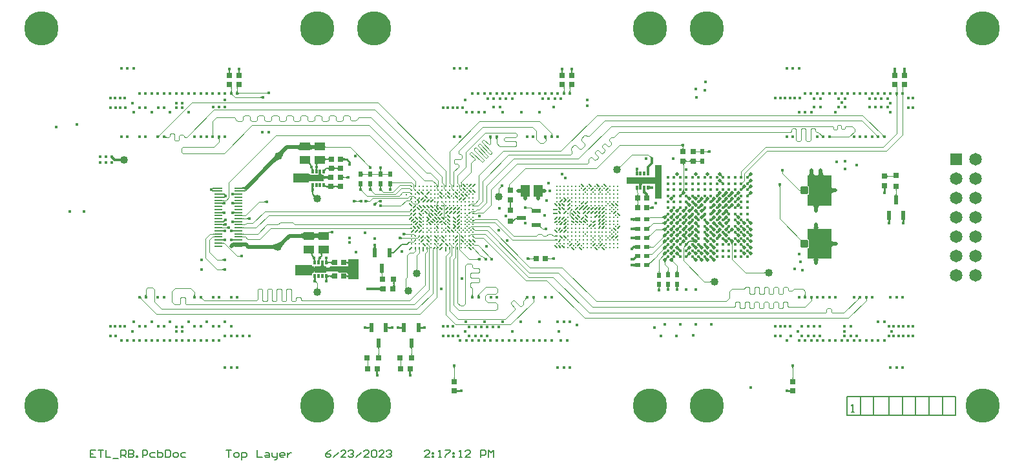
<source format=gtl>
G04*
G04 #@! TF.GenerationSoftware,Altium Limited,Altium Designer,23.6.0 (18)*
G04*
G04 Layer_Physical_Order=1*
G04 Layer_Color=255*
%FSLAX43Y43*%
%MOMM*%
G71*
G04*
G04 #@! TF.SameCoordinates,9618B176-DC57-4C31-A2D1-5874A38502C8*
G04*
G04*
G04 #@! TF.FilePolarity,Positive*
G04*
G01*
G75*
%ADD10C,0.152*%
%ADD11C,0.200*%
%ADD13C,0.254*%
%ADD14C,0.150*%
%ADD15C,0.102*%
%ADD16C,0.250*%
%ADD17R,0.600X1.250*%
G04:AMPARAMS|DCode=18|XSize=1mm|YSize=1mm|CornerRadius=0.125mm|HoleSize=0mm|Usage=FLASHONLY|Rotation=270.000|XOffset=0mm|YOffset=0mm|HoleType=Round|Shape=RoundedRectangle|*
%AMROUNDEDRECTD18*
21,1,1.000,0.750,0,0,270.0*
21,1,0.750,1.000,0,0,270.0*
1,1,0.250,-0.375,-0.375*
1,1,0.250,-0.375,0.375*
1,1,0.250,0.375,0.375*
1,1,0.250,0.375,-0.375*
%
%ADD18ROUNDEDRECTD18*%
G04:AMPARAMS|DCode=19|XSize=1.05mm|YSize=2.2mm|CornerRadius=0.131mm|HoleSize=0mm|Usage=FLASHONLY|Rotation=270.000|XOffset=0mm|YOffset=0mm|HoleType=Round|Shape=RoundedRectangle|*
%AMROUNDEDRECTD19*
21,1,1.050,1.938,0,0,270.0*
21,1,0.788,2.200,0,0,270.0*
1,1,0.263,-0.969,-0.394*
1,1,0.263,-0.969,0.394*
1,1,0.263,0.969,0.394*
1,1,0.263,0.969,-0.394*
%
%ADD19ROUNDEDRECTD19*%
%ADD20R,1.300X1.500*%
%ADD21R,0.800X0.600*%
%ADD22R,0.600X0.800*%
%ADD23R,0.700X0.800*%
%ADD24R,0.800X0.800*%
%ADD25C,0.400*%
%ADD26R,0.800X0.700*%
%ADD27R,1.120X0.200*%
%ADD28R,0.300X0.500*%
%ADD29R,1.600X0.900*%
%ADD30C,0.270*%
%ADD31R,1.350X1.100*%
%ADD32R,0.400X0.350*%
%ADD33R,0.800X0.800*%
%ADD34R,1.250X0.600*%
%ADD35R,0.350X0.400*%
%ADD62C,1.016*%
%ADD63C,0.300*%
%ADD64C,0.120*%
%ADD65C,0.102*%
%ADD66C,0.130*%
%ADD67C,0.500*%
%ADD68C,0.076*%
%ADD69R,2.247X1.451*%
%ADD70R,0.450X0.950*%
%ADD71R,4.400X0.900*%
%ADD72R,0.800X0.900*%
%ADD73R,2.000X1.229*%
%ADD74R,0.900X4.400*%
%ADD75C,0.250*%
%ADD76R,1.650X1.650*%
%ADD77C,1.650*%
%ADD78C,0.480*%
%ADD79C,4.500*%
G36*
X72853Y17005D02*
X72843Y17001D01*
X72834Y16995D01*
X72826Y16986D01*
X72820Y16975D01*
X72814Y16961D01*
X72810Y16945D01*
X72807Y16927D01*
X72805Y16906D01*
X72805Y16883D01*
X72685D01*
X72684Y16906D01*
X72680Y16960D01*
X72677Y16973D01*
X72673Y16984D01*
X72669Y16992D01*
X72664Y16998D01*
X72659Y17002D01*
X72653Y17003D01*
X72865Y17006D01*
X72853Y17005D01*
D02*
G37*
G36*
X72047Y17003D02*
X72039Y17002D01*
X72032Y16998D01*
X72025Y16992D01*
X72020Y16984D01*
X72015Y16973D01*
X72011Y16960D01*
X72008Y16944D01*
X72006Y16926D01*
X72005Y16906D01*
X72005Y16883D01*
X71885D01*
X71884Y16906D01*
X71882Y16927D01*
X71879Y16945D01*
X71875Y16961D01*
X71870Y16975D01*
X71863Y16986D01*
X71855Y16995D01*
X71846Y17001D01*
X71836Y17005D01*
X71825Y17006D01*
X72047Y17003D01*
D02*
G37*
G36*
X29253Y17002D02*
X29243Y16998D01*
X29234Y16992D01*
X29226Y16984D01*
X29220Y16973D01*
X29214Y16960D01*
X29210Y16944D01*
X29207Y16926D01*
X29205Y16906D01*
X29205Y16883D01*
X29085D01*
X29084Y16906D01*
X29080Y16960D01*
X29077Y16973D01*
X29073Y16984D01*
X29069Y16992D01*
X29064Y16998D01*
X29059Y17002D01*
X29053Y17003D01*
X29265D01*
X29253Y17002D01*
D02*
G37*
G36*
X28439D02*
X28432Y16998D01*
X28425Y16992D01*
X28420Y16984D01*
X28415Y16973D01*
X28411Y16960D01*
X28408Y16944D01*
X28406Y16926D01*
X28405Y16906D01*
X28405Y16883D01*
X28285D01*
X28284Y16906D01*
X28282Y16926D01*
X28279Y16944D01*
X28275Y16960D01*
X28270Y16973D01*
X28263Y16984D01*
X28255Y16992D01*
X28246Y16998D01*
X28236Y17002D01*
X28225Y17003D01*
X28447D01*
X28439Y17002D01*
D02*
G37*
G36*
X72805Y16532D02*
X72808Y16515D01*
X72812Y16497D01*
X72817Y16480D01*
X72825Y16463D01*
X72833Y16447D01*
X72844Y16430D01*
X72856Y16414D01*
X72869Y16398D01*
X72885Y16382D01*
X72605D01*
X72620Y16398D01*
X72633Y16414D01*
X72645Y16430D01*
X72656Y16447D01*
X72665Y16463D01*
X72672Y16480D01*
X72677Y16497D01*
X72681Y16515D01*
X72684Y16532D01*
X72685Y16550D01*
X72805D01*
X72805Y16532D01*
D02*
G37*
G36*
X72005D02*
X72008Y16515D01*
X72012Y16497D01*
X72017Y16480D01*
X72025Y16463D01*
X72033Y16447D01*
X72044Y16430D01*
X72056Y16414D01*
X72069Y16398D01*
X72085Y16382D01*
X71805D01*
X71820Y16398D01*
X71833Y16414D01*
X71845Y16430D01*
X71856Y16447D01*
X71865Y16463D01*
X71872Y16480D01*
X71877Y16497D01*
X71881Y16515D01*
X71884Y16532D01*
X71885Y16550D01*
X72005D01*
X72005Y16532D01*
D02*
G37*
G36*
X28405D02*
X28408Y16515D01*
X28412Y16497D01*
X28417Y16480D01*
X28425Y16463D01*
X28433Y16447D01*
X28444Y16430D01*
X28456Y16414D01*
X28469Y16398D01*
X28485Y16382D01*
X28205D01*
X28220Y16398D01*
X28233Y16414D01*
X28245Y16430D01*
X28256Y16447D01*
X28265Y16463D01*
X28272Y16480D01*
X28277Y16497D01*
X28281Y16515D01*
X28284Y16532D01*
X28285Y16550D01*
X28405D01*
X28405Y16532D01*
D02*
G37*
G36*
X33180Y16140D02*
X33162Y16153D01*
X33125Y16175D01*
X33107Y16185D01*
X33089Y16192D01*
X33071Y16198D01*
X33054Y16203D01*
X33036Y16207D01*
X33019Y16209D01*
X33002Y16210D01*
X32982Y16330D01*
X33000Y16330D01*
X33018Y16333D01*
X33035Y16337D01*
X33052Y16344D01*
X33067Y16351D01*
X33083Y16361D01*
X33097Y16372D01*
X33111Y16385D01*
X33125Y16400D01*
X33138Y16417D01*
X33180Y16140D01*
D02*
G37*
G36*
X29205Y16532D02*
X29208Y16515D01*
X29212Y16497D01*
X29217Y16480D01*
X29225Y16463D01*
X29233Y16447D01*
X29244Y16430D01*
X29256Y16414D01*
X29269Y16398D01*
X29276Y16391D01*
X29283Y16386D01*
X29320Y16364D01*
X29338Y16355D01*
X29356Y16347D01*
X29373Y16341D01*
X29391Y16336D01*
X29409Y16332D01*
X29426Y16330D01*
X29443Y16330D01*
X29462Y16210D01*
X29444Y16209D01*
X29427Y16206D01*
X29409Y16202D01*
X29393Y16196D01*
X29377Y16188D01*
X29362Y16178D01*
X29347Y16167D01*
X29333Y16154D01*
X29320Y16139D01*
X29307Y16123D01*
X29267Y16382D01*
X29005D01*
X29020Y16398D01*
X29033Y16414D01*
X29045Y16430D01*
X29056Y16447D01*
X29065Y16463D01*
X29072Y16480D01*
X29077Y16497D01*
X29081Y16515D01*
X29084Y16532D01*
X29085Y16550D01*
X29205D01*
X29205Y16532D01*
D02*
G37*
G36*
X28545Y16215D02*
X28547Y16194D01*
X28550Y16174D01*
X28554Y16155D01*
X28560Y16137D01*
X28567Y16120D01*
X28575Y16104D01*
X28584Y16089D01*
X28595Y16075D01*
X28607Y16062D01*
X28522Y15977D01*
X28509Y15989D01*
X28495Y16000D01*
X28480Y16009D01*
X28464Y16017D01*
X28447Y16024D01*
X28428Y16030D01*
X28409Y16034D01*
X28390Y16037D01*
X28369Y16039D01*
X28347Y16039D01*
X28545Y16237D01*
X28545Y16215D01*
D02*
G37*
G36*
X115668Y16079D02*
X115653Y16062D01*
X115639Y16044D01*
X115628Y16027D01*
X115618Y16010D01*
X115610Y15993D01*
X115604Y15976D01*
X115599Y15959D01*
X115597Y15943D01*
X115596Y15926D01*
X115494D01*
X115493Y15943D01*
X115490Y15959D01*
X115486Y15976D01*
X115479Y15993D01*
X115471Y16010D01*
X115462Y16027D01*
X115450Y16044D01*
X115437Y16062D01*
X115422Y16079D01*
X115405Y16096D01*
X115685D01*
X115668Y16079D01*
D02*
G37*
G36*
X32357Y15560D02*
X32341Y15575D01*
X32325Y15589D01*
X32309Y15601D01*
X32293Y15611D01*
X32276Y15620D01*
X32259Y15627D01*
X32242Y15633D01*
X32225Y15637D01*
X32207Y15639D01*
X32189Y15640D01*
Y15760D01*
X32207Y15761D01*
X32225Y15763D01*
X32242Y15767D01*
X32259Y15773D01*
X32276Y15780D01*
X32293Y15789D01*
X32309Y15799D01*
X32325Y15811D01*
X32341Y15825D01*
X32357Y15840D01*
Y15560D01*
D02*
G37*
G36*
X70405Y10802D02*
X70408Y10785D01*
X70412Y10767D01*
X70417Y10750D01*
X70425Y10733D01*
X70433Y10717D01*
X70444Y10700D01*
X70456Y10684D01*
X70469Y10668D01*
X70485Y10652D01*
X70205D01*
X70220Y10668D01*
X70233Y10684D01*
X70245Y10700D01*
X70256Y10717D01*
X70265Y10733D01*
X70272Y10750D01*
X70277Y10767D01*
X70281Y10785D01*
X70284Y10802D01*
X70285Y10820D01*
X70405D01*
X70405Y10802D01*
D02*
G37*
G36*
X26005D02*
X26008Y10785D01*
X26012Y10767D01*
X26017Y10750D01*
X26025Y10733D01*
X26033Y10717D01*
X26044Y10700D01*
X26056Y10684D01*
X26069Y10668D01*
X26085Y10652D01*
X25805D01*
X25820Y10668D01*
X25833Y10684D01*
X25845Y10700D01*
X25856Y10717D01*
X25865Y10733D01*
X25872Y10750D01*
X25877Y10767D01*
X25881Y10785D01*
X25884Y10802D01*
X25885Y10820D01*
X26005D01*
X26005Y10802D01*
D02*
G37*
G36*
X113780Y10759D02*
X113795Y10749D01*
X113810Y10739D01*
X113826Y10731D01*
X113843Y10724D01*
X113861Y10719D01*
X113880Y10714D01*
X113900Y10711D01*
X113921Y10710D01*
X113943Y10709D01*
X113745Y10511D01*
X113744Y10533D01*
X113743Y10554D01*
X113740Y10574D01*
X113735Y10593D01*
X113730Y10611D01*
X113723Y10628D01*
X113715Y10644D01*
X113705Y10659D01*
X113695Y10673D01*
X113682Y10687D01*
X113767Y10771D01*
X113780Y10759D01*
D02*
G37*
G36*
X112980D02*
X112995Y10749D01*
X113010Y10739D01*
X113026Y10731D01*
X113043Y10724D01*
X113061Y10719D01*
X113080Y10714D01*
X113100Y10711D01*
X113121Y10710D01*
X113143Y10709D01*
X112945Y10511D01*
X112944Y10533D01*
X112943Y10554D01*
X112940Y10574D01*
X112935Y10593D01*
X112930Y10611D01*
X112923Y10628D01*
X112915Y10644D01*
X112905Y10659D01*
X112895Y10673D01*
X112882Y10687D01*
X112967Y10771D01*
X112980Y10759D01*
D02*
G37*
G36*
X105780D02*
X105795Y10749D01*
X105810Y10739D01*
X105826Y10731D01*
X105843Y10724D01*
X105861Y10719D01*
X105880Y10714D01*
X105900Y10711D01*
X105921Y10710D01*
X105943Y10709D01*
X105745Y10511D01*
X105744Y10533D01*
X105743Y10554D01*
X105740Y10574D01*
X105735Y10593D01*
X105730Y10611D01*
X105723Y10628D01*
X105715Y10644D01*
X105705Y10659D01*
X105695Y10673D01*
X105682Y10687D01*
X105767Y10771D01*
X105780Y10759D01*
D02*
G37*
G36*
X19007Y10687D02*
X18995Y10673D01*
X18984Y10659D01*
X18975Y10644D01*
X18967Y10628D01*
X18960Y10611D01*
X18954Y10593D01*
X18950Y10574D01*
X18947Y10554D01*
X18945Y10533D01*
X18945Y10511D01*
X18747Y10709D01*
X18769Y10710D01*
X18790Y10711D01*
X18809Y10714D01*
X18828Y10719D01*
X18847Y10724D01*
X18864Y10731D01*
X18880Y10739D01*
X18895Y10749D01*
X18909Y10759D01*
X18922Y10771D01*
X19007Y10687D01*
D02*
G37*
G36*
X106903Y10634D02*
X106919Y10620D01*
X106936Y10608D01*
X106952Y10598D01*
X106969Y10589D01*
X106986Y10582D01*
X107003Y10576D01*
X107020Y10572D01*
X107038Y10570D01*
X107055Y10569D01*
Y10449D01*
X107038Y10448D01*
X107020Y10446D01*
X107003Y10442D01*
X106986Y10436D01*
X106969Y10429D01*
X106952Y10420D01*
X106936Y10410D01*
X106919Y10398D01*
X106903Y10384D01*
X106887Y10369D01*
Y10649D01*
X106903Y10634D01*
D02*
G37*
G36*
X19709Y10627D02*
X19724Y10613D01*
X19740Y10600D01*
X19755Y10590D01*
X19772Y10581D01*
X19788Y10573D01*
X19805Y10567D01*
X19823Y10563D01*
X19840Y10561D01*
X19858Y10560D01*
X19852Y10440D01*
X19835Y10439D01*
X19817Y10437D01*
X19800Y10433D01*
X19782Y10428D01*
X19765Y10421D01*
X19748Y10412D01*
X19731Y10402D01*
X19714Y10391D01*
X19698Y10377D01*
X19681Y10363D01*
X19694Y10642D01*
X19709Y10627D01*
D02*
G37*
G36*
X63269Y10351D02*
X63256Y10335D01*
X63244Y10318D01*
X63233Y10302D01*
X63225Y10285D01*
X63217Y10268D01*
X63212Y10251D01*
X63208Y10234D01*
X63205Y10216D01*
X63205Y10198D01*
X63085D01*
X63084Y10216D01*
X63081Y10234D01*
X63077Y10251D01*
X63072Y10268D01*
X63065Y10285D01*
X63056Y10302D01*
X63045Y10318D01*
X63033Y10335D01*
X63020Y10351D01*
X63005Y10366D01*
X63285D01*
X63269Y10351D01*
D02*
G37*
G36*
X62469D02*
X62456Y10335D01*
X62444Y10318D01*
X62433Y10302D01*
X62425Y10285D01*
X62417Y10268D01*
X62412Y10251D01*
X62408Y10234D01*
X62405Y10216D01*
X62405Y10198D01*
X62285D01*
X62284Y10216D01*
X62281Y10234D01*
X62277Y10251D01*
X62272Y10268D01*
X62265Y10285D01*
X62256Y10302D01*
X62245Y10318D01*
X62233Y10335D01*
X62220Y10351D01*
X62205Y10366D01*
X62485D01*
X62469Y10351D01*
D02*
G37*
G36*
X26869D02*
X26856Y10335D01*
X26844Y10318D01*
X26833Y10302D01*
X26825Y10285D01*
X26817Y10268D01*
X26812Y10251D01*
X26808Y10234D01*
X26805Y10216D01*
X26805Y10198D01*
X26685D01*
X26684Y10216D01*
X26681Y10234D01*
X26677Y10251D01*
X26672Y10268D01*
X26665Y10285D01*
X26656Y10302D01*
X26645Y10318D01*
X26633Y10335D01*
X26620Y10351D01*
X26605Y10366D01*
X26885D01*
X26869Y10351D01*
D02*
G37*
G36*
X69688Y10368D02*
X69666Y10332D01*
X69656Y10314D01*
X69648Y10296D01*
X69642Y10278D01*
X69637Y10261D01*
X69633Y10243D01*
X69631Y10226D01*
X69631Y10209D01*
X69511Y10192D01*
X69510Y10210D01*
X69507Y10228D01*
X69503Y10245D01*
X69497Y10262D01*
X69489Y10278D01*
X69480Y10293D01*
X69468Y10308D01*
X69455Y10322D01*
X69441Y10336D01*
X69424Y10349D01*
X69702Y10386D01*
X69688Y10368D01*
D02*
G37*
G36*
X87432Y9310D02*
X87416Y9325D01*
X87400Y9339D01*
X87384Y9351D01*
X87368Y9361D01*
X87351Y9370D01*
X87334Y9377D01*
X87317Y9383D01*
X87300Y9387D01*
X87282Y9389D01*
X87264Y9390D01*
Y9510D01*
X87282Y9511D01*
X87300Y9513D01*
X87317Y9517D01*
X87334Y9523D01*
X87351Y9530D01*
X87368Y9539D01*
X87384Y9549D01*
X87400Y9561D01*
X87416Y9575D01*
X87432Y9590D01*
Y9310D01*
D02*
G37*
G36*
X87715Y9307D02*
X87700Y9291D01*
X87686Y9275D01*
X87674Y9259D01*
X87664Y9243D01*
X87655Y9226D01*
X87648Y9209D01*
X87642Y9192D01*
X87638Y9175D01*
X87636Y9157D01*
X87635Y9139D01*
X87515D01*
X87514Y9157D01*
X87512Y9175D01*
X87508Y9192D01*
X87502Y9209D01*
X87495Y9226D01*
X87486Y9243D01*
X87476Y9259D01*
X87464Y9275D01*
X87450Y9291D01*
X87435Y9307D01*
X87715Y9307D01*
D02*
G37*
G36*
X40670Y9284D02*
X40674Y9273D01*
X40680Y9264D01*
X40689Y9257D01*
X40700Y9250D01*
X40713Y9245D01*
X40729Y9240D01*
X40748Y9237D01*
X40769Y9236D01*
X40792Y9235D01*
Y9115D01*
X40769Y9114D01*
X40748Y9113D01*
X40729Y9110D01*
X40713Y9105D01*
X40700Y9100D01*
X40689Y9093D01*
X40680Y9086D01*
X40674Y9077D01*
X40670Y9066D01*
X40669Y9055D01*
Y9295D01*
X40670Y9284D01*
D02*
G37*
G36*
X39503Y9330D02*
X39537Y9310D01*
X39577Y9292D01*
X39623Y9277D01*
X39677Y9264D01*
X39737Y9254D01*
X39876Y9240D01*
X39956Y9236D01*
X40043Y9235D01*
Y9115D01*
X39956Y9114D01*
X39737Y9096D01*
X39677Y9086D01*
X39623Y9073D01*
X39577Y9058D01*
X39537Y9040D01*
X39503Y9020D01*
X39477Y8998D01*
Y9352D01*
X39503Y9330D01*
D02*
G37*
G36*
X87636Y9069D02*
X87637Y9049D01*
X87640Y9031D01*
X87645Y9015D01*
X87650Y9002D01*
X87657Y8991D01*
X87664Y8983D01*
X87673Y8977D01*
X87684Y8973D01*
X87695Y8972D01*
X87455D01*
X87466Y8973D01*
X87477Y8977D01*
X87486Y8983D01*
X87493Y8991D01*
X87500Y9002D01*
X87505Y9015D01*
X87510Y9031D01*
X87513Y9049D01*
X87514Y9069D01*
X87515Y9092D01*
X87635D01*
X87636Y9069D01*
D02*
G37*
G36*
X38674Y9627D02*
X38689Y9585D01*
X38715Y9547D01*
X38750Y9515D01*
X38795Y9488D01*
X38850Y9465D01*
X38916Y9448D01*
X38991Y9435D01*
X39077Y9427D01*
X39172Y9425D01*
Y8925D01*
X39077Y8923D01*
X38992Y8916D01*
X38917Y8906D01*
X38852Y8891D01*
X38797Y8871D01*
X38752Y8848D01*
X38717Y8820D01*
X38692Y8787D01*
X38677Y8751D01*
X38672Y8710D01*
X38669Y9675D01*
X38674Y9627D01*
D02*
G37*
G36*
X37328Y8710D02*
X37323Y8751D01*
X37308Y8787D01*
X37283Y8820D01*
X37248Y8848D01*
X37203Y8871D01*
X37148Y8891D01*
X37083Y8906D01*
X37008Y8916D01*
X36923Y8923D01*
X36828Y8925D01*
Y9425D01*
X36923Y9427D01*
X37009Y9435D01*
X37084Y9448D01*
X37150Y9465D01*
X37205Y9488D01*
X37250Y9515D01*
X37285Y9547D01*
X37311Y9585D01*
X37326Y9627D01*
X37331Y9675D01*
X37328Y8710D01*
D02*
G37*
G36*
X90420Y8684D02*
X90424Y8673D01*
X90430Y8664D01*
X90439Y8657D01*
X90450Y8650D01*
X90463Y8645D01*
X90479Y8640D01*
X90498Y8637D01*
X90519Y8636D01*
X90542Y8635D01*
Y8515D01*
X90519Y8514D01*
X90498Y8513D01*
X90479Y8510D01*
X90463Y8505D01*
X90450Y8500D01*
X90439Y8493D01*
X90430Y8486D01*
X90424Y8477D01*
X90420Y8466D01*
X90419Y8455D01*
Y8695D01*
X90420Y8684D01*
D02*
G37*
G36*
X89831Y8455D02*
X89830Y8466D01*
X89826Y8477D01*
X89820Y8486D01*
X89811Y8493D01*
X89800Y8500D01*
X89787Y8505D01*
X89771Y8510D01*
X89752Y8513D01*
X89731Y8514D01*
X89708Y8515D01*
Y8635D01*
X89731Y8636D01*
X89752Y8637D01*
X89771Y8640D01*
X89787Y8645D01*
X89800Y8650D01*
X89811Y8657D01*
X89820Y8664D01*
X89826Y8673D01*
X89830Y8684D01*
X89831Y8695D01*
Y8455D01*
D02*
G37*
G36*
X89220Y8684D02*
X89224Y8673D01*
X89230Y8664D01*
X89239Y8657D01*
X89250Y8650D01*
X89263Y8645D01*
X89279Y8640D01*
X89298Y8637D01*
X89319Y8636D01*
X89342Y8635D01*
Y8515D01*
X89319Y8514D01*
X89298Y8513D01*
X89279Y8510D01*
X89263Y8505D01*
X89250Y8500D01*
X89239Y8493D01*
X89230Y8486D01*
X89224Y8477D01*
X89220Y8466D01*
X89219Y8455D01*
Y8695D01*
X89220Y8684D01*
D02*
G37*
G36*
X90857Y8435D02*
X90841Y8450D01*
X90825Y8464D01*
X90809Y8476D01*
X90793Y8486D01*
X90776Y8495D01*
X90759Y8502D01*
X90742Y8508D01*
X90725Y8512D01*
X90707Y8514D01*
X90689Y8515D01*
Y8635D01*
X90707Y8636D01*
X90725Y8638D01*
X90742Y8642D01*
X90759Y8648D01*
X90776Y8655D01*
X90793Y8664D01*
X90809Y8674D01*
X90825Y8686D01*
X90841Y8700D01*
X90857Y8715D01*
X90857Y8435D01*
D02*
G37*
G36*
X35406Y8552D02*
X35349Y8493D01*
X35251Y8375D01*
X35210Y8317D01*
X35175Y8259D01*
X35145Y8202D01*
X35121Y8145D01*
X35102Y8088D01*
X35089Y8032D01*
X35081Y7977D01*
X34491Y8526D01*
X34536Y8536D01*
X34582Y8552D01*
X34631Y8573D01*
X34681Y8600D01*
X34733Y8632D01*
X34787Y8670D01*
X34902Y8763D01*
X34962Y8817D01*
X35024Y8878D01*
X35406Y8552D01*
D02*
G37*
G36*
X83262Y8010D02*
X83363Y7924D01*
X83372Y7920D01*
X83390Y7914D01*
X83409Y7909D01*
X83429Y7905D01*
X83451Y7902D01*
X83474Y7900D01*
X83498Y7900D01*
X83458Y7860D01*
X83464Y7858D01*
X83483Y7852D01*
X83500Y7850D01*
X83350Y7700D01*
X83348Y7717D01*
X83342Y7736D01*
X83340Y7742D01*
X83300Y7702D01*
X83300Y7726D01*
X83298Y7749D01*
X83295Y7771D01*
X83291Y7791D01*
X83286Y7810D01*
X83280Y7828D01*
X83272Y7844D01*
X83223Y7902D01*
X83152Y7976D01*
X83224Y8048D01*
X83262Y8010D01*
D02*
G37*
G36*
X41156Y7400D02*
X41154Y7419D01*
X41148Y7436D01*
X41138Y7451D01*
X41124Y7464D01*
X41105Y7475D01*
X41083Y7484D01*
X41057Y7491D01*
X41026Y7496D01*
X40992Y7499D01*
X40953Y7500D01*
Y7700D01*
X40992Y7701D01*
X41026Y7704D01*
X41057Y7709D01*
X41083Y7716D01*
X41105Y7725D01*
X41124Y7736D01*
X41138Y7749D01*
X41148Y7764D01*
X41154Y7781D01*
X41156Y7800D01*
Y7400D01*
D02*
G37*
G36*
X40671Y7781D02*
X40677Y7764D01*
X40687Y7749D01*
X40701Y7736D01*
X40720Y7725D01*
X40742Y7716D01*
X40768Y7709D01*
X40799Y7704D01*
X40833Y7701D01*
X40872Y7700D01*
Y7500D01*
X40833Y7499D01*
X40799Y7496D01*
X40768Y7491D01*
X40742Y7484D01*
X40720Y7475D01*
X40701Y7464D01*
X40687Y7451D01*
X40677Y7436D01*
X40671Y7419D01*
X40669Y7400D01*
Y7800D01*
X40671Y7781D01*
D02*
G37*
G36*
X43046Y7830D02*
X43054Y7808D01*
X43067Y7789D01*
X43085Y7773D01*
X43108Y7759D01*
X43136Y7747D01*
X43170Y7738D01*
X43208Y7732D01*
X43252Y7728D01*
X43301Y7727D01*
Y7473D01*
X43252Y7472D01*
X43208Y7468D01*
X43170Y7462D01*
X43136Y7453D01*
X43108Y7441D01*
X43085Y7427D01*
X43067Y7411D01*
X43054Y7392D01*
X43046Y7370D01*
X43044Y7346D01*
Y7854D01*
X43046Y7830D01*
D02*
G37*
G36*
X89831Y7255D02*
X89830Y7266D01*
X89826Y7277D01*
X89820Y7286D01*
X89811Y7293D01*
X89800Y7300D01*
X89787Y7305D01*
X89771Y7310D01*
X89752Y7313D01*
X89731Y7314D01*
X89708Y7315D01*
Y7435D01*
X89731Y7436D01*
X89752Y7437D01*
X89771Y7440D01*
X89787Y7445D01*
X89800Y7450D01*
X89811Y7457D01*
X89820Y7464D01*
X89826Y7473D01*
X89830Y7484D01*
X89831Y7495D01*
Y7255D01*
D02*
G37*
G36*
X89220Y7484D02*
X89224Y7473D01*
X89230Y7464D01*
X89239Y7457D01*
X89250Y7450D01*
X89263Y7445D01*
X89279Y7440D01*
X89298Y7437D01*
X89319Y7436D01*
X89342Y7435D01*
Y7315D01*
X89319Y7314D01*
X89298Y7313D01*
X89279Y7310D01*
X89263Y7305D01*
X89250Y7300D01*
X89239Y7293D01*
X89230Y7286D01*
X89224Y7277D01*
X89220Y7266D01*
X89219Y7255D01*
Y7495D01*
X89220Y7484D01*
D02*
G37*
G36*
X88531Y7255D02*
X88530Y7266D01*
X88526Y7277D01*
X88520Y7286D01*
X88511Y7293D01*
X88500Y7300D01*
X88487Y7305D01*
X88471Y7310D01*
X88452Y7313D01*
X88431Y7314D01*
X88408Y7315D01*
Y7435D01*
X88431Y7436D01*
X88452Y7437D01*
X88471Y7440D01*
X88487Y7445D01*
X88500Y7450D01*
X88511Y7457D01*
X88520Y7464D01*
X88526Y7473D01*
X88530Y7484D01*
X88531Y7495D01*
Y7255D01*
D02*
G37*
G36*
X87920Y7484D02*
X87924Y7473D01*
X87930Y7464D01*
X87939Y7457D01*
X87950Y7450D01*
X87963Y7445D01*
X87979Y7440D01*
X87998Y7437D01*
X88019Y7436D01*
X88042Y7435D01*
Y7315D01*
X88019Y7314D01*
X87998Y7313D01*
X87979Y7310D01*
X87963Y7305D01*
X87950Y7300D01*
X87939Y7293D01*
X87930Y7286D01*
X87924Y7277D01*
X87920Y7266D01*
X87919Y7255D01*
Y7495D01*
X87920Y7484D01*
D02*
G37*
G36*
X34623Y7519D02*
X34568Y7511D01*
X34512Y7498D01*
X34455Y7479D01*
X34398Y7455D01*
X34341Y7425D01*
X34283Y7390D01*
X34225Y7349D01*
X34107Y7251D01*
X34048Y7194D01*
X33722Y7576D01*
X33783Y7638D01*
X33837Y7698D01*
X33930Y7813D01*
X33968Y7867D01*
X34000Y7919D01*
X34027Y7969D01*
X34048Y8018D01*
X34064Y8064D01*
X34074Y8109D01*
X34623Y7519D01*
D02*
G37*
G36*
X87709Y6980D02*
X87698Y6976D01*
X87689Y6970D01*
X87682Y6961D01*
X87675Y6950D01*
X87670Y6937D01*
X87665Y6921D01*
X87662Y6902D01*
X87661Y6881D01*
X87660Y6858D01*
X87540D01*
X87539Y6881D01*
X87538Y6902D01*
X87535Y6921D01*
X87530Y6937D01*
X87525Y6950D01*
X87518Y6961D01*
X87511Y6970D01*
X87502Y6976D01*
X87491Y6980D01*
X87480Y6981D01*
X87720D01*
X87709Y6980D01*
D02*
G37*
G36*
X38672Y7118D02*
X38674Y7112D01*
X38680Y7103D01*
X38690Y7091D01*
X38718Y7059D01*
X38813Y6960D01*
X38672Y6819D01*
X38643Y6847D01*
X38514Y6960D01*
X38510Y6960D01*
X38672Y7122D01*
X38672Y7118D01*
D02*
G37*
G36*
X39732Y6958D02*
X39715Y6952D01*
X39700Y6942D01*
X39687Y6928D01*
X39676Y6910D01*
X39667Y6888D01*
X39660Y6862D01*
X39655Y6833D01*
X39658Y6820D01*
X39661Y6804D01*
X39666Y6790D01*
X39671Y6777D01*
X39677Y6765D01*
X39684Y6755D01*
X39691Y6747D01*
X39411D01*
X39419Y6755D01*
X39426Y6765D01*
X39432Y6777D01*
X39437Y6790D01*
X39441Y6804D01*
X39445Y6820D01*
X39447Y6833D01*
X39442Y6862D01*
X39435Y6888D01*
X39426Y6910D01*
X39415Y6928D01*
X39402Y6942D01*
X39387Y6952D01*
X39370Y6958D01*
X39351Y6960D01*
X39751D01*
X39732Y6958D01*
D02*
G37*
G36*
X79365Y6593D02*
X79352Y6580D01*
X79341Y6566D01*
X79332Y6554D01*
X79325Y6542D01*
X79320Y6530D01*
X79317Y6519D01*
X79316Y6508D01*
X79316Y6498D01*
X79319Y6489D01*
X79324Y6480D01*
X79180Y6624D01*
X79189Y6619D01*
X79198Y6616D01*
X79208Y6616D01*
X79219Y6617D01*
X79230Y6620D01*
X79242Y6625D01*
X79254Y6632D01*
X79266Y6641D01*
X79280Y6652D01*
X79293Y6665D01*
X79365Y6593D01*
D02*
G37*
G36*
X46436Y6750D02*
X46450Y6739D01*
X46465Y6730D01*
X46481Y6722D01*
X46498Y6715D01*
X46516Y6709D01*
X46535Y6705D01*
X46555Y6702D01*
X46576Y6700D01*
X46598Y6700D01*
X46400Y6502D01*
X46400Y6524D01*
X46398Y6545D01*
X46395Y6565D01*
X46391Y6584D01*
X46385Y6602D01*
X46378Y6619D01*
X46370Y6635D01*
X46361Y6650D01*
X46350Y6664D01*
X46338Y6677D01*
X46423Y6762D01*
X46436Y6750D01*
D02*
G37*
G36*
X39672Y6444D02*
X39663Y6437D01*
X39655Y6427D01*
X39648Y6417D01*
X39642Y6404D01*
X39637Y6390D01*
X39633Y6375D01*
X39630Y6358D01*
X39630Y6357D01*
X39636Y6265D01*
X39639Y6255D01*
X39643Y6249D01*
X39647Y6247D01*
X39353D01*
X39367Y6249D01*
X39379Y6255D01*
X39390Y6265D01*
X39399Y6279D01*
X39407Y6297D01*
X39414Y6319D01*
X39419Y6345D01*
X39423Y6375D01*
X39423Y6378D01*
X39421Y6406D01*
X39418Y6422D01*
X39414Y6437D01*
X39410Y6450D01*
X39405Y6461D01*
X39400Y6472D01*
X39394Y6480D01*
X39672Y6444D01*
D02*
G37*
G36*
X39064Y6486D02*
X39061Y6477D01*
X39059Y6467D01*
X39056Y6455D01*
X39053Y6425D01*
X39051Y6403D01*
X39054Y6375D01*
X39059Y6345D01*
X39066Y6319D01*
X39074Y6297D01*
X39085Y6279D01*
X39098Y6265D01*
X39112Y6255D01*
X39129Y6249D01*
X39147Y6247D01*
X38853D01*
X38852Y6249D01*
X38852Y6255D01*
X38851Y6275D01*
X38850Y6275D01*
X38849Y6296D01*
X38848Y6316D01*
X38845Y6334D01*
X38842Y6351D01*
X38837Y6365D01*
X38832Y6378D01*
X38825Y6390D01*
X38818Y6399D01*
X38809Y6407D01*
X38799Y6413D01*
X38850Y6428D01*
X38850Y6447D01*
X38912D01*
X39068Y6494D01*
X39064Y6486D01*
D02*
G37*
G36*
X40788Y6247D02*
X40748Y6206D01*
X40686Y6132D01*
X40663Y6099D01*
X40645Y6069D01*
X40634Y6043D01*
X40628Y6019D01*
X40628Y5998D01*
X40633Y5979D01*
X40644Y5964D01*
X40364Y6244D01*
X40379Y6233D01*
X40398Y6228D01*
X40419Y6228D01*
X40443Y6234D01*
X40469Y6245D01*
X40499Y6263D01*
X40532Y6286D01*
X40567Y6314D01*
X40647Y6388D01*
X40788Y6247D01*
D02*
G37*
G36*
X42356Y6200D02*
X42354Y6219D01*
X42348Y6236D01*
X42338Y6251D01*
X42324Y6264D01*
X42305Y6275D01*
X42283Y6284D01*
X42257Y6291D01*
X42226Y6296D01*
X42192Y6299D01*
X42153Y6300D01*
Y6500D01*
X42192Y6501D01*
X42226Y6504D01*
X42257Y6509D01*
X42283Y6516D01*
X42305Y6525D01*
X42324Y6536D01*
X42338Y6549D01*
X42348Y6564D01*
X42354Y6581D01*
X42356Y6600D01*
Y6200D01*
D02*
G37*
G36*
X41846Y6581D02*
X41852Y6564D01*
X41862Y6549D01*
X41876Y6536D01*
X41895Y6525D01*
X41917Y6516D01*
X41943Y6509D01*
X41974Y6504D01*
X42008Y6501D01*
X42047Y6500D01*
Y6300D01*
X42008Y6299D01*
X41974Y6296D01*
X41943Y6291D01*
X41917Y6284D01*
X41895Y6275D01*
X41876Y6264D01*
X41862Y6251D01*
X41852Y6236D01*
X41846Y6219D01*
X41844Y6200D01*
Y6600D01*
X41846Y6581D01*
D02*
G37*
G36*
X41156Y6200D02*
X41154Y6219D01*
X41148Y6236D01*
X41138Y6251D01*
X41124Y6264D01*
X41105Y6275D01*
X41083Y6284D01*
X41057Y6291D01*
X41026Y6296D01*
X40992Y6299D01*
X40953Y6300D01*
Y6500D01*
X40992Y6501D01*
X41026Y6504D01*
X41057Y6509D01*
X41083Y6516D01*
X41105Y6525D01*
X41124Y6536D01*
X41138Y6549D01*
X41148Y6564D01*
X41154Y6581D01*
X41156Y6600D01*
Y6200D01*
D02*
G37*
G36*
X48023Y6340D02*
X48008Y6322D01*
X47995Y6305D01*
X47983Y6288D01*
X47973Y6271D01*
X47965Y6254D01*
X47959Y6237D01*
X47954Y6220D01*
X47952Y6203D01*
X47951Y6187D01*
X47849D01*
X47848Y6203D01*
X47846Y6220D01*
X47841Y6237D01*
X47835Y6254D01*
X47827Y6271D01*
X47817Y6288D01*
X47805Y6305D01*
X47792Y6322D01*
X47777Y6340D01*
X47760Y6357D01*
X48040D01*
X48023Y6340D01*
D02*
G37*
G36*
X47951Y6079D02*
X47953Y6062D01*
X47955Y6047D01*
X47959Y6034D01*
X47964Y6022D01*
X47969Y6013D01*
X47976Y6006D01*
X47983Y6001D01*
X47992Y5998D01*
X48002Y5997D01*
X47798D01*
X47808Y5998D01*
X47817Y6001D01*
X47824Y6006D01*
X47831Y6013D01*
X47836Y6022D01*
X47841Y6034D01*
X47845Y6047D01*
X47847Y6062D01*
X47849Y6079D01*
X47849Y6099D01*
X47951D01*
X47951Y6079D01*
D02*
G37*
G36*
X81623Y6140D02*
X81608Y6122D01*
X81595Y6105D01*
X81583Y6088D01*
X81573Y6071D01*
X81565Y6054D01*
X81559Y6037D01*
X81554Y6020D01*
X81553Y6011D01*
X81555Y5997D01*
X81559Y5984D01*
X81563Y5972D01*
X81569Y5963D01*
X81576Y5956D01*
X81583Y5951D01*
X81592Y5948D01*
X81602Y5947D01*
X81398D01*
X81408Y5948D01*
X81417Y5951D01*
X81424Y5956D01*
X81431Y5963D01*
X81437Y5972D01*
X81441Y5984D01*
X81445Y5997D01*
X81447Y6011D01*
X81446Y6020D01*
X81441Y6037D01*
X81435Y6054D01*
X81427Y6071D01*
X81417Y6088D01*
X81405Y6105D01*
X81392Y6122D01*
X81377Y6140D01*
X81360Y6157D01*
X81640D01*
X81623Y6140D01*
D02*
G37*
G36*
X100752Y6014D02*
X100739Y5998D01*
X100727Y5982D01*
X100716Y5965D01*
X100708Y5948D01*
X100700Y5931D01*
X100695Y5914D01*
X100691Y5897D01*
X100688Y5879D01*
X100688Y5862D01*
X100568D01*
X100567Y5879D01*
X100564Y5897D01*
X100560Y5914D01*
X100555Y5931D01*
X100548Y5948D01*
X100539Y5965D01*
X100528Y5982D01*
X100516Y5998D01*
X100503Y6014D01*
X100488Y6030D01*
X100768D01*
X100752Y6014D01*
D02*
G37*
G36*
X40152Y5789D02*
X40156Y5738D01*
X40164Y5692D01*
X40174Y5653D01*
X40188Y5620D01*
X40204Y5592D01*
X40223Y5571D01*
X40246Y5556D01*
X40271Y5547D01*
X40300Y5544D01*
X39700D01*
X39729Y5547D01*
X39754Y5556D01*
X39777Y5571D01*
X39796Y5592D01*
X39812Y5620D01*
X39826Y5653D01*
X39836Y5692D01*
X39844Y5738D01*
X39848Y5789D01*
X39850Y5847D01*
X40150D01*
X40152Y5789D01*
D02*
G37*
G36*
X48906Y5498D02*
X48905Y5508D01*
X48902Y5517D01*
X48897Y5524D01*
X48889Y5531D01*
X48880Y5536D01*
X48868Y5541D01*
X48855Y5545D01*
X48839Y5547D01*
X48821Y5549D01*
X48801Y5549D01*
Y5651D01*
X48821Y5651D01*
X48839Y5653D01*
X48855Y5655D01*
X48868Y5659D01*
X48880Y5663D01*
X48889Y5669D01*
X48897Y5676D01*
X48902Y5683D01*
X48905Y5692D01*
X48906Y5702D01*
Y5498D01*
D02*
G37*
G36*
X48195Y5692D02*
X48198Y5683D01*
X48203Y5676D01*
X48211Y5669D01*
X48220Y5663D01*
X48232Y5659D01*
X48245Y5655D01*
X48261Y5653D01*
X48279Y5651D01*
X48299Y5651D01*
Y5549D01*
X48279Y5549D01*
X48261Y5547D01*
X48245Y5545D01*
X48232Y5541D01*
X48220Y5536D01*
X48211Y5531D01*
X48203Y5524D01*
X48198Y5517D01*
X48195Y5508D01*
X48194Y5498D01*
Y5702D01*
X48195Y5692D01*
D02*
G37*
G36*
X47606Y5498D02*
X47605Y5508D01*
X47602Y5517D01*
X47597Y5524D01*
X47589Y5531D01*
X47580Y5536D01*
X47568Y5541D01*
X47555Y5545D01*
X47539Y5547D01*
X47521Y5549D01*
X47501Y5549D01*
Y5651D01*
X47521Y5651D01*
X47539Y5653D01*
X47555Y5655D01*
X47568Y5659D01*
X47580Y5663D01*
X47589Y5669D01*
X47597Y5676D01*
X47602Y5683D01*
X47605Y5692D01*
X47606Y5702D01*
Y5498D01*
D02*
G37*
G36*
X46895Y5692D02*
X46898Y5683D01*
X46903Y5676D01*
X46911Y5669D01*
X46920Y5663D01*
X46932Y5659D01*
X46945Y5655D01*
X46961Y5653D01*
X46979Y5651D01*
X46999Y5651D01*
Y5549D01*
X46979Y5549D01*
X46961Y5547D01*
X46945Y5545D01*
X46932Y5541D01*
X46920Y5536D01*
X46911Y5531D01*
X46903Y5524D01*
X46898Y5517D01*
X46895Y5508D01*
X46894Y5498D01*
Y5702D01*
X46895Y5692D01*
D02*
G37*
G36*
X46306Y5498D02*
X46305Y5508D01*
X46302Y5517D01*
X46297Y5524D01*
X46289Y5531D01*
X46280Y5536D01*
X46268Y5541D01*
X46255Y5545D01*
X46239Y5547D01*
X46221Y5549D01*
X46201Y5549D01*
Y5651D01*
X46221Y5651D01*
X46239Y5653D01*
X46255Y5655D01*
X46268Y5659D01*
X46280Y5663D01*
X46289Y5669D01*
X46297Y5676D01*
X46302Y5683D01*
X46305Y5692D01*
X46306Y5702D01*
Y5498D01*
D02*
G37*
G36*
X45595Y5692D02*
X45598Y5683D01*
X45603Y5676D01*
X45611Y5669D01*
X45620Y5663D01*
X45632Y5659D01*
X45645Y5655D01*
X45661Y5653D01*
X45679Y5651D01*
X45699Y5651D01*
Y5549D01*
X45679Y5549D01*
X45661Y5547D01*
X45645Y5545D01*
X45632Y5541D01*
X45620Y5536D01*
X45611Y5531D01*
X45603Y5524D01*
X45598Y5517D01*
X45595Y5508D01*
X45594Y5498D01*
Y5702D01*
X45595Y5692D01*
D02*
G37*
G36*
X105865Y5921D02*
X105871Y5848D01*
X105881Y5780D01*
X105895Y5718D01*
X105913Y5662D01*
X105934Y5611D01*
X105960Y5565D01*
X105990Y5525D01*
X106024Y5490D01*
X106029Y5486D01*
X107010D01*
Y3906D01*
X107029Y3888D01*
X107069Y3857D01*
X107114Y3830D01*
X107165Y3807D01*
X107220Y3788D01*
X107281Y3774D01*
X107346Y3764D01*
X107417Y3757D01*
X107493Y3755D01*
Y3255D01*
X107418Y3253D01*
X107349Y3246D01*
X107284Y3236D01*
X107224Y3220D01*
X107168Y3201D01*
X107118Y3177D01*
X107072Y3148D01*
X107031Y3116D01*
X107010Y3095D01*
Y1524D01*
X103988D01*
X103911Y1600D01*
Y2927D01*
X103954Y2935D01*
X104020Y2980D01*
X104065Y3046D01*
X104080Y3125D01*
Y3875D01*
X104065Y3954D01*
X104020Y4020D01*
X103954Y4065D01*
X103911Y4073D01*
Y5486D01*
X103972D01*
X103983Y5494D01*
X104022Y5532D01*
X104056Y5574D01*
X104086Y5621D01*
X104112Y5673D01*
X104133Y5729D01*
X104149Y5790D01*
X104160Y5855D01*
X104167Y5925D01*
X104169Y5999D01*
X104669D01*
X104672Y5902D01*
X104679Y5815D01*
X104692Y5739D01*
X104709Y5673D01*
X104732Y5618D01*
X104759Y5573D01*
X104792Y5538D01*
X104829Y5514D01*
X104872Y5500D01*
X104919Y5496D01*
X104641Y5486D01*
X105383D01*
X105113Y5496D01*
X105161Y5500D01*
X105203Y5514D01*
X105241Y5538D01*
X105273Y5572D01*
X105301Y5618D01*
X105323Y5673D01*
X105341Y5739D01*
X105353Y5815D01*
X105361Y5902D01*
X105363Y5999D01*
X105863D01*
X105865Y5921D01*
D02*
G37*
G36*
X96398Y5360D02*
X96369Y5360D01*
X96343Y5358D01*
X96318Y5354D01*
X96294Y5349D01*
X96271Y5343D01*
X96250Y5335D01*
X96231Y5326D01*
X96227Y5323D01*
X96222Y5316D01*
X96214Y5299D01*
X96208Y5283D01*
X96203Y5266D01*
X96200Y5249D01*
X96199Y5233D01*
X96199Y5216D01*
X96016Y5399D01*
X96033Y5399D01*
X96049Y5400D01*
X96066Y5403D01*
X96083Y5408D01*
X96099Y5414D01*
X96116Y5422D01*
X96123Y5427D01*
X96126Y5431D01*
X96135Y5450D01*
X96143Y5471D01*
X96149Y5494D01*
X96154Y5518D01*
X96158Y5543D01*
X96160Y5569D01*
X96160Y5598D01*
X96398Y5360D01*
D02*
G37*
G36*
X41056Y4900D02*
X41053Y4929D01*
X41044Y4954D01*
X41029Y4977D01*
X41008Y4996D01*
X40980Y5012D01*
X40947Y5026D01*
X40908Y5036D01*
X40862Y5044D01*
X40811Y5049D01*
X40800Y5049D01*
X40789Y5049D01*
X40738Y5044D01*
X40692Y5036D01*
X40653Y5026D01*
X40620Y5012D01*
X40592Y4996D01*
X40571Y4977D01*
X40556Y4954D01*
X40547Y4929D01*
X40544Y4900D01*
Y5500D01*
X40547Y5471D01*
X40556Y5446D01*
X40571Y5424D01*
X40592Y5404D01*
X40620Y5387D01*
X40653Y5374D01*
X40692Y5364D01*
X40738Y5356D01*
X40789Y5352D01*
X40800Y5351D01*
X40811Y5352D01*
X40862Y5356D01*
X40908Y5364D01*
X40947Y5374D01*
X40980Y5387D01*
X41008Y5404D01*
X41029Y5424D01*
X41044Y5446D01*
X41053Y5471D01*
X41056Y5500D01*
Y4900D01*
D02*
G37*
G36*
X115103Y5230D02*
X115102Y5241D01*
X115098Y5252D01*
X115092Y5261D01*
X115084Y5268D01*
X115073Y5275D01*
X115060Y5280D01*
X115044Y5285D01*
X115026Y5288D01*
X115006Y5289D01*
X114983Y5290D01*
Y5410D01*
X115006Y5411D01*
X115026Y5412D01*
X115044Y5415D01*
X115060Y5420D01*
X115073Y5425D01*
X115084Y5432D01*
X115092Y5439D01*
X115098Y5448D01*
X115102Y5459D01*
X115103Y5470D01*
Y5230D01*
D02*
G37*
G36*
X114345Y5459D02*
X114349Y5448D01*
X114355Y5439D01*
X114364Y5432D01*
X114375Y5425D01*
X114388Y5420D01*
X114404Y5415D01*
X114423Y5412D01*
X114444Y5411D01*
X114467Y5410D01*
Y5290D01*
X114444Y5289D01*
X114423Y5288D01*
X114404Y5285D01*
X114388Y5280D01*
X114375Y5275D01*
X114364Y5268D01*
X114355Y5261D01*
X114349Y5252D01*
X114345Y5241D01*
X114344Y5230D01*
Y5470D01*
X114345Y5459D01*
D02*
G37*
G36*
X92640Y5569D02*
X92642Y5543D01*
X92646Y5518D01*
X92651Y5494D01*
X92657Y5471D01*
X92665Y5450D01*
X92674Y5431D01*
X92677Y5427D01*
X92684Y5422D01*
X92701Y5414D01*
X92717Y5408D01*
X92734Y5403D01*
X92751Y5400D01*
X92767Y5399D01*
X92784Y5399D01*
X92601Y5216D01*
X92601Y5233D01*
X92600Y5249D01*
X92597Y5266D01*
X92592Y5283D01*
X92586Y5299D01*
X92578Y5316D01*
X92573Y5323D01*
X92569Y5326D01*
X92550Y5335D01*
X92529Y5343D01*
X92506Y5349D01*
X92482Y5354D01*
X92457Y5358D01*
X92431Y5360D01*
X92402Y5360D01*
X92640Y5598D01*
X92640Y5569D01*
D02*
G37*
G36*
X43045Y5309D02*
X43049Y5298D01*
X43055Y5289D01*
X43064Y5282D01*
X43075Y5275D01*
X43088Y5270D01*
X43104Y5265D01*
X43123Y5262D01*
X43144Y5261D01*
X43167Y5260D01*
Y5140D01*
X43144Y5139D01*
X43123Y5138D01*
X43104Y5135D01*
X43088Y5130D01*
X43075Y5125D01*
X43064Y5118D01*
X43055Y5111D01*
X43049Y5102D01*
X43045Y5091D01*
X43044Y5080D01*
Y5320D01*
X43045Y5309D01*
D02*
G37*
G36*
X43507Y5060D02*
X43491Y5075D01*
X43475Y5089D01*
X43459Y5101D01*
X43443Y5111D01*
X43426Y5120D01*
X43409Y5127D01*
X43392Y5133D01*
X43375Y5137D01*
X43357Y5139D01*
X43339Y5140D01*
Y5260D01*
X43357Y5261D01*
X43375Y5263D01*
X43392Y5267D01*
X43409Y5273D01*
X43426Y5280D01*
X43443Y5289D01*
X43459Y5299D01*
X43475Y5311D01*
X43491Y5325D01*
X43507Y5340D01*
Y5060D01*
D02*
G37*
G36*
X96398Y4560D02*
X96369Y4560D01*
X96343Y4558D01*
X96318Y4554D01*
X96294Y4549D01*
X96271Y4543D01*
X96250Y4535D01*
X96231Y4526D01*
X96227Y4523D01*
X96222Y4516D01*
X96214Y4499D01*
X96208Y4483D01*
X96203Y4466D01*
X96200Y4449D01*
X96199Y4433D01*
X96199Y4416D01*
X96016Y4599D01*
X96033Y4599D01*
X96049Y4600D01*
X96066Y4603D01*
X96083Y4608D01*
X96099Y4614D01*
X96116Y4622D01*
X96123Y4627D01*
X96126Y4631D01*
X96135Y4650D01*
X96143Y4671D01*
X96149Y4694D01*
X96154Y4718D01*
X96158Y4743D01*
X96160Y4769D01*
X96160Y4798D01*
X96398Y4560D01*
D02*
G37*
G36*
X58542Y4557D02*
X58541Y4552D01*
X58540Y4546D01*
X58539Y4512D01*
X58538Y4435D01*
X58462D01*
X58458Y4559D01*
X58542D01*
X58542Y4557D01*
D02*
G37*
G36*
X92640Y4769D02*
X92642Y4743D01*
X92646Y4718D01*
X92651Y4694D01*
X92657Y4671D01*
X92665Y4650D01*
X92674Y4631D01*
X92677Y4627D01*
X92684Y4622D01*
X92701Y4614D01*
X92717Y4608D01*
X92734Y4603D01*
X92751Y4600D01*
X92767Y4599D01*
X92784Y4599D01*
X92601Y4416D01*
X92601Y4433D01*
X92600Y4449D01*
X92597Y4466D01*
X92592Y4483D01*
X92586Y4499D01*
X92578Y4516D01*
X92573Y4523D01*
X92569Y4526D01*
X92550Y4535D01*
X92529Y4543D01*
X92506Y4549D01*
X92482Y4554D01*
X92457Y4558D01*
X92431Y4560D01*
X92402Y4560D01*
X92640Y4798D01*
X92640Y4769D01*
D02*
G37*
G36*
X49495Y4592D02*
X49498Y4583D01*
X49503Y4576D01*
X49511Y4569D01*
X49520Y4563D01*
X49532Y4559D01*
X49545Y4555D01*
X49561Y4553D01*
X49579Y4551D01*
X49599Y4551D01*
Y4449D01*
X49579Y4449D01*
X49561Y4447D01*
X49545Y4445D01*
X49532Y4441D01*
X49520Y4437D01*
X49511Y4431D01*
X49503Y4424D01*
X49498Y4417D01*
X49495Y4408D01*
X49494Y4398D01*
Y4602D01*
X49495Y4592D01*
D02*
G37*
G36*
X58538Y4192D02*
X58540Y4180D01*
X58542Y4169D01*
X58544Y4158D01*
X58548Y4148D01*
X58552Y4139D01*
X58557Y4131D01*
X58562Y4124D01*
X58569Y4117D01*
X58576Y4111D01*
X58424D01*
X58431Y4117D01*
X58438Y4124D01*
X58443Y4131D01*
X58448Y4139D01*
X58452Y4148D01*
X58456Y4158D01*
X58458Y4169D01*
X58460Y4180D01*
X58461Y4192D01*
X58462Y4206D01*
X58538D01*
X58538Y4192D01*
D02*
G37*
G36*
X55292Y4218D02*
X55291Y4213D01*
X55290Y4207D01*
X55289Y4173D01*
X55288Y4096D01*
X55212D01*
X55208Y4220D01*
X55292D01*
X55292Y4218D01*
D02*
G37*
G36*
X52551Y4211D02*
X52553Y4196D01*
X52555Y4181D01*
X52559Y4166D01*
X52563Y4152D01*
X52569Y4139D01*
X52576Y4126D01*
X52583Y4113D01*
X52592Y4101D01*
X52602Y4089D01*
X52398D01*
X52408Y4101D01*
X52417Y4113D01*
X52424Y4126D01*
X52431Y4139D01*
X52437Y4152D01*
X52441Y4166D01*
X52445Y4181D01*
X52447Y4196D01*
X52449Y4211D01*
X52449Y4227D01*
X52551D01*
X52551Y4211D01*
D02*
G37*
G36*
X56292Y4206D02*
X56291Y4201D01*
X56290Y4195D01*
X56289Y4161D01*
X56288Y4084D01*
X56212D01*
X56208Y4208D01*
X56292D01*
X56292Y4206D01*
D02*
G37*
G36*
X57560Y4222D02*
X57562Y4204D01*
X57564Y4186D01*
X57568Y4169D01*
X57572Y4153D01*
X57577Y4137D01*
X57583Y4122D01*
X57590Y4108D01*
X57598Y4095D01*
X57608Y4082D01*
X57392D01*
X57401Y4095D01*
X57410Y4108D01*
X57417Y4122D01*
X57423Y4137D01*
X57428Y4153D01*
X57432Y4169D01*
X57436Y4186D01*
X57438Y4204D01*
X57440Y4222D01*
X57440Y4241D01*
X57560D01*
X57560Y4222D01*
D02*
G37*
G36*
X56560D02*
X56562Y4204D01*
X56564Y4186D01*
X56568Y4169D01*
X56572Y4153D01*
X56577Y4137D01*
X56583Y4122D01*
X56590Y4108D01*
X56598Y4095D01*
X56608Y4082D01*
X56392D01*
X56402Y4095D01*
X56410Y4108D01*
X56417Y4122D01*
X56423Y4137D01*
X56428Y4153D01*
X56432Y4169D01*
X56436Y4186D01*
X56438Y4204D01*
X56440Y4222D01*
X56440Y4241D01*
X56560D01*
X56560Y4222D01*
D02*
G37*
G36*
X55560Y4241D02*
X55560Y4222D01*
X55562Y4204D01*
X55564Y4186D01*
X55568Y4169D01*
X55572Y4153D01*
X55577Y4137D01*
X55583Y4122D01*
X55590Y4108D01*
X55598Y4094D01*
X55608Y4082D01*
X55392Y4082D01*
X55402Y4095D01*
X55410Y4108D01*
X55417Y4122D01*
X55423Y4137D01*
X55428Y4153D01*
X55432Y4169D01*
X55436Y4186D01*
X55438Y4204D01*
X55440Y4222D01*
X55440Y4241D01*
X55560Y4241D01*
D02*
G37*
G36*
X82271Y4353D02*
X82246Y4344D01*
X82224Y4329D01*
X82204Y4308D01*
X82188Y4280D01*
X82174Y4247D01*
X82163Y4208D01*
X82156Y4162D01*
X82151Y4111D01*
X82150Y4053D01*
X81850D01*
X81849Y4111D01*
X81844Y4162D01*
X81837Y4208D01*
X81826Y4247D01*
X81812Y4280D01*
X81796Y4308D01*
X81776Y4329D01*
X81754Y4344D01*
X81729Y4353D01*
X81700Y4356D01*
X82300D01*
X82271Y4353D01*
D02*
G37*
G36*
X58292Y4156D02*
X58291Y4151D01*
X58290Y4145D01*
X58289Y4111D01*
X58288Y4034D01*
X58212D01*
X58208Y4158D01*
X58292D01*
X58292Y4156D01*
D02*
G37*
G36*
X57292D02*
X57291Y4151D01*
X57290Y4145D01*
X57289Y4111D01*
X57288Y4034D01*
X57212D01*
X57208Y4158D01*
X57292D01*
X57292Y4156D01*
D02*
G37*
G36*
X51887Y4185D02*
X51899Y4176D01*
X51911Y4167D01*
X51924Y4159D01*
X51937Y4153D01*
X51951Y4147D01*
X51965Y4142D01*
X51979Y4139D01*
X51994Y4136D01*
X52009Y4135D01*
X51865Y3991D01*
X51864Y4006D01*
X51861Y4021D01*
X51858Y4035D01*
X51853Y4049D01*
X51847Y4063D01*
X51841Y4076D01*
X51833Y4089D01*
X51824Y4101D01*
X51815Y4113D01*
X51804Y4124D01*
X51876Y4196D01*
X51887Y4185D01*
D02*
G37*
G36*
X58877Y4242D02*
X58879Y4235D01*
X58881Y4227D01*
X58885Y4220D01*
X58889Y4212D01*
X58894Y4204D01*
X58901Y4195D01*
X58901Y4194D01*
X58917Y4181D01*
X58932Y4170D01*
X58947Y4160D01*
X58962Y4152D01*
X58976Y4146D01*
X58990Y4140D01*
X59004Y4136D01*
X59018Y4134D01*
X58866Y3983D01*
X58864Y3997D01*
X58860Y4011D01*
X58854Y4025D01*
X58848Y4040D01*
X58840Y4054D01*
X58830Y4069D01*
X58819Y4084D01*
X58806Y4101D01*
X58806Y4101D01*
X58797Y4107D01*
X58789Y4113D01*
X58781Y4117D01*
X58773Y4121D01*
X58766Y4123D01*
X58759Y4125D01*
X58753Y4125D01*
X58877Y4248D01*
X58877Y4242D01*
D02*
G37*
G36*
X60249Y4125D02*
X60242Y4125D01*
X60235Y4123D01*
X60228Y4121D01*
X60221Y4117D01*
X60213Y4113D01*
X60204Y4107D01*
X60196Y4101D01*
X60195Y4100D01*
X60181Y4083D01*
X60170Y4068D01*
X60160Y4053D01*
X60152Y4039D01*
X60146Y4024D01*
X60140Y4010D01*
X60136Y3996D01*
X60134Y3982D01*
X59982Y4134D01*
X59996Y4136D01*
X60010Y4140D01*
X60024Y4146D01*
X60039Y4152D01*
X60053Y4160D01*
X60068Y4170D01*
X60083Y4181D01*
X60100Y4195D01*
X60101Y4196D01*
X60107Y4204D01*
X60113Y4213D01*
X60117Y4221D01*
X60121Y4228D01*
X60123Y4235D01*
X60125Y4242D01*
X60125Y4249D01*
X60249Y4125D01*
D02*
G37*
G36*
X59749D02*
X59742Y4125D01*
X59735Y4123D01*
X59728Y4121D01*
X59721Y4117D01*
X59713Y4113D01*
X59704Y4107D01*
X59696Y4101D01*
X59695Y4100D01*
X59681Y4083D01*
X59670Y4068D01*
X59660Y4053D01*
X59652Y4039D01*
X59646Y4024D01*
X59640Y4010D01*
X59636Y3996D01*
X59634Y3982D01*
X59482Y4134D01*
X59496Y4136D01*
X59510Y4140D01*
X59524Y4146D01*
X59539Y4152D01*
X59553Y4160D01*
X59568Y4170D01*
X59583Y4181D01*
X59600Y4195D01*
X59601Y4196D01*
X59607Y4204D01*
X59613Y4213D01*
X59617Y4221D01*
X59621Y4228D01*
X59623Y4235D01*
X59625Y4242D01*
X59625Y4249D01*
X59749Y4125D01*
D02*
G37*
G36*
X77375Y4242D02*
X77377Y4235D01*
X77379Y4228D01*
X77383Y4221D01*
X77387Y4213D01*
X77393Y4204D01*
X77399Y4196D01*
X77400Y4195D01*
X77417Y4181D01*
X77432Y4170D01*
X77447Y4160D01*
X77461Y4152D01*
X77476Y4146D01*
X77490Y4140D01*
X77504Y4136D01*
X77518Y4134D01*
X77366Y3982D01*
X77364Y3996D01*
X77360Y4010D01*
X77354Y4024D01*
X77348Y4039D01*
X77340Y4053D01*
X77330Y4068D01*
X77319Y4083D01*
X77305Y4100D01*
X77304Y4101D01*
X77296Y4107D01*
X77287Y4113D01*
X77279Y4117D01*
X77272Y4121D01*
X77265Y4123D01*
X77258Y4125D01*
X77251Y4125D01*
X77375Y4249D01*
X77375Y4242D01*
D02*
G37*
G36*
X76375D02*
X76377Y4235D01*
X76379Y4228D01*
X76383Y4221D01*
X76387Y4213D01*
X76393Y4204D01*
X76399Y4196D01*
X76400Y4195D01*
X76417Y4181D01*
X76432Y4170D01*
X76447Y4160D01*
X76461Y4152D01*
X76476Y4146D01*
X76490Y4140D01*
X76504Y4136D01*
X76518Y4134D01*
X76366Y3982D01*
X76364Y3996D01*
X76360Y4010D01*
X76354Y4024D01*
X76348Y4039D01*
X76340Y4053D01*
X76330Y4068D01*
X76319Y4083D01*
X76305Y4100D01*
X76304Y4101D01*
X76296Y4107D01*
X76287Y4113D01*
X76279Y4117D01*
X76272Y4121D01*
X76265Y4123D01*
X76258Y4125D01*
X76251Y4125D01*
X76375Y4249D01*
X76375Y4242D01*
D02*
G37*
G36*
X75375D02*
X75377Y4235D01*
X75379Y4228D01*
X75383Y4221D01*
X75387Y4213D01*
X75393Y4204D01*
X75399Y4196D01*
X75400Y4195D01*
X75417Y4181D01*
X75432Y4170D01*
X75447Y4160D01*
X75461Y4152D01*
X75476Y4146D01*
X75490Y4140D01*
X75504Y4136D01*
X75518Y4134D01*
X75366Y3982D01*
X75364Y3996D01*
X75360Y4010D01*
X75354Y4024D01*
X75348Y4039D01*
X75340Y4053D01*
X75330Y4068D01*
X75319Y4083D01*
X75305Y4100D01*
X75304Y4101D01*
X75296Y4107D01*
X75287Y4113D01*
X75279Y4117D01*
X75272Y4121D01*
X75265Y4123D01*
X75258Y4125D01*
X75251Y4125D01*
X75375Y4249D01*
X75375Y4242D01*
D02*
G37*
G36*
X74375D02*
X74377Y4235D01*
X74379Y4228D01*
X74383Y4221D01*
X74387Y4213D01*
X74393Y4204D01*
X74399Y4196D01*
X74400Y4195D01*
X74417Y4181D01*
X74432Y4170D01*
X74447Y4160D01*
X74461Y4152D01*
X74476Y4146D01*
X74490Y4140D01*
X74504Y4136D01*
X74518Y4134D01*
X74366Y3982D01*
X74364Y3996D01*
X74360Y4010D01*
X74354Y4024D01*
X74348Y4039D01*
X74340Y4053D01*
X74330Y4068D01*
X74319Y4083D01*
X74305Y4100D01*
X74304Y4101D01*
X74296Y4107D01*
X74287Y4113D01*
X74279Y4117D01*
X74272Y4121D01*
X74265Y4123D01*
X74258Y4125D01*
X74251Y4125D01*
X74375Y4249D01*
X74375Y4242D01*
D02*
G37*
G36*
X100350Y4116D02*
X100336Y4100D01*
X100324Y4084D01*
X100314Y4068D01*
X100305Y4051D01*
X100298Y4034D01*
X100292Y4017D01*
X100288Y4000D01*
X100286Y3982D01*
X100285Y3964D01*
X100165D01*
X100164Y3982D01*
X100162Y4000D01*
X100158Y4017D01*
X100152Y4034D01*
X100145Y4051D01*
X100136Y4068D01*
X100126Y4084D01*
X100114Y4100D01*
X100100Y4116D01*
X100085Y4132D01*
X100365D01*
X100350Y4116D01*
D02*
G37*
G36*
X40655Y4168D02*
X40664Y4164D01*
X40675Y4157D01*
X40689Y4146D01*
X40725Y4115D01*
X40771Y4071D01*
X40629Y3929D01*
X40625Y3934D01*
X40622Y3938D01*
X40621Y3941D01*
X40621Y3944D01*
X40622Y3947D01*
X40624Y3949D01*
X40628Y3951D01*
X40633Y3952D01*
X40639Y3953D01*
X40647Y3953D01*
X40644Y4159D01*
X40645Y4165D01*
X40649Y4168D01*
X40655Y4168D01*
D02*
G37*
G36*
X64861Y3989D02*
X64862Y3968D01*
X64865Y3950D01*
X64870Y3934D01*
X64875Y3920D01*
X64882Y3909D01*
X64889Y3901D01*
X64898Y3894D01*
X64909Y3891D01*
X64920Y3889D01*
X64680D01*
X64691Y3891D01*
X64702Y3894D01*
X64711Y3901D01*
X64718Y3909D01*
X64725Y3920D01*
X64730Y3934D01*
X64735Y3950D01*
X64738Y3968D01*
X64739Y3989D01*
X64740Y4013D01*
X64860D01*
X64861Y3989D01*
D02*
G37*
G36*
X41056Y3800D02*
X41054Y3819D01*
X41048Y3836D01*
X41038Y3851D01*
X41024Y3864D01*
X41005Y3875D01*
X40983Y3884D01*
X40957Y3891D01*
X40926Y3896D01*
X40892Y3899D01*
X40853Y3900D01*
Y4100D01*
X40892Y4101D01*
X40926Y4104D01*
X40957Y4109D01*
X40983Y4116D01*
X41005Y4125D01*
X41024Y4136D01*
X41038Y4149D01*
X41048Y4164D01*
X41054Y4181D01*
X41056Y4200D01*
Y3800D01*
D02*
G37*
G36*
X42356Y3800D02*
X42354Y3819D01*
X42348Y3836D01*
X42338Y3851D01*
X42324Y3864D01*
X42305Y3875D01*
X42283Y3884D01*
X42257Y3891D01*
X42226Y3896D01*
X42192Y3899D01*
X42153Y3900D01*
Y4100D01*
X42192Y4101D01*
X42226Y4104D01*
X42257Y4109D01*
X42283Y4116D01*
X42305Y4125D01*
X42324Y4136D01*
X42338Y4149D01*
X42348Y4164D01*
X42354Y4181D01*
X42356Y4200D01*
Y3800D01*
D02*
G37*
G36*
X41746Y4181D02*
X41752Y4164D01*
X41762Y4149D01*
X41776Y4136D01*
X41795Y4125D01*
X41817Y4116D01*
X41843Y4109D01*
X41874Y4104D01*
X41908Y4101D01*
X41947Y4100D01*
Y3900D01*
X41908Y3899D01*
X41874Y3896D01*
X41843Y3891D01*
X41817Y3884D01*
X41795Y3875D01*
X41776Y3864D01*
X41762Y3851D01*
X41752Y3836D01*
X41746Y3819D01*
X41744Y3800D01*
Y4200D01*
X41746Y4181D01*
D02*
G37*
G36*
X96398Y3760D02*
X96369Y3760D01*
X96343Y3758D01*
X96318Y3754D01*
X96294Y3749D01*
X96271Y3743D01*
X96250Y3735D01*
X96231Y3726D01*
X96227Y3723D01*
X96222Y3716D01*
X96214Y3699D01*
X96208Y3683D01*
X96203Y3666D01*
X96200Y3649D01*
X96199Y3633D01*
X96199Y3616D01*
X96016Y3799D01*
X96033Y3799D01*
X96049Y3800D01*
X96066Y3803D01*
X96083Y3808D01*
X96099Y3814D01*
X96116Y3822D01*
X96123Y3827D01*
X96126Y3831D01*
X96135Y3850D01*
X96143Y3871D01*
X96149Y3894D01*
X96154Y3918D01*
X96158Y3943D01*
X96160Y3969D01*
X96160Y3998D01*
X96398Y3760D01*
D02*
G37*
G36*
X95598D02*
X95569Y3760D01*
X95543Y3758D01*
X95518Y3754D01*
X95494Y3749D01*
X95471Y3743D01*
X95450Y3735D01*
X95431Y3726D01*
X95427Y3723D01*
X95422Y3716D01*
X95414Y3699D01*
X95408Y3683D01*
X95403Y3666D01*
X95400Y3649D01*
X95399Y3633D01*
X95399Y3616D01*
X95216Y3799D01*
X95233Y3799D01*
X95249Y3800D01*
X95266Y3803D01*
X95283Y3808D01*
X95299Y3814D01*
X95316Y3822D01*
X95323Y3827D01*
X95326Y3831D01*
X95335Y3850D01*
X95343Y3871D01*
X95349Y3894D01*
X95354Y3918D01*
X95358Y3943D01*
X95360Y3969D01*
X95360Y3998D01*
X95598Y3760D01*
D02*
G37*
G36*
X49269Y4005D02*
X49262Y4003D01*
X49257Y3999D01*
X49252Y3993D01*
X49248Y3986D01*
X49244Y3978D01*
X49242Y3967D01*
X49240Y3955D01*
X49239Y3951D01*
X49242Y3936D01*
X49247Y3920D01*
X49254Y3903D01*
X49264Y3886D01*
X49275Y3869D01*
X49288Y3850D01*
X49303Y3832D01*
X49340Y3793D01*
X49060D01*
X49079Y3813D01*
X49112Y3850D01*
X49125Y3869D01*
X49136Y3886D01*
X49146Y3903D01*
X49153Y3920D01*
X49158Y3936D01*
X49161Y3951D01*
X49160Y3955D01*
X49158Y3967D01*
X49156Y3978D01*
X49152Y3986D01*
X49148Y3993D01*
X49143Y3999D01*
X49138Y4003D01*
X49131Y4005D01*
X49124Y4006D01*
X49276D01*
X49269Y4005D01*
D02*
G37*
G36*
X47969D02*
X47962Y4003D01*
X47957Y3999D01*
X47952Y3993D01*
X47948Y3986D01*
X47944Y3978D01*
X47942Y3967D01*
X47940Y3955D01*
X47939Y3951D01*
X47942Y3936D01*
X47947Y3920D01*
X47954Y3903D01*
X47964Y3886D01*
X47975Y3869D01*
X47988Y3850D01*
X48003Y3832D01*
X48040Y3793D01*
X47760D01*
X47779Y3813D01*
X47812Y3850D01*
X47825Y3869D01*
X47836Y3886D01*
X47846Y3903D01*
X47853Y3920D01*
X47858Y3936D01*
X47861Y3951D01*
X47860Y3955D01*
X47858Y3967D01*
X47856Y3978D01*
X47852Y3986D01*
X47848Y3993D01*
X47843Y3999D01*
X47838Y4003D01*
X47831Y4005D01*
X47824Y4006D01*
X47976D01*
X47969Y4005D01*
D02*
G37*
G36*
X46692Y4005D02*
X46683Y4002D01*
X46676Y3997D01*
X46669Y3989D01*
X46664Y3980D01*
X46659Y3968D01*
X46655Y3955D01*
X46653Y3939D01*
X46654Y3930D01*
X46659Y3913D01*
X46665Y3896D01*
X46673Y3879D01*
X46683Y3862D01*
X46695Y3845D01*
X46708Y3828D01*
X46723Y3810D01*
X46740Y3793D01*
X46460D01*
X46477Y3810D01*
X46492Y3828D01*
X46505Y3845D01*
X46517Y3862D01*
X46527Y3879D01*
X46535Y3896D01*
X46541Y3913D01*
X46546Y3930D01*
X46547Y3939D01*
X46545Y3955D01*
X46541Y3968D01*
X46536Y3980D01*
X46531Y3989D01*
X46524Y3997D01*
X46517Y4002D01*
X46508Y4005D01*
X46498Y4006D01*
X46702D01*
X46692Y4005D01*
D02*
G37*
G36*
X45392D02*
X45383Y4002D01*
X45376Y3997D01*
X45369Y3989D01*
X45363Y3980D01*
X45359Y3968D01*
X45355Y3955D01*
X45353Y3939D01*
X45354Y3930D01*
X45359Y3913D01*
X45365Y3896D01*
X45373Y3879D01*
X45383Y3862D01*
X45395Y3845D01*
X45408Y3828D01*
X45423Y3810D01*
X45440Y3793D01*
X45160D01*
X45177Y3810D01*
X45192Y3828D01*
X45205Y3845D01*
X45217Y3862D01*
X45227Y3879D01*
X45235Y3896D01*
X45241Y3913D01*
X45246Y3930D01*
X45247Y3939D01*
X45245Y3955D01*
X45241Y3968D01*
X45236Y3980D01*
X45231Y3989D01*
X45224Y3997D01*
X45217Y4002D01*
X45208Y4005D01*
X45198Y4006D01*
X45402D01*
X45392Y4005D01*
D02*
G37*
G36*
X39138Y3951D02*
X39130Y3945D01*
X39123Y3935D01*
X39117Y3921D01*
X39112Y3903D01*
X39108Y3881D01*
X39104Y3855D01*
X39103Y3838D01*
X39104Y3833D01*
X39106Y3816D01*
X39110Y3800D01*
X39114Y3786D01*
X39120Y3773D01*
X39126Y3761D01*
X39132Y3751D01*
X39140Y3743D01*
X38860D01*
X38868Y3751D01*
X38874Y3761D01*
X38880Y3773D01*
X38886Y3786D01*
X38890Y3800D01*
X38894Y3816D01*
X38896Y3832D01*
X38892Y3881D01*
X38888Y3903D01*
X38883Y3921D01*
X38877Y3935D01*
X38870Y3945D01*
X38862Y3951D01*
X38853Y3953D01*
X39147D01*
X39138Y3951D01*
D02*
G37*
G36*
X30123Y3918D02*
X30127Y3920D01*
X30139Y3926D01*
X30149Y3932D01*
X30157Y3940D01*
Y3660D01*
X30149Y3668D01*
X30139Y3674D01*
X30127Y3680D01*
X30123Y3682D01*
Y3623D01*
X30104Y3638D01*
X30077Y3651D01*
X30041Y3662D01*
X29998Y3672D01*
X29947Y3681D01*
X29820Y3693D01*
X29662Y3699D01*
X29571Y3700D01*
Y3900D01*
X29662Y3901D01*
X29947Y3919D01*
X29998Y3928D01*
X30041Y3938D01*
X30077Y3949D01*
X30104Y3962D01*
X30123Y3977D01*
Y3918D01*
D02*
G37*
G36*
X83150Y4129D02*
X83159Y4112D01*
X83174Y4098D01*
X83195Y4085D01*
X83222Y4074D01*
X83255Y4066D01*
X83294Y4059D01*
X83339Y4054D01*
X83447Y4050D01*
Y3750D01*
X83390Y3749D01*
X83294Y3741D01*
X83255Y3734D01*
X83222Y3726D01*
X83195Y3715D01*
X83174Y3702D01*
X83159Y3688D01*
X83150Y3671D01*
X83147Y3653D01*
Y4147D01*
X83150Y4129D01*
D02*
G37*
G36*
X81592Y3655D02*
X81583Y3652D01*
X81576Y3647D01*
X81569Y3639D01*
X81563Y3630D01*
X81559Y3618D01*
X81555Y3605D01*
X81553Y3589D01*
X81551Y3571D01*
X81551Y3551D01*
X81449D01*
X81449Y3571D01*
X81447Y3589D01*
X81445Y3605D01*
X81441Y3618D01*
X81437Y3630D01*
X81431Y3639D01*
X81424Y3647D01*
X81417Y3652D01*
X81408Y3655D01*
X81398Y3656D01*
X81602D01*
X81592Y3655D01*
D02*
G37*
G36*
X58391Y3663D02*
X58401Y3655D01*
X58410Y3649D01*
X58420Y3643D01*
X58429Y3638D01*
X58438Y3635D01*
X58448Y3633D01*
X58457Y3632D01*
X58466D01*
X58475Y3633D01*
X58367Y3525D01*
X58368Y3534D01*
Y3543D01*
X58367Y3552D01*
X58365Y3562D01*
X58362Y3571D01*
X58357Y3580D01*
X58351Y3590D01*
X58345Y3599D01*
X58337Y3609D01*
X58328Y3619D01*
X58381Y3672D01*
X58391Y3663D01*
D02*
G37*
G36*
X57391D02*
X57401Y3655D01*
X57410Y3649D01*
X57420Y3643D01*
X57429Y3638D01*
X57438Y3635D01*
X57448Y3633D01*
X57457Y3632D01*
X57466D01*
X57475Y3633D01*
X57367Y3525D01*
X57368Y3534D01*
Y3543D01*
X57367Y3552D01*
X57365Y3562D01*
X57362Y3571D01*
X57357Y3580D01*
X57351Y3590D01*
X57345Y3599D01*
X57337Y3609D01*
X57328Y3619D01*
X57381Y3672D01*
X57391Y3663D01*
D02*
G37*
G36*
X56391D02*
X56401Y3655D01*
X56410Y3649D01*
X56420Y3643D01*
X56429Y3638D01*
X56438Y3635D01*
X56448Y3633D01*
X56457Y3632D01*
X56466D01*
X56475Y3633D01*
X56367Y3525D01*
X56368Y3534D01*
Y3543D01*
X56367Y3552D01*
X56365Y3562D01*
X56362Y3571D01*
X56357Y3580D01*
X56351Y3590D01*
X56345Y3599D01*
X56337Y3609D01*
X56328Y3619D01*
X56381Y3672D01*
X56391Y3663D01*
D02*
G37*
G36*
X55391D02*
X55401Y3655D01*
X55410Y3649D01*
X55420Y3643D01*
X55429Y3638D01*
X55438Y3635D01*
X55448Y3633D01*
X55457Y3632D01*
X55466D01*
X55475Y3633D01*
X55367Y3525D01*
X55368Y3534D01*
Y3543D01*
X55367Y3552D01*
X55365Y3562D01*
X55362Y3571D01*
X55357Y3580D01*
X55351Y3590D01*
X55345Y3599D01*
X55337Y3609D01*
X55328Y3619D01*
X55381Y3672D01*
X55391Y3663D01*
D02*
G37*
G36*
X52391D02*
X52401Y3655D01*
X52410Y3649D01*
X52420Y3643D01*
X52429Y3638D01*
X52438Y3635D01*
X52448Y3633D01*
X52457Y3632D01*
X52466D01*
X52475Y3633D01*
X52367Y3525D01*
X52368Y3534D01*
Y3543D01*
X52367Y3552D01*
X52365Y3562D01*
X52362Y3571D01*
X52357Y3580D01*
X52351Y3590D01*
X52345Y3599D01*
X52337Y3609D01*
X52328Y3619D01*
X52381Y3672D01*
X52391Y3663D01*
D02*
G37*
G36*
X51887Y3685D02*
X51899Y3676D01*
X51911Y3667D01*
X51924Y3659D01*
X51937Y3653D01*
X51951Y3647D01*
X51965Y3642D01*
X51979Y3639D01*
X51994Y3636D01*
X52009Y3635D01*
X51865Y3491D01*
X51864Y3506D01*
X51861Y3521D01*
X51858Y3535D01*
X51853Y3549D01*
X51847Y3563D01*
X51841Y3576D01*
X51833Y3589D01*
X51824Y3601D01*
X51815Y3613D01*
X51804Y3624D01*
X51876Y3696D01*
X51887Y3685D01*
D02*
G37*
G36*
X115609Y3605D02*
X115598Y3601D01*
X115589Y3595D01*
X115582Y3586D01*
X115575Y3575D01*
X115570Y3562D01*
X115565Y3546D01*
X115562Y3527D01*
X115561Y3506D01*
X115560Y3483D01*
X115440D01*
X115439Y3506D01*
X115438Y3527D01*
X115435Y3546D01*
X115430Y3562D01*
X115425Y3575D01*
X115418Y3586D01*
X115411Y3595D01*
X115402Y3601D01*
X115391Y3605D01*
X115380Y3606D01*
X115620D01*
X115609Y3605D01*
D02*
G37*
G36*
X58875Y3742D02*
X58877Y3735D01*
X58879Y3728D01*
X58883Y3721D01*
X58887Y3713D01*
X58893Y3704D01*
X58899Y3696D01*
X58900Y3695D01*
X58917Y3681D01*
X58932Y3670D01*
X58946Y3660D01*
X58961Y3652D01*
X58976Y3646D01*
X58990Y3640D01*
X59004Y3636D01*
X59018Y3634D01*
X58866Y3482D01*
X58864Y3496D01*
X58860Y3510D01*
X58854Y3524D01*
X58848Y3539D01*
X58840Y3553D01*
X58830Y3568D01*
X58819Y3583D01*
X58805Y3600D01*
X58804Y3601D01*
X58796Y3607D01*
X58787Y3613D01*
X58779Y3617D01*
X58772Y3621D01*
X58765Y3623D01*
X58758Y3625D01*
X58751Y3625D01*
X58875Y3749D01*
X58875Y3742D01*
D02*
G37*
G36*
X77749Y3625D02*
X77742Y3625D01*
X77735Y3623D01*
X77728Y3621D01*
X77721Y3617D01*
X77713Y3613D01*
X77704Y3607D01*
X77696Y3601D01*
X77695Y3600D01*
X77681Y3583D01*
X77670Y3568D01*
X77660Y3553D01*
X77652Y3539D01*
X77646Y3524D01*
X77640Y3510D01*
X77636Y3496D01*
X77634Y3482D01*
X77482Y3634D01*
X77496Y3636D01*
X77510Y3640D01*
X77524Y3646D01*
X77539Y3652D01*
X77553Y3660D01*
X77568Y3670D01*
X77583Y3681D01*
X77600Y3695D01*
X77601Y3696D01*
X77607Y3704D01*
X77613Y3713D01*
X77617Y3721D01*
X77621Y3728D01*
X77623Y3735D01*
X77625Y3742D01*
X77625Y3749D01*
X77749Y3625D01*
D02*
G37*
G36*
X76749D02*
X76742Y3625D01*
X76735Y3623D01*
X76728Y3621D01*
X76721Y3617D01*
X76713Y3613D01*
X76704Y3607D01*
X76696Y3601D01*
X76695Y3600D01*
X76681Y3583D01*
X76670Y3568D01*
X76660Y3553D01*
X76652Y3539D01*
X76646Y3524D01*
X76640Y3510D01*
X76636Y3496D01*
X76634Y3482D01*
X76482Y3634D01*
X76496Y3636D01*
X76510Y3640D01*
X76524Y3646D01*
X76539Y3652D01*
X76553Y3660D01*
X76568Y3670D01*
X76583Y3681D01*
X76600Y3695D01*
X76601Y3696D01*
X76607Y3704D01*
X76613Y3713D01*
X76617Y3721D01*
X76621Y3728D01*
X76623Y3735D01*
X76625Y3742D01*
X76625Y3749D01*
X76749Y3625D01*
D02*
G37*
G36*
X75749D02*
X75742Y3625D01*
X75735Y3623D01*
X75728Y3621D01*
X75721Y3617D01*
X75713Y3613D01*
X75704Y3607D01*
X75696Y3601D01*
X75695Y3600D01*
X75681Y3583D01*
X75670Y3568D01*
X75660Y3553D01*
X75652Y3539D01*
X75646Y3524D01*
X75640Y3510D01*
X75636Y3496D01*
X75634Y3482D01*
X75482Y3634D01*
X75496Y3636D01*
X75510Y3640D01*
X75524Y3646D01*
X75539Y3652D01*
X75553Y3660D01*
X75568Y3670D01*
X75583Y3681D01*
X75600Y3695D01*
X75601Y3696D01*
X75607Y3704D01*
X75613Y3713D01*
X75617Y3721D01*
X75621Y3728D01*
X75623Y3735D01*
X75625Y3742D01*
X75625Y3749D01*
X75749Y3625D01*
D02*
G37*
G36*
X74749D02*
X74742Y3625D01*
X74735Y3623D01*
X74728Y3621D01*
X74721Y3617D01*
X74713Y3613D01*
X74704Y3607D01*
X74696Y3601D01*
X74695Y3600D01*
X74681Y3583D01*
X74670Y3568D01*
X74660Y3553D01*
X74652Y3539D01*
X74646Y3524D01*
X74640Y3510D01*
X74636Y3496D01*
X74634Y3482D01*
X74482Y3634D01*
X74496Y3636D01*
X74510Y3640D01*
X74524Y3646D01*
X74539Y3652D01*
X74553Y3660D01*
X74568Y3670D01*
X74583Y3681D01*
X74600Y3695D01*
X74601Y3696D01*
X74607Y3704D01*
X74613Y3713D01*
X74617Y3721D01*
X74621Y3728D01*
X74623Y3735D01*
X74625Y3742D01*
X74625Y3749D01*
X74749Y3625D01*
D02*
G37*
G36*
X48100Y3624D02*
X48102Y3601D01*
X48105Y3579D01*
X48109Y3559D01*
X48114Y3540D01*
X48120Y3522D01*
X48128Y3506D01*
X48136Y3490D01*
X48146Y3477D01*
X48158Y3464D01*
X48086Y3392D01*
X48073Y3404D01*
X48060Y3414D01*
X48044Y3422D01*
X48028Y3430D01*
X48010Y3436D01*
X47991Y3441D01*
X47971Y3445D01*
X47949Y3448D01*
X47926Y3450D01*
X47902Y3450D01*
X48100Y3648D01*
X48100Y3624D01*
D02*
G37*
G36*
X46800D02*
X46802Y3601D01*
X46805Y3579D01*
X46809Y3559D01*
X46814Y3540D01*
X46820Y3522D01*
X46828Y3506D01*
X46836Y3490D01*
X46846Y3477D01*
X46858Y3464D01*
X46786Y3392D01*
X46773Y3404D01*
X46760Y3414D01*
X46744Y3422D01*
X46728Y3430D01*
X46710Y3436D01*
X46691Y3441D01*
X46671Y3445D01*
X46649Y3448D01*
X46626Y3450D01*
X46602Y3450D01*
X46800Y3648D01*
X46800Y3624D01*
D02*
G37*
G36*
X45500D02*
X45502Y3601D01*
X45505Y3579D01*
X45509Y3559D01*
X45514Y3540D01*
X45520Y3522D01*
X45528Y3506D01*
X45536Y3490D01*
X45546Y3477D01*
X45558Y3464D01*
X45486Y3392D01*
X45473Y3404D01*
X45460Y3414D01*
X45444Y3422D01*
X45428Y3430D01*
X45410Y3436D01*
X45391Y3441D01*
X45371Y3445D01*
X45349Y3448D01*
X45326Y3450D01*
X45302Y3450D01*
X45500Y3648D01*
X45500Y3624D01*
D02*
G37*
G36*
X103004Y3380D02*
X103002Y3391D01*
X102999Y3402D01*
X102993Y3411D01*
X102984Y3418D01*
X102973Y3425D01*
X102959Y3430D01*
X102943Y3435D01*
X102925Y3438D01*
X102904Y3439D01*
X102881Y3440D01*
Y3560D01*
X102904Y3561D01*
X102925Y3562D01*
X102943Y3565D01*
X102959Y3570D01*
X102973Y3575D01*
X102984Y3582D01*
X102993Y3589D01*
X102999Y3598D01*
X103002Y3609D01*
X103004Y3620D01*
Y3380D01*
D02*
G37*
G36*
X87661Y3556D02*
X87664Y3536D01*
X87670Y3516D01*
X87677Y3496D01*
X87687Y3476D01*
X87699Y3455D01*
X87713Y3434D01*
X87729Y3413D01*
X87747Y3392D01*
X87768Y3371D01*
X87432D01*
X87453Y3392D01*
X87487Y3434D01*
X87501Y3455D01*
X87513Y3476D01*
X87523Y3496D01*
X87530Y3516D01*
X87536Y3536D01*
X87539Y3556D01*
X87540Y3576D01*
X87660D01*
X87661Y3556D01*
D02*
G37*
G36*
X39132Y3449D02*
X39126Y3439D01*
X39120Y3427D01*
X39114Y3414D01*
X39110Y3400D01*
X39106Y3384D01*
X39104Y3367D01*
X39102Y3348D01*
X39100Y3307D01*
X38900D01*
X38900Y3328D01*
X38896Y3367D01*
X38894Y3384D01*
X38890Y3400D01*
X38886Y3414D01*
X38880Y3427D01*
X38874Y3439D01*
X38868Y3449D01*
X38860Y3457D01*
X39140D01*
X39132Y3449D01*
D02*
G37*
G36*
X60136Y3504D02*
X60140Y3490D01*
X60146Y3476D01*
X60152Y3461D01*
X60160Y3447D01*
X60170Y3432D01*
X60181Y3417D01*
X60195Y3400D01*
X60196Y3399D01*
X60204Y3393D01*
X60213Y3387D01*
X60221Y3383D01*
X60228Y3379D01*
X60235Y3377D01*
X60242Y3375D01*
X60249Y3375D01*
X60125Y3251D01*
X60125Y3258D01*
X60123Y3265D01*
X60121Y3272D01*
X60117Y3279D01*
X60113Y3287D01*
X60107Y3296D01*
X60101Y3304D01*
X60100Y3305D01*
X60083Y3319D01*
X60068Y3330D01*
X60053Y3340D01*
X60039Y3348D01*
X60024Y3354D01*
X60010Y3360D01*
X59996Y3364D01*
X59982Y3366D01*
X60134Y3518D01*
X60136Y3504D01*
D02*
G37*
G36*
X59636Y3504D02*
X59640Y3490D01*
X59646Y3476D01*
X59652Y3461D01*
X59660Y3447D01*
X59670Y3432D01*
X59681Y3417D01*
X59695Y3400D01*
X59696Y3399D01*
X59704Y3393D01*
X59713Y3387D01*
X59721Y3383D01*
X59728Y3379D01*
X59735Y3377D01*
X59742Y3375D01*
X59749Y3375D01*
X59625Y3251D01*
X59625Y3258D01*
X59623Y3265D01*
X59621Y3272D01*
X59617Y3279D01*
X59613Y3287D01*
X59607Y3296D01*
X59601Y3304D01*
X59600Y3305D01*
X59583Y3319D01*
X59568Y3330D01*
X59553Y3340D01*
X59539Y3348D01*
X59524Y3354D01*
X59510Y3360D01*
X59496Y3364D01*
X59482Y3366D01*
X59634Y3518D01*
X59636Y3504D01*
D02*
G37*
G36*
X69213Y3681D02*
X69221Y3681D01*
X69336Y3679D01*
X69466Y3679D01*
Y3179D01*
X69210Y3176D01*
Y3682D01*
X69213Y3681D01*
D02*
G37*
G36*
X66219Y3176D02*
X66217Y3177D01*
X66209Y3177D01*
X66095Y3179D01*
X65966Y3179D01*
Y3679D01*
X66219Y3682D01*
Y3176D01*
D02*
G37*
G36*
X96398Y2960D02*
X96369Y2960D01*
X96343Y2958D01*
X96318Y2954D01*
X96294Y2949D01*
X96271Y2943D01*
X96250Y2935D01*
X96231Y2926D01*
X96227Y2923D01*
X96222Y2916D01*
X96214Y2899D01*
X96208Y2883D01*
X96203Y2866D01*
X96200Y2849D01*
X96199Y2833D01*
X96199Y2816D01*
X96016Y2999D01*
X96033Y2999D01*
X96049Y3000D01*
X96066Y3003D01*
X96083Y3008D01*
X96099Y3014D01*
X96116Y3022D01*
X96123Y3027D01*
X96126Y3031D01*
X96135Y3050D01*
X96143Y3071D01*
X96149Y3094D01*
X96154Y3118D01*
X96158Y3143D01*
X96160Y3169D01*
X96160Y3198D01*
X96398Y2960D01*
D02*
G37*
G36*
X94798D02*
X94769Y2960D01*
X94743Y2958D01*
X94718Y2954D01*
X94694Y2949D01*
X94671Y2943D01*
X94650Y2935D01*
X94631Y2926D01*
X94627Y2923D01*
X94622Y2916D01*
X94614Y2899D01*
X94608Y2883D01*
X94603Y2866D01*
X94600Y2849D01*
X94599Y2833D01*
X94599Y2816D01*
X94416Y2999D01*
X94433Y2999D01*
X94449Y3000D01*
X94466Y3003D01*
X94483Y3008D01*
X94499Y3014D01*
X94516Y3022D01*
X94523Y3027D01*
X94526Y3031D01*
X94535Y3050D01*
X94543Y3071D01*
X94549Y3094D01*
X94554Y3118D01*
X94558Y3143D01*
X94560Y3169D01*
X94560Y3198D01*
X94798Y2960D01*
D02*
G37*
G36*
X87598Y2960D02*
X87569Y2960D01*
X87543Y2958D01*
X87518Y2954D01*
X87494Y2949D01*
X87471Y2943D01*
X87450Y2935D01*
X87431Y2926D01*
X87427Y2923D01*
X87422Y2916D01*
X87414Y2899D01*
X87408Y2883D01*
X87403Y2866D01*
X87400Y2849D01*
X87399Y2833D01*
X87399Y2816D01*
X87216Y2999D01*
X87233Y2999D01*
X87249Y3000D01*
X87266Y3003D01*
X87283Y3008D01*
X87299Y3014D01*
X87316Y3022D01*
X87323Y3027D01*
X87326Y3031D01*
X87335Y3050D01*
X87343Y3071D01*
X87349Y3094D01*
X87354Y3118D01*
X87358Y3143D01*
X87360Y3169D01*
X87360Y3198D01*
X87598Y2960D01*
D02*
G37*
G36*
X51887Y3185D02*
X51899Y3176D01*
X51911Y3167D01*
X51924Y3159D01*
X51937Y3153D01*
X51951Y3147D01*
X51965Y3142D01*
X51979Y3139D01*
X51994Y3136D01*
X52009Y3135D01*
X51865Y2991D01*
X51864Y3006D01*
X51861Y3021D01*
X51858Y3035D01*
X51853Y3049D01*
X51847Y3063D01*
X51841Y3076D01*
X51833Y3089D01*
X51824Y3101D01*
X51815Y3113D01*
X51804Y3124D01*
X51876Y3196D01*
X51887Y3185D01*
D02*
G37*
G36*
X57875Y3242D02*
X57877Y3235D01*
X57879Y3228D01*
X57883Y3221D01*
X57887Y3213D01*
X57893Y3204D01*
X57899Y3196D01*
X57900Y3195D01*
X57917Y3181D01*
X57932Y3170D01*
X57946Y3160D01*
X57961Y3152D01*
X57976Y3146D01*
X57990Y3140D01*
X58004Y3136D01*
X58018Y3134D01*
X57866Y2982D01*
X57864Y2996D01*
X57860Y3010D01*
X57854Y3024D01*
X57848Y3039D01*
X57840Y3053D01*
X57830Y3068D01*
X57819Y3083D01*
X57805Y3100D01*
X57804Y3101D01*
X57796Y3107D01*
X57787Y3113D01*
X57779Y3117D01*
X57772Y3121D01*
X57765Y3123D01*
X57758Y3125D01*
X57751Y3125D01*
X57875Y3249D01*
X57875Y3242D01*
D02*
G37*
G36*
X56875D02*
X56877Y3235D01*
X56879Y3228D01*
X56883Y3221D01*
X56887Y3213D01*
X56893Y3204D01*
X56899Y3196D01*
X56900Y3195D01*
X56917Y3181D01*
X56932Y3170D01*
X56947Y3160D01*
X56961Y3152D01*
X56976Y3146D01*
X56990Y3140D01*
X57004Y3136D01*
X57018Y3134D01*
X56866Y2982D01*
X56864Y2996D01*
X56860Y3010D01*
X56854Y3024D01*
X56848Y3039D01*
X56840Y3053D01*
X56830Y3068D01*
X56819Y3083D01*
X56805Y3100D01*
X56804Y3101D01*
X56796Y3107D01*
X56787Y3113D01*
X56779Y3117D01*
X56772Y3121D01*
X56765Y3123D01*
X56758Y3125D01*
X56751Y3125D01*
X56875Y3249D01*
X56875Y3242D01*
D02*
G37*
G36*
X55875D02*
X55877Y3235D01*
X55879Y3228D01*
X55883Y3221D01*
X55887Y3213D01*
X55893Y3204D01*
X55899Y3196D01*
X55900Y3195D01*
X55917Y3181D01*
X55932Y3170D01*
X55947Y3160D01*
X55961Y3152D01*
X55976Y3146D01*
X55990Y3140D01*
X56004Y3136D01*
X56018Y3134D01*
X55866Y2982D01*
X55864Y2996D01*
X55860Y3010D01*
X55854Y3024D01*
X55848Y3039D01*
X55840Y3053D01*
X55830Y3068D01*
X55819Y3083D01*
X55805Y3100D01*
X55804Y3101D01*
X55796Y3107D01*
X55787Y3113D01*
X55779Y3117D01*
X55772Y3121D01*
X55765Y3123D01*
X55758Y3125D01*
X55751Y3125D01*
X55875Y3249D01*
X55875Y3242D01*
D02*
G37*
G36*
X53375Y3242D02*
X53377Y3235D01*
X53379Y3228D01*
X53383Y3221D01*
X53387Y3213D01*
X53393Y3204D01*
X53399Y3196D01*
X53400Y3195D01*
X53417Y3181D01*
X53432Y3170D01*
X53447Y3160D01*
X53461Y3152D01*
X53476Y3146D01*
X53490Y3140D01*
X53504Y3136D01*
X53518Y3134D01*
X53366Y2982D01*
X53364Y2996D01*
X53360Y3010D01*
X53354Y3024D01*
X53348Y3039D01*
X53340Y3053D01*
X53330Y3068D01*
X53319Y3083D01*
X53305Y3100D01*
X53304Y3101D01*
X53296Y3107D01*
X53287Y3113D01*
X53279Y3117D01*
X53272Y3121D01*
X53265Y3123D01*
X53258Y3125D01*
X53251Y3125D01*
X53375Y3249D01*
X53375Y3242D01*
D02*
G37*
G36*
X52875Y3242D02*
X52877Y3235D01*
X52879Y3228D01*
X52883Y3221D01*
X52887Y3213D01*
X52893Y3204D01*
X52899Y3196D01*
X52900Y3195D01*
X52917Y3181D01*
X52932Y3170D01*
X52947Y3160D01*
X52961Y3152D01*
X52976Y3146D01*
X52990Y3140D01*
X53004Y3136D01*
X53018Y3134D01*
X52866Y2982D01*
X52864Y2996D01*
X52860Y3010D01*
X52854Y3024D01*
X52848Y3039D01*
X52840Y3053D01*
X52830Y3068D01*
X52819Y3083D01*
X52805Y3100D01*
X52804Y3101D01*
X52796Y3107D01*
X52787Y3113D01*
X52779Y3117D01*
X52772Y3121D01*
X52765Y3123D01*
X52758Y3125D01*
X52751Y3125D01*
X52875Y3249D01*
X52875Y3242D01*
D02*
G37*
G36*
X54249Y3125D02*
X54242Y3125D01*
X54235Y3123D01*
X54228Y3121D01*
X54221Y3117D01*
X54213Y3113D01*
X54204Y3107D01*
X54196Y3101D01*
X54195Y3100D01*
X54181Y3083D01*
X54170Y3068D01*
X54160Y3053D01*
X54152Y3039D01*
X54146Y3024D01*
X54140Y3010D01*
X54136Y2996D01*
X54134Y2982D01*
X53982Y3134D01*
X53996Y3136D01*
X54010Y3140D01*
X54024Y3146D01*
X54039Y3152D01*
X54053Y3160D01*
X54068Y3170D01*
X54083Y3181D01*
X54100Y3195D01*
X54101Y3196D01*
X54107Y3204D01*
X54113Y3213D01*
X54117Y3221D01*
X54121Y3228D01*
X54123Y3235D01*
X54125Y3242D01*
X54125Y3249D01*
X54249Y3125D01*
D02*
G37*
G36*
X115561Y2969D02*
X115562Y2948D01*
X115565Y2929D01*
X115570Y2913D01*
X115575Y2900D01*
X115582Y2889D01*
X115589Y2880D01*
X115598Y2874D01*
X115609Y2870D01*
X115620Y2869D01*
X115380D01*
X115391Y2870D01*
X115402Y2874D01*
X115411Y2880D01*
X115418Y2889D01*
X115425Y2900D01*
X115430Y2913D01*
X115435Y2929D01*
X115438Y2948D01*
X115439Y2969D01*
X115440Y2992D01*
X115560D01*
X115561Y2969D01*
D02*
G37*
G36*
X28651Y3132D02*
X28661Y3126D01*
X28673Y3120D01*
X28686Y3114D01*
X28700Y3110D01*
X28716Y3106D01*
X28733Y3104D01*
X28752Y3102D01*
X28793Y3100D01*
Y2900D01*
X28772Y2900D01*
X28733Y2896D01*
X28716Y2894D01*
X28700Y2890D01*
X28686Y2886D01*
X28673Y2880D01*
X28661Y2874D01*
X28651Y2868D01*
X28643Y2860D01*
Y3140D01*
X28651Y3132D01*
D02*
G37*
G36*
X82953Y2844D02*
X82647D01*
X82648Y2845D01*
X82648Y2850D01*
X82649Y2869D01*
X82650Y3000D01*
X82950D01*
X82953Y2844D01*
D02*
G37*
G36*
X81651Y2929D02*
X81653Y2911D01*
X81655Y2895D01*
X81659Y2882D01*
X81663Y2870D01*
X81669Y2861D01*
X81676Y2853D01*
X81683Y2848D01*
X81692Y2845D01*
X81702Y2844D01*
X81498D01*
X81508Y2845D01*
X81517Y2848D01*
X81524Y2853D01*
X81531Y2861D01*
X81536Y2870D01*
X81541Y2882D01*
X81545Y2895D01*
X81547Y2911D01*
X81549Y2929D01*
X81549Y2949D01*
X81651D01*
X81651Y2929D01*
D02*
G37*
G36*
X93790Y3167D02*
X93799Y3176D01*
X93976Y2999D01*
X93967Y2990D01*
X93998Y2960D01*
X93985Y2959D01*
X93972Y2956D01*
X93958Y2952D01*
X93944Y2945D01*
X93929Y2937D01*
X93913Y2926D01*
X93899Y2916D01*
X93830Y2837D01*
X93817Y2819D01*
X93808Y2803D01*
X93802Y2790D01*
X93799Y2779D01*
X93579Y2999D01*
X93590Y3002D01*
X93603Y3008D01*
X93619Y3017D01*
X93637Y3030D01*
X93681Y3065D01*
X93707Y3088D01*
X93714Y3096D01*
X93726Y3113D01*
X93737Y3129D01*
X93745Y3144D01*
X93752Y3158D01*
X93756Y3172D01*
X93759Y3185D01*
X93760Y3198D01*
X93790Y3167D01*
D02*
G37*
G36*
X92990D02*
X92999Y3176D01*
X93176Y2999D01*
X93167Y2990D01*
X93198Y2960D01*
X93185Y2959D01*
X93172Y2956D01*
X93158Y2952D01*
X93144Y2945D01*
X93129Y2937D01*
X93113Y2926D01*
X93099Y2916D01*
X93030Y2837D01*
X93017Y2819D01*
X93008Y2803D01*
X93002Y2790D01*
X92999Y2779D01*
X92779Y2999D01*
X92790Y3002D01*
X92803Y3008D01*
X92819Y3017D01*
X92837Y3030D01*
X92881Y3065D01*
X92907Y3088D01*
X92914Y3096D01*
X92926Y3113D01*
X92937Y3129D01*
X92945Y3144D01*
X92952Y3158D01*
X92956Y3172D01*
X92959Y3185D01*
X92960Y3198D01*
X92990Y3167D01*
D02*
G37*
G36*
X92190D02*
X92199Y3176D01*
X92376Y2999D01*
X92367Y2990D01*
X92398Y2960D01*
X92385Y2959D01*
X92372Y2956D01*
X92358Y2952D01*
X92344Y2945D01*
X92329Y2937D01*
X92313Y2926D01*
X92299Y2916D01*
X92230Y2837D01*
X92217Y2819D01*
X92208Y2803D01*
X92202Y2790D01*
X92199Y2779D01*
X91979Y2999D01*
X91990Y3002D01*
X92003Y3008D01*
X92019Y3017D01*
X92037Y3030D01*
X92081Y3065D01*
X92107Y3088D01*
X92114Y3096D01*
X92126Y3113D01*
X92137Y3129D01*
X92145Y3144D01*
X92152Y3158D01*
X92156Y3172D01*
X92159Y3185D01*
X92160Y3198D01*
X92190Y3167D01*
D02*
G37*
G36*
X59136Y3004D02*
X59140Y2990D01*
X59146Y2976D01*
X59152Y2961D01*
X59160Y2947D01*
X59170Y2932D01*
X59181Y2917D01*
X59195Y2900D01*
X59196Y2899D01*
X59204Y2893D01*
X59213Y2887D01*
X59221Y2883D01*
X59228Y2879D01*
X59235Y2877D01*
X59242Y2875D01*
X59249Y2875D01*
X59125Y2751D01*
X59125Y2758D01*
X59123Y2765D01*
X59121Y2772D01*
X59117Y2779D01*
X59113Y2787D01*
X59107Y2796D01*
X59101Y2804D01*
X59100Y2805D01*
X59083Y2819D01*
X59068Y2830D01*
X59053Y2840D01*
X59039Y2848D01*
X59024Y2854D01*
X59010Y2860D01*
X58996Y2864D01*
X58982Y2866D01*
X59134Y3018D01*
X59136Y3004D01*
D02*
G37*
G36*
X58636D02*
X58640Y2990D01*
X58646Y2976D01*
X58652Y2961D01*
X58660Y2947D01*
X58670Y2932D01*
X58681Y2917D01*
X58695Y2900D01*
X58696Y2899D01*
X58704Y2893D01*
X58713Y2887D01*
X58721Y2883D01*
X58728Y2879D01*
X58735Y2877D01*
X58742Y2875D01*
X58749Y2875D01*
X58625Y2751D01*
X58625Y2758D01*
X58623Y2765D01*
X58621Y2772D01*
X58617Y2779D01*
X58613Y2787D01*
X58607Y2796D01*
X58601Y2804D01*
X58600Y2805D01*
X58583Y2819D01*
X58568Y2830D01*
X58553Y2840D01*
X58539Y2848D01*
X58524Y2854D01*
X58510Y2860D01*
X58496Y2864D01*
X58482Y2866D01*
X58634Y3018D01*
X58636Y3004D01*
D02*
G37*
G36*
X86384Y2601D02*
X86367Y2601D01*
X86351Y2600D01*
X86334Y2597D01*
X86317Y2592D01*
X86301Y2586D01*
X86284Y2578D01*
X86277Y2573D01*
X86274Y2569D01*
X86265Y2550D01*
X86257Y2529D01*
X86251Y2506D01*
X86246Y2482D01*
X86242Y2457D01*
X86240Y2431D01*
X86240Y2402D01*
X86002Y2640D01*
X86031Y2640D01*
X86057Y2642D01*
X86082Y2646D01*
X86106Y2651D01*
X86129Y2657D01*
X86150Y2665D01*
X86169Y2674D01*
X86173Y2677D01*
X86178Y2684D01*
X86186Y2701D01*
X86192Y2717D01*
X86197Y2734D01*
X86200Y2751D01*
X86201Y2767D01*
X86201Y2784D01*
X86384Y2601D01*
D02*
G37*
G36*
X39203Y2939D02*
X39229Y2918D01*
X39254Y2900D01*
X39278Y2886D01*
X39302Y2875D01*
X39325Y2867D01*
X39348Y2863D01*
X39370Y2862D01*
X39391Y2865D01*
X39411Y2872D01*
X39128Y2589D01*
X39135Y2609D01*
X39138Y2630D01*
X39137Y2652D01*
X39133Y2675D01*
X39125Y2698D01*
X39114Y2722D01*
X39100Y2746D01*
X39082Y2771D01*
X39061Y2797D01*
X39036Y2823D01*
X39177Y2964D01*
X39203Y2939D01*
D02*
G37*
G36*
X52391Y2663D02*
X52401Y2655D01*
X52410Y2649D01*
X52420Y2643D01*
X52429Y2638D01*
X52438Y2635D01*
X52448Y2633D01*
X52457Y2632D01*
X52466D01*
X52475Y2633D01*
X52367Y2525D01*
X52368Y2534D01*
Y2543D01*
X52367Y2552D01*
X52365Y2562D01*
X52362Y2571D01*
X52357Y2580D01*
X52351Y2590D01*
X52345Y2599D01*
X52337Y2609D01*
X52328Y2619D01*
X52381Y2672D01*
X52391Y2663D01*
D02*
G37*
G36*
X57875Y2742D02*
X57877Y2735D01*
X57879Y2728D01*
X57883Y2721D01*
X57887Y2713D01*
X57893Y2704D01*
X57899Y2696D01*
X57900Y2695D01*
X57917Y2681D01*
X57932Y2670D01*
X57946Y2660D01*
X57961Y2652D01*
X57976Y2646D01*
X57990Y2640D01*
X58004Y2636D01*
X58018Y2634D01*
X57866Y2482D01*
X57864Y2496D01*
X57860Y2510D01*
X57854Y2524D01*
X57848Y2539D01*
X57840Y2553D01*
X57830Y2568D01*
X57819Y2583D01*
X57805Y2600D01*
X57804Y2601D01*
X57796Y2607D01*
X57787Y2613D01*
X57779Y2617D01*
X57772Y2621D01*
X57765Y2623D01*
X57758Y2625D01*
X57751Y2625D01*
X57875Y2749D01*
X57875Y2742D01*
D02*
G37*
G36*
X56875D02*
X56877Y2735D01*
X56879Y2728D01*
X56883Y2721D01*
X56887Y2713D01*
X56893Y2704D01*
X56899Y2696D01*
X56900Y2695D01*
X56917Y2681D01*
X56932Y2670D01*
X56947Y2660D01*
X56961Y2652D01*
X56976Y2646D01*
X56990Y2640D01*
X57004Y2636D01*
X57018Y2634D01*
X56866Y2482D01*
X56864Y2496D01*
X56860Y2510D01*
X56854Y2524D01*
X56848Y2539D01*
X56840Y2553D01*
X56830Y2568D01*
X56819Y2583D01*
X56805Y2600D01*
X56804Y2601D01*
X56796Y2607D01*
X56787Y2613D01*
X56779Y2617D01*
X56772Y2621D01*
X56765Y2623D01*
X56758Y2625D01*
X56751Y2625D01*
X56875Y2749D01*
X56875Y2742D01*
D02*
G37*
G36*
X55875D02*
X55877Y2735D01*
X55879Y2728D01*
X55883Y2721D01*
X55887Y2713D01*
X55893Y2704D01*
X55899Y2696D01*
X55900Y2695D01*
X55917Y2681D01*
X55932Y2670D01*
X55947Y2660D01*
X55961Y2652D01*
X55976Y2646D01*
X55990Y2640D01*
X56004Y2636D01*
X56018Y2634D01*
X55866Y2482D01*
X55864Y2496D01*
X55860Y2510D01*
X55854Y2524D01*
X55848Y2539D01*
X55840Y2553D01*
X55830Y2568D01*
X55819Y2583D01*
X55805Y2600D01*
X55804Y2601D01*
X55796Y2607D01*
X55787Y2613D01*
X55779Y2617D01*
X55772Y2621D01*
X55765Y2623D01*
X55758Y2625D01*
X55751Y2625D01*
X55875Y2749D01*
X55875Y2742D01*
D02*
G37*
G36*
X53875Y2742D02*
X53877Y2735D01*
X53879Y2728D01*
X53883Y2721D01*
X53887Y2713D01*
X53893Y2704D01*
X53899Y2696D01*
X53900Y2695D01*
X53917Y2681D01*
X53932Y2670D01*
X53947Y2660D01*
X53961Y2652D01*
X53976Y2646D01*
X53990Y2640D01*
X54004Y2636D01*
X54018Y2634D01*
X53866Y2482D01*
X53864Y2496D01*
X53860Y2510D01*
X53854Y2524D01*
X53848Y2539D01*
X53840Y2553D01*
X53830Y2568D01*
X53819Y2583D01*
X53805Y2600D01*
X53804Y2601D01*
X53796Y2607D01*
X53787Y2613D01*
X53779Y2617D01*
X53772Y2621D01*
X53765Y2623D01*
X53758Y2625D01*
X53751Y2625D01*
X53875Y2749D01*
X53875Y2742D01*
D02*
G37*
G36*
X89002Y2810D02*
X89008Y2797D01*
X89017Y2781D01*
X89030Y2763D01*
X89065Y2719D01*
X89088Y2693D01*
X89096Y2686D01*
X89113Y2674D01*
X89129Y2663D01*
X89144Y2655D01*
X89158Y2648D01*
X89172Y2644D01*
X89185Y2641D01*
X89198Y2640D01*
X89167Y2610D01*
X89176Y2601D01*
X88999Y2424D01*
X88990Y2433D01*
X88960Y2402D01*
X88959Y2415D01*
X88956Y2428D01*
X88952Y2442D01*
X88945Y2456D01*
X88937Y2471D01*
X88926Y2487D01*
X88916Y2501D01*
X88837Y2570D01*
X88819Y2583D01*
X88803Y2592D01*
X88790Y2598D01*
X88779Y2601D01*
X88999Y2821D01*
X89002Y2810D01*
D02*
G37*
G36*
X88202D02*
X88208Y2797D01*
X88217Y2781D01*
X88230Y2763D01*
X88265Y2719D01*
X88288Y2693D01*
X88296Y2686D01*
X88313Y2674D01*
X88329Y2663D01*
X88344Y2655D01*
X88358Y2648D01*
X88372Y2644D01*
X88385Y2641D01*
X88398Y2640D01*
X88367Y2610D01*
X88376Y2601D01*
X88199Y2424D01*
X88190Y2433D01*
X88160Y2402D01*
X88159Y2415D01*
X88156Y2428D01*
X88152Y2442D01*
X88145Y2456D01*
X88137Y2471D01*
X88126Y2487D01*
X88116Y2501D01*
X88037Y2570D01*
X88019Y2583D01*
X88003Y2592D01*
X87990Y2598D01*
X87979Y2601D01*
X88199Y2821D01*
X88202Y2810D01*
D02*
G37*
G36*
X52975Y2367D02*
X52966Y2368D01*
X52957Y2368D01*
X52948Y2367D01*
X52938Y2365D01*
X52929Y2362D01*
X52920Y2357D01*
X52910Y2351D01*
X52901Y2345D01*
X52900Y2343D01*
X52894Y2334D01*
X52889Y2324D01*
X52884Y2313D01*
X52881Y2302D01*
X52878Y2290D01*
X52876Y2278D01*
X52875Y2265D01*
X52875Y2251D01*
X52843Y2283D01*
X52816Y2253D01*
X52815Y2250D01*
X52750Y2315D01*
X52753Y2316D01*
X52758Y2319D01*
X52764Y2323D01*
X52781Y2338D01*
X52785Y2341D01*
X52751Y2375D01*
X52765Y2375D01*
X52778Y2376D01*
X52790Y2378D01*
X52802Y2381D01*
X52813Y2384D01*
X52824Y2389D01*
X52834Y2394D01*
X52843Y2400D01*
X52845Y2401D01*
X52851Y2410D01*
X52857Y2420D01*
X52862Y2429D01*
X52865Y2438D01*
X52867Y2448D01*
X52868Y2457D01*
Y2466D01*
X52867Y2475D01*
X52975Y2367D01*
D02*
G37*
G36*
X52009Y2365D02*
X51994Y2364D01*
X51979Y2361D01*
X51965Y2358D01*
X51951Y2353D01*
X51937Y2347D01*
X51924Y2341D01*
X51911Y2333D01*
X51899Y2324D01*
X51887Y2315D01*
X51876Y2304D01*
X51804Y2376D01*
X51815Y2387D01*
X51824Y2399D01*
X51833Y2411D01*
X51841Y2424D01*
X51847Y2437D01*
X51853Y2451D01*
X51858Y2465D01*
X51861Y2479D01*
X51864Y2494D01*
X51865Y2509D01*
X52009Y2365D01*
D02*
G37*
G36*
X59018Y2366D02*
X59004Y2364D01*
X58990Y2360D01*
X58976Y2354D01*
X58961Y2348D01*
X58946Y2340D01*
X58932Y2330D01*
X58917Y2319D01*
X58900Y2305D01*
X58899Y2304D01*
X58893Y2296D01*
X58887Y2287D01*
X58883Y2279D01*
X58879Y2272D01*
X58877Y2265D01*
X58875Y2258D01*
X58875Y2251D01*
X58751Y2375D01*
X58758Y2375D01*
X58765Y2377D01*
X58772Y2379D01*
X58779Y2383D01*
X58787Y2387D01*
X58796Y2393D01*
X58804Y2399D01*
X58805Y2400D01*
X58819Y2417D01*
X58830Y2432D01*
X58840Y2447D01*
X58848Y2461D01*
X58854Y2476D01*
X58860Y2490D01*
X58864Y2504D01*
X58866Y2518D01*
X59018Y2366D01*
D02*
G37*
G36*
X58518D02*
X58504Y2364D01*
X58490Y2360D01*
X58476Y2354D01*
X58461Y2348D01*
X58446Y2340D01*
X58432Y2330D01*
X58417Y2319D01*
X58400Y2305D01*
X58399Y2304D01*
X58393Y2296D01*
X58387Y2287D01*
X58383Y2279D01*
X58379Y2272D01*
X58377Y2265D01*
X58375Y2258D01*
X58375Y2251D01*
X58251Y2375D01*
X58258Y2375D01*
X58265Y2377D01*
X58272Y2379D01*
X58279Y2383D01*
X58287Y2387D01*
X58296Y2393D01*
X58304Y2399D01*
X58305Y2400D01*
X58319Y2417D01*
X58330Y2432D01*
X58340Y2447D01*
X58348Y2461D01*
X58354Y2476D01*
X58360Y2490D01*
X58364Y2504D01*
X58366Y2518D01*
X58518Y2366D01*
D02*
G37*
G36*
X53518D02*
X53504Y2364D01*
X53490Y2360D01*
X53476Y2354D01*
X53461Y2348D01*
X53447Y2340D01*
X53432Y2330D01*
X53417Y2319D01*
X53400Y2305D01*
X53399Y2304D01*
X53393Y2296D01*
X53387Y2287D01*
X53383Y2279D01*
X53379Y2272D01*
X53377Y2265D01*
X53375Y2258D01*
X53375Y2251D01*
X53251Y2375D01*
X53258Y2375D01*
X53265Y2377D01*
X53272Y2379D01*
X53279Y2383D01*
X53287Y2387D01*
X53296Y2393D01*
X53304Y2399D01*
X53305Y2400D01*
X53319Y2417D01*
X53330Y2432D01*
X53340Y2447D01*
X53348Y2461D01*
X53354Y2476D01*
X53360Y2490D01*
X53364Y2504D01*
X53366Y2518D01*
X53518Y2366D01*
D02*
G37*
G36*
X72136Y2504D02*
X72140Y2490D01*
X72146Y2476D01*
X72152Y2461D01*
X72160Y2447D01*
X72170Y2432D01*
X72181Y2417D01*
X72195Y2400D01*
X72196Y2399D01*
X72204Y2393D01*
X72213Y2387D01*
X72221Y2383D01*
X72228Y2379D01*
X72235Y2377D01*
X72242Y2375D01*
X72249Y2375D01*
X72125Y2251D01*
X72125Y2258D01*
X72123Y2265D01*
X72121Y2272D01*
X72117Y2279D01*
X72113Y2287D01*
X72107Y2296D01*
X72101Y2304D01*
X72100Y2305D01*
X72083Y2319D01*
X72068Y2330D01*
X72053Y2340D01*
X72039Y2348D01*
X72024Y2354D01*
X72010Y2360D01*
X71996Y2364D01*
X71982Y2366D01*
X72134Y2518D01*
X72136Y2504D01*
D02*
G37*
G36*
X94798Y2160D02*
X94769Y2160D01*
X94743Y2158D01*
X94718Y2154D01*
X94694Y2149D01*
X94671Y2143D01*
X94650Y2135D01*
X94631Y2126D01*
X94627Y2123D01*
X94622Y2116D01*
X94614Y2099D01*
X94608Y2083D01*
X94603Y2066D01*
X94600Y2049D01*
X94599Y2033D01*
X94599Y2016D01*
X94416Y2199D01*
X94433Y2199D01*
X94449Y2200D01*
X94466Y2203D01*
X94483Y2208D01*
X94499Y2214D01*
X94516Y2222D01*
X94523Y2227D01*
X94526Y2231D01*
X94535Y2250D01*
X94543Y2271D01*
X94549Y2294D01*
X94554Y2318D01*
X94558Y2343D01*
X94560Y2369D01*
X94560Y2398D01*
X94798Y2160D01*
D02*
G37*
G36*
X54756Y2126D02*
X54749Y2127D01*
X54742Y2126D01*
X54735Y2124D01*
X54727Y2122D01*
X54719Y2118D01*
X54711Y2113D01*
X54702Y2106D01*
X54697Y2103D01*
X54681Y2083D01*
X54670Y2068D01*
X54660Y2053D01*
X54652Y2039D01*
X54646Y2024D01*
X54640Y2010D01*
X54636Y1996D01*
X54634Y1982D01*
X54482Y2134D01*
X54496Y2136D01*
X54510Y2140D01*
X54524Y2146D01*
X54539Y2152D01*
X54553Y2160D01*
X54568Y2170D01*
X54583Y2181D01*
X54611Y2204D01*
X54630Y2225D01*
X54635Y2233D01*
X54640Y2241D01*
X54644Y2248D01*
X54647Y2254D01*
X54649Y2260D01*
X54651Y2266D01*
X54756Y2126D01*
D02*
G37*
G36*
X54256D02*
X54249Y2127D01*
X54242Y2126D01*
X54235Y2124D01*
X54227Y2122D01*
X54219Y2118D01*
X54211Y2113D01*
X54202Y2106D01*
X54197Y2103D01*
X54181Y2083D01*
X54170Y2068D01*
X54160Y2053D01*
X54152Y2039D01*
X54146Y2024D01*
X54140Y2010D01*
X54136Y1996D01*
X54134Y1982D01*
X53982Y2134D01*
X53996Y2136D01*
X54010Y2140D01*
X54024Y2146D01*
X54039Y2152D01*
X54053Y2160D01*
X54068Y2170D01*
X54083Y2181D01*
X54111Y2204D01*
X54130Y2225D01*
X54135Y2233D01*
X54140Y2241D01*
X54144Y2248D01*
X54147Y2254D01*
X54149Y2260D01*
X54151Y2266D01*
X54256Y2126D01*
D02*
G37*
G36*
X27228Y2288D02*
X27231Y2280D01*
X27236Y2273D01*
X27243Y2267D01*
X27252Y2262D01*
X27264Y2258D01*
X27277Y2255D01*
X27292Y2253D01*
X27309Y2251D01*
X27329Y2251D01*
Y2149D01*
X27309Y2149D01*
X27292Y2147D01*
X27277Y2145D01*
X27264Y2142D01*
X27252Y2138D01*
X27243Y2133D01*
X27236Y2127D01*
X27231Y2120D01*
X27228Y2112D01*
X27227Y2103D01*
Y2297D01*
X27228Y2288D01*
D02*
G37*
G36*
X81692Y2155D02*
X81683Y2152D01*
X81676Y2147D01*
X81669Y2139D01*
X81663Y2130D01*
X81659Y2118D01*
X81655Y2105D01*
X81653Y2089D01*
X81651Y2071D01*
X81651Y2051D01*
X81549D01*
X81549Y2071D01*
X81547Y2089D01*
X81545Y2105D01*
X81541Y2118D01*
X81536Y2130D01*
X81531Y2139D01*
X81524Y2147D01*
X81517Y2152D01*
X81508Y2155D01*
X81498Y2156D01*
X81702D01*
X81692Y2155D01*
D02*
G37*
G36*
X47756Y1998D02*
X47755Y2008D01*
X47752Y2017D01*
X47747Y2024D01*
X47739Y2031D01*
X47730Y2036D01*
X47718Y2041D01*
X47705Y2045D01*
X47689Y2047D01*
X47671Y2049D01*
X47651Y2049D01*
Y2151D01*
X47671Y2151D01*
X47689Y2153D01*
X47705Y2155D01*
X47718Y2159D01*
X47730Y2164D01*
X47739Y2169D01*
X47747Y2176D01*
X47752Y2183D01*
X47755Y2192D01*
X47756Y2202D01*
Y1998D01*
D02*
G37*
G36*
X46170Y2192D02*
X46173Y2183D01*
X46178Y2176D01*
X46186Y2169D01*
X46195Y2164D01*
X46207Y2159D01*
X46220Y2155D01*
X46236Y2153D01*
X46254Y2151D01*
X46274Y2151D01*
Y2049D01*
X46254Y2049D01*
X46236Y2047D01*
X46220Y2045D01*
X46207Y2041D01*
X46195Y2036D01*
X46186Y2031D01*
X46178Y2024D01*
X46173Y2017D01*
X46170Y2008D01*
X46169Y1998D01*
Y2202D01*
X46170Y2192D01*
D02*
G37*
G36*
X52875Y2242D02*
X52877Y2235D01*
X52879Y2228D01*
X52883Y2221D01*
X52887Y2213D01*
X52893Y2204D01*
X52899Y2196D01*
X52900Y2195D01*
X52917Y2181D01*
X52932Y2170D01*
X52947Y2160D01*
X52961Y2152D01*
X52976Y2146D01*
X52990Y2140D01*
X53004Y2136D01*
X53018Y2134D01*
X52866Y1982D01*
X52864Y1996D01*
X52860Y2010D01*
X52854Y2024D01*
X52848Y2039D01*
X52840Y2053D01*
X52830Y2068D01*
X52819Y2083D01*
X52805Y2100D01*
X52804Y2101D01*
X52796Y2107D01*
X52787Y2113D01*
X52779Y2117D01*
X52772Y2121D01*
X52765Y2123D01*
X52758Y2125D01*
X52751Y2125D01*
X52875Y2249D01*
X52875Y2242D01*
D02*
G37*
G36*
X53749Y2125D02*
X53742Y2125D01*
X53735Y2123D01*
X53728Y2121D01*
X53721Y2117D01*
X53713Y2113D01*
X53704Y2107D01*
X53696Y2101D01*
X53695Y2100D01*
X53681Y2083D01*
X53670Y2068D01*
X53660Y2053D01*
X53652Y2039D01*
X53646Y2024D01*
X53640Y2010D01*
X53636Y1996D01*
X53634Y1982D01*
X53482Y2134D01*
X53496Y2136D01*
X53510Y2140D01*
X53524Y2146D01*
X53539Y2152D01*
X53553Y2160D01*
X53568Y2170D01*
X53583Y2181D01*
X53600Y2195D01*
X53601Y2196D01*
X53607Y2204D01*
X53613Y2213D01*
X53617Y2221D01*
X53621Y2228D01*
X53623Y2235D01*
X53625Y2242D01*
X53625Y2249D01*
X53749Y2125D01*
D02*
G37*
G36*
X72749D02*
X72742Y2125D01*
X72735Y2123D01*
X72728Y2121D01*
X72721Y2117D01*
X72713Y2113D01*
X72704Y2107D01*
X72696Y2101D01*
X72695Y2100D01*
X72681Y2083D01*
X72670Y2068D01*
X72660Y2053D01*
X72652Y2039D01*
X72646Y2024D01*
X72640Y2010D01*
X72636Y1996D01*
X72634Y1982D01*
X72482Y2134D01*
X72496Y2136D01*
X72510Y2140D01*
X72524Y2146D01*
X72539Y2152D01*
X72553Y2160D01*
X72568Y2170D01*
X72583Y2181D01*
X72600Y2195D01*
X72601Y2196D01*
X72607Y2204D01*
X72613Y2213D01*
X72617Y2221D01*
X72621Y2228D01*
X72623Y2235D01*
X72625Y2242D01*
X72625Y2249D01*
X72749Y2125D01*
D02*
G37*
G36*
X72249D02*
X72242Y2125D01*
X72235Y2123D01*
X72228Y2121D01*
X72221Y2117D01*
X72213Y2113D01*
X72204Y2107D01*
X72196Y2101D01*
X72195Y2100D01*
X72181Y2083D01*
X72170Y2068D01*
X72160Y2053D01*
X72152Y2039D01*
X72146Y2024D01*
X72140Y2010D01*
X72136Y1996D01*
X72134Y1982D01*
X71982Y2134D01*
X71996Y2136D01*
X72010Y2140D01*
X72024Y2146D01*
X72039Y2152D01*
X72053Y2160D01*
X72068Y2170D01*
X72083Y2181D01*
X72100Y2195D01*
X72101Y2196D01*
X72107Y2204D01*
X72113Y2213D01*
X72117Y2221D01*
X72121Y2228D01*
X72123Y2235D01*
X72125Y2242D01*
X72125Y2249D01*
X72249Y2125D01*
D02*
G37*
G36*
X71749Y2125D02*
X71742Y2125D01*
X71735Y2123D01*
X71728Y2121D01*
X71721Y2117D01*
X71713Y2113D01*
X71704Y2107D01*
X71696Y2101D01*
X71695Y2100D01*
X71681Y2083D01*
X71670Y2068D01*
X71660Y2053D01*
X71652Y2039D01*
X71646Y2024D01*
X71640Y2010D01*
X71636Y1996D01*
X71634Y1982D01*
X71482Y2134D01*
X71496Y2136D01*
X71510Y2140D01*
X71524Y2146D01*
X71539Y2152D01*
X71553Y2160D01*
X71568Y2170D01*
X71583Y2181D01*
X71600Y2195D01*
X71601Y2196D01*
X71607Y2204D01*
X71613Y2213D01*
X71617Y2221D01*
X71621Y2228D01*
X71623Y2235D01*
X71625Y2242D01*
X71625Y2249D01*
X71749Y2125D01*
D02*
G37*
G36*
X45181Y1981D02*
X45180Y1990D01*
X45177Y1999D01*
X45172Y2007D01*
X45164Y2013D01*
X45155Y2019D01*
X45143Y2024D01*
X45130Y2027D01*
X45114Y2030D01*
X45096Y2031D01*
X45076Y2032D01*
Y2134D01*
X45096Y2134D01*
X45114Y2136D01*
X45130Y2138D01*
X45143Y2142D01*
X45155Y2147D01*
X45164Y2152D01*
X45172Y2159D01*
X45177Y2166D01*
X45180Y2175D01*
X45181Y2185D01*
Y1981D01*
D02*
G37*
G36*
X93790Y2367D02*
X93799Y2376D01*
X93976Y2199D01*
X93967Y2190D01*
X93998Y2160D01*
X93985Y2159D01*
X93972Y2156D01*
X93958Y2152D01*
X93944Y2145D01*
X93929Y2137D01*
X93913Y2126D01*
X93899Y2116D01*
X93830Y2037D01*
X93817Y2019D01*
X93808Y2003D01*
X93802Y1990D01*
X93799Y1979D01*
X93579Y2199D01*
X93590Y2202D01*
X93603Y2208D01*
X93619Y2217D01*
X93637Y2230D01*
X93681Y2265D01*
X93707Y2288D01*
X93714Y2296D01*
X93726Y2313D01*
X93737Y2329D01*
X93745Y2344D01*
X93752Y2358D01*
X93756Y2372D01*
X93759Y2385D01*
X93760Y2398D01*
X93790Y2367D01*
D02*
G37*
G36*
X92990D02*
X92999Y2376D01*
X93176Y2199D01*
X93167Y2190D01*
X93198Y2160D01*
X93185Y2159D01*
X93172Y2156D01*
X93158Y2152D01*
X93144Y2145D01*
X93129Y2137D01*
X93113Y2126D01*
X93099Y2116D01*
X93030Y2037D01*
X93017Y2019D01*
X93008Y2003D01*
X93002Y1990D01*
X92999Y1979D01*
X92779Y2199D01*
X92790Y2202D01*
X92803Y2208D01*
X92819Y2217D01*
X92837Y2230D01*
X92881Y2265D01*
X92907Y2288D01*
X92914Y2296D01*
X92926Y2313D01*
X92937Y2329D01*
X92945Y2344D01*
X92952Y2358D01*
X92956Y2372D01*
X92959Y2385D01*
X92960Y2398D01*
X92990Y2367D01*
D02*
G37*
G36*
X92190D02*
X92199Y2376D01*
X92376Y2199D01*
X92367Y2190D01*
X92398Y2160D01*
X92385Y2159D01*
X92372Y2156D01*
X92358Y2152D01*
X92344Y2145D01*
X92329Y2137D01*
X92313Y2126D01*
X92299Y2116D01*
X92230Y2037D01*
X92217Y2019D01*
X92208Y2003D01*
X92202Y1990D01*
X92199Y1979D01*
X91979Y2199D01*
X91990Y2202D01*
X92003Y2208D01*
X92019Y2217D01*
X92037Y2230D01*
X92081Y2265D01*
X92107Y2288D01*
X92114Y2296D01*
X92126Y2313D01*
X92137Y2329D01*
X92145Y2344D01*
X92152Y2358D01*
X92156Y2372D01*
X92159Y2385D01*
X92160Y2398D01*
X92190Y2367D01*
D02*
G37*
G36*
X91390D02*
X91399Y2376D01*
X91576Y2199D01*
X91567Y2190D01*
X91598Y2160D01*
X91585Y2159D01*
X91572Y2156D01*
X91558Y2152D01*
X91544Y2145D01*
X91529Y2137D01*
X91513Y2126D01*
X91499Y2116D01*
X91430Y2037D01*
X91417Y2019D01*
X91408Y2003D01*
X91402Y1990D01*
X91399Y1979D01*
X91179Y2199D01*
X91190Y2202D01*
X91203Y2208D01*
X91219Y2217D01*
X91237Y2230D01*
X91281Y2265D01*
X91307Y2288D01*
X91314Y2296D01*
X91326Y2313D01*
X91337Y2329D01*
X91345Y2344D01*
X91352Y2358D01*
X91356Y2372D01*
X91359Y2385D01*
X91360Y2398D01*
X91390Y2367D01*
D02*
G37*
G36*
X90590D02*
X90599Y2376D01*
X90776Y2199D01*
X90767Y2190D01*
X90798Y2160D01*
X90785Y2159D01*
X90772Y2156D01*
X90758Y2152D01*
X90744Y2145D01*
X90729Y2137D01*
X90713Y2126D01*
X90699Y2116D01*
X90630Y2037D01*
X90617Y2019D01*
X90608Y2003D01*
X90602Y1990D01*
X90599Y1979D01*
X90379Y2199D01*
X90390Y2202D01*
X90403Y2208D01*
X90419Y2217D01*
X90437Y2230D01*
X90481Y2265D01*
X90507Y2288D01*
X90514Y2296D01*
X90526Y2313D01*
X90537Y2329D01*
X90545Y2344D01*
X90552Y2358D01*
X90556Y2372D01*
X90559Y2385D01*
X90560Y2398D01*
X90590Y2367D01*
D02*
G37*
G36*
X89790D02*
X89799Y2376D01*
X89976Y2199D01*
X89967Y2190D01*
X89998Y2160D01*
X89985Y2159D01*
X89972Y2156D01*
X89958Y2152D01*
X89944Y2145D01*
X89929Y2137D01*
X89913Y2126D01*
X89899Y2116D01*
X89830Y2037D01*
X89817Y2019D01*
X89808Y2003D01*
X89802Y1990D01*
X89799Y1979D01*
X89579Y2199D01*
X89590Y2202D01*
X89603Y2208D01*
X89619Y2217D01*
X89637Y2230D01*
X89681Y2265D01*
X89707Y2288D01*
X89714Y2296D01*
X89726Y2313D01*
X89737Y2329D01*
X89745Y2344D01*
X89752Y2358D01*
X89756Y2372D01*
X89759Y2385D01*
X89760Y2398D01*
X89790Y2367D01*
D02*
G37*
G36*
X53000Y1935D02*
X52997Y1934D01*
X52992Y1931D01*
X52986Y1927D01*
X52969Y1912D01*
X52949Y1893D01*
X52975Y1867D01*
X52966Y1868D01*
X52957D01*
X52948Y1867D01*
X52938Y1865D01*
X52929Y1862D01*
X52920Y1857D01*
X52910Y1851D01*
X52901Y1845D01*
X52891Y1837D01*
X52881Y1828D01*
X52828Y1881D01*
X52837Y1891D01*
X52845Y1901D01*
X52851Y1910D01*
X52857Y1920D01*
X52862Y1929D01*
X52865Y1938D01*
X52867Y1948D01*
X52868Y1957D01*
Y1966D01*
X52867Y1975D01*
X52892Y1950D01*
X52934Y1997D01*
X52935Y2000D01*
X53000Y1935D01*
D02*
G37*
G36*
X44610Y2206D02*
X44628Y2191D01*
X44645Y2177D01*
X44662Y2166D01*
X44679Y2156D01*
X44696Y2148D01*
X44713Y2142D01*
X44730Y2137D01*
X44747Y2135D01*
X44763Y2134D01*
Y2032D01*
X44747Y2031D01*
X44730Y2028D01*
X44713Y2024D01*
X44696Y2018D01*
X44679Y2010D01*
X44662Y2000D01*
X44645Y1988D01*
X44628Y1975D01*
X44610Y1960D01*
X44593Y1943D01*
Y2223D01*
X44610Y2206D01*
D02*
G37*
G36*
X55475Y1867D02*
X55466Y1868D01*
X55457D01*
X55448Y1867D01*
X55438Y1865D01*
X55429Y1862D01*
X55420Y1857D01*
X55410Y1851D01*
X55401Y1845D01*
X55391Y1837D01*
X55381Y1828D01*
X55328Y1881D01*
X55337Y1891D01*
X55345Y1901D01*
X55351Y1910D01*
X55357Y1920D01*
X55362Y1929D01*
X55365Y1938D01*
X55367Y1948D01*
X55368Y1957D01*
Y1966D01*
X55367Y1975D01*
X55475Y1867D01*
D02*
G37*
G36*
X32857Y1860D02*
X32841Y1875D01*
X32825Y1889D01*
X32809Y1901D01*
X32793Y1911D01*
X32776Y1920D01*
X32759Y1927D01*
X32742Y1933D01*
X32725Y1937D01*
X32707Y1939D01*
X32689Y1940D01*
Y2060D01*
X32707Y2061D01*
X32725Y2063D01*
X32742Y2067D01*
X32759Y2073D01*
X32776Y2080D01*
X32793Y2089D01*
X32809Y2099D01*
X32825Y2111D01*
X32841Y2125D01*
X32857Y2140D01*
Y1860D01*
D02*
G37*
G36*
X56132Y1966D02*
Y1957D01*
X56133Y1948D01*
X56135Y1938D01*
X56138Y1929D01*
X56143Y1920D01*
X56149Y1910D01*
X56155Y1901D01*
X56163Y1891D01*
X56172Y1881D01*
X56119Y1828D01*
X56109Y1837D01*
X56099Y1845D01*
X56090Y1851D01*
X56080Y1857D01*
X56071Y1862D01*
X56062Y1865D01*
X56052Y1867D01*
X56043Y1868D01*
X56034D01*
X56025Y1867D01*
X56133Y1975D01*
X56132Y1966D01*
D02*
G37*
G36*
X52132D02*
Y1957D01*
X52133Y1948D01*
X52135Y1938D01*
X52138Y1929D01*
X52143Y1920D01*
X52149Y1910D01*
X52155Y1901D01*
X52163Y1891D01*
X52172Y1881D01*
X52119Y1828D01*
X52109Y1837D01*
X52099Y1845D01*
X52090Y1851D01*
X52080Y1857D01*
X52071Y1862D01*
X52062Y1865D01*
X52052Y1867D01*
X52043Y1868D01*
X52034D01*
X52025Y1867D01*
X52133Y1975D01*
X52132Y1966D01*
D02*
G37*
G36*
X65091Y1897D02*
X65080Y1893D01*
X65070Y1887D01*
X65062Y1878D01*
X65054Y1866D01*
X65049Y1852D01*
X65044Y1835D01*
X65041Y1815D01*
X65039Y1793D01*
X65038Y1769D01*
X64908D01*
X64908Y1793D01*
X64906Y1815D01*
X64902Y1835D01*
X64898Y1852D01*
X64892Y1866D01*
X64885Y1878D01*
X64876Y1887D01*
X64867Y1893D01*
X64856Y1897D01*
X64843Y1899D01*
X65103D01*
X65091Y1897D01*
D02*
G37*
G36*
X75018Y1866D02*
X75003Y1864D01*
X74988Y1860D01*
X74972Y1855D01*
X74958Y1848D01*
X74943Y1841D01*
X74928Y1833D01*
X74914Y1823D01*
X74901Y1813D01*
X74898Y1810D01*
X74892Y1801D01*
X74887Y1792D01*
X74882Y1784D01*
X74879Y1775D01*
X74877Y1767D01*
X74875Y1759D01*
X74875Y1751D01*
X74751Y1875D01*
X74759Y1875D01*
X74767Y1877D01*
X74775Y1879D01*
X74784Y1882D01*
X74792Y1887D01*
X74801Y1892D01*
X74810Y1898D01*
X74813Y1901D01*
X74823Y1914D01*
X74833Y1928D01*
X74841Y1943D01*
X74848Y1958D01*
X74855Y1972D01*
X74860Y1988D01*
X74864Y2003D01*
X74866Y2018D01*
X75018Y1866D01*
D02*
G37*
G36*
X74518D02*
X74503Y1864D01*
X74488Y1860D01*
X74472Y1855D01*
X74458Y1848D01*
X74443Y1841D01*
X74428Y1833D01*
X74414Y1823D01*
X74401Y1813D01*
X74398Y1810D01*
X74392Y1801D01*
X74387Y1792D01*
X74382Y1784D01*
X74379Y1775D01*
X74377Y1767D01*
X74375Y1759D01*
X74375Y1751D01*
X74251Y1875D01*
X74259Y1875D01*
X74267Y1877D01*
X74275Y1879D01*
X74284Y1882D01*
X74292Y1887D01*
X74301Y1892D01*
X74310Y1898D01*
X74313Y1901D01*
X74323Y1914D01*
X74333Y1928D01*
X74341Y1943D01*
X74348Y1958D01*
X74355Y1972D01*
X74360Y1988D01*
X74364Y2003D01*
X74366Y2018D01*
X74518Y1866D01*
D02*
G37*
G36*
X60208Y1708D02*
X60206Y1708D01*
X60201Y1709D01*
X60195Y1710D01*
X60161Y1711D01*
X60084Y1712D01*
Y1788D01*
X60208Y1792D01*
Y1708D01*
D02*
G37*
G36*
X47458Y1886D02*
X47446Y1873D01*
X47436Y1860D01*
X47428Y1844D01*
X47420Y1828D01*
X47414Y1810D01*
X47409Y1791D01*
X47405Y1771D01*
X47402Y1749D01*
X47400Y1726D01*
X47400Y1702D01*
X47202Y1900D01*
X47226Y1900D01*
X47249Y1902D01*
X47271Y1905D01*
X47291Y1909D01*
X47310Y1914D01*
X47328Y1920D01*
X47344Y1928D01*
X47360Y1936D01*
X47373Y1946D01*
X47386Y1958D01*
X47458Y1886D01*
D02*
G37*
G36*
X28651Y1932D02*
X28661Y1926D01*
X28673Y1920D01*
X28686Y1914D01*
X28700Y1910D01*
X28716Y1906D01*
X28733Y1904D01*
X28752Y1902D01*
X28793Y1900D01*
Y1700D01*
X28772Y1700D01*
X28733Y1696D01*
X28716Y1694D01*
X28700Y1690D01*
X28686Y1686D01*
X28673Y1680D01*
X28661Y1674D01*
X28651Y1668D01*
X28643Y1660D01*
Y1940D01*
X28651Y1932D01*
D02*
G37*
G36*
X27307Y1660D02*
X27299Y1668D01*
X27289Y1674D01*
X27277Y1680D01*
X27264Y1686D01*
X27250Y1690D01*
X27234Y1694D01*
X27217Y1696D01*
X27198Y1698D01*
X27157Y1700D01*
Y1900D01*
X27178Y1900D01*
X27217Y1904D01*
X27234Y1906D01*
X27250Y1910D01*
X27264Y1914D01*
X27277Y1920D01*
X27289Y1926D01*
X27299Y1932D01*
X27307Y1940D01*
Y1660D01*
D02*
G37*
G36*
X59672Y1619D02*
X59663Y1609D01*
X59655Y1599D01*
X59649Y1590D01*
X59643Y1580D01*
X59638Y1571D01*
X59635Y1562D01*
X59633Y1552D01*
X59632Y1543D01*
Y1534D01*
X59633Y1525D01*
X59525Y1633D01*
X59534Y1632D01*
X59543D01*
X59552Y1633D01*
X59562Y1635D01*
X59571Y1638D01*
X59580Y1643D01*
X59590Y1649D01*
X59599Y1655D01*
X59609Y1663D01*
X59618Y1672D01*
X59672Y1619D01*
D02*
G37*
G36*
X89002Y2010D02*
X89008Y1997D01*
X89017Y1981D01*
X89030Y1963D01*
X89065Y1919D01*
X89088Y1893D01*
X89096Y1886D01*
X89113Y1874D01*
X89129Y1863D01*
X89144Y1855D01*
X89158Y1848D01*
X89172Y1844D01*
X89185Y1841D01*
X89198Y1840D01*
X89167Y1810D01*
X89176Y1801D01*
X88999Y1624D01*
X88990Y1633D01*
X88960Y1602D01*
X88959Y1615D01*
X88956Y1628D01*
X88952Y1642D01*
X88945Y1656D01*
X88937Y1671D01*
X88926Y1687D01*
X88916Y1701D01*
X88837Y1770D01*
X88819Y1783D01*
X88803Y1792D01*
X88790Y1798D01*
X88779Y1801D01*
X88999Y2021D01*
X89002Y2010D01*
D02*
G37*
G36*
X88202D02*
X88208Y1997D01*
X88217Y1981D01*
X88230Y1963D01*
X88265Y1919D01*
X88288Y1893D01*
X88296Y1886D01*
X88313Y1874D01*
X88329Y1863D01*
X88344Y1855D01*
X88358Y1848D01*
X88372Y1844D01*
X88385Y1841D01*
X88398Y1840D01*
X88367Y1810D01*
X88376Y1801D01*
X88199Y1624D01*
X88190Y1633D01*
X88160Y1602D01*
X88159Y1615D01*
X88156Y1628D01*
X88152Y1642D01*
X88145Y1656D01*
X88137Y1671D01*
X88126Y1687D01*
X88116Y1701D01*
X88037Y1770D01*
X88019Y1783D01*
X88003Y1792D01*
X87990Y1798D01*
X87979Y1801D01*
X88199Y2021D01*
X88202Y2010D01*
D02*
G37*
G36*
X81651Y1629D02*
X81653Y1611D01*
X81655Y1595D01*
X81659Y1582D01*
X81663Y1570D01*
X81669Y1561D01*
X81676Y1553D01*
X81683Y1548D01*
X81692Y1545D01*
X81702Y1544D01*
X81498D01*
X81508Y1545D01*
X81517Y1548D01*
X81524Y1553D01*
X81531Y1561D01*
X81536Y1570D01*
X81541Y1582D01*
X81545Y1595D01*
X81547Y1611D01*
X81549Y1629D01*
X81549Y1649D01*
X81651D01*
X81651Y1629D01*
D02*
G37*
G36*
X56212Y1614D02*
Y1614D01*
X56288Y1500D01*
X56212Y1386D01*
X56212Y1386D01*
X56212Y1386D01*
X56211Y1400D01*
X56209Y1413D01*
X56205Y1425D01*
X56200Y1434D01*
X56193Y1443D01*
X56184Y1450D01*
X56175Y1455D01*
X56166Y1458D01*
X56158Y1456D01*
X56148Y1452D01*
X56139Y1448D01*
X56131Y1443D01*
X56124Y1438D01*
X56117Y1431D01*
X56111Y1424D01*
Y1576D01*
X56117Y1569D01*
X56124Y1562D01*
X56131Y1557D01*
X56139Y1552D01*
X56148Y1548D01*
X56158Y1544D01*
X56166Y1542D01*
X56175Y1545D01*
X56184Y1550D01*
X56193Y1557D01*
X56200Y1566D01*
X56205Y1575D01*
X56209Y1587D01*
X56211Y1600D01*
X56212Y1614D01*
X56212Y1614D01*
D02*
G37*
G36*
X51875Y1742D02*
X51877Y1735D01*
X51879Y1728D01*
X51883Y1721D01*
X51887Y1713D01*
X51893Y1704D01*
X51899Y1696D01*
X51900Y1695D01*
X51917Y1681D01*
X51932Y1670D01*
X51947Y1660D01*
X51961Y1652D01*
X51976Y1646D01*
X51990Y1640D01*
X52004Y1636D01*
X52018Y1634D01*
X51866Y1482D01*
X51864Y1496D01*
X51860Y1510D01*
X51854Y1524D01*
X51848Y1539D01*
X51840Y1553D01*
X51830Y1568D01*
X51819Y1583D01*
X51805Y1600D01*
X51804Y1601D01*
X51796Y1607D01*
X51787Y1613D01*
X51779Y1617D01*
X51772Y1621D01*
X51765Y1623D01*
X51758Y1625D01*
X51751Y1625D01*
X51875Y1749D01*
X51875Y1742D01*
D02*
G37*
G36*
X78875Y1742D02*
X78877Y1735D01*
X78879Y1728D01*
X78883Y1721D01*
X78887Y1713D01*
X78893Y1704D01*
X78899Y1696D01*
X78900Y1695D01*
X78917Y1681D01*
X78932Y1670D01*
X78947Y1660D01*
X78961Y1652D01*
X78976Y1646D01*
X78990Y1640D01*
X79004Y1636D01*
X79018Y1634D01*
X78866Y1482D01*
X78864Y1496D01*
X78860Y1510D01*
X78854Y1524D01*
X78848Y1539D01*
X78840Y1553D01*
X78830Y1568D01*
X78819Y1583D01*
X78805Y1600D01*
X78804Y1601D01*
X78796Y1607D01*
X78787Y1613D01*
X78779Y1617D01*
X78772Y1621D01*
X78765Y1623D01*
X78758Y1625D01*
X78751Y1625D01*
X78875Y1749D01*
X78875Y1742D01*
D02*
G37*
G36*
X78375D02*
X78377Y1735D01*
X78379Y1728D01*
X78383Y1721D01*
X78387Y1713D01*
X78393Y1704D01*
X78399Y1696D01*
X78400Y1695D01*
X78417Y1681D01*
X78432Y1670D01*
X78447Y1660D01*
X78461Y1652D01*
X78476Y1646D01*
X78490Y1640D01*
X78504Y1636D01*
X78518Y1634D01*
X78366Y1482D01*
X78364Y1496D01*
X78360Y1510D01*
X78354Y1524D01*
X78348Y1539D01*
X78340Y1553D01*
X78330Y1568D01*
X78319Y1583D01*
X78305Y1600D01*
X78304Y1601D01*
X78296Y1607D01*
X78287Y1613D01*
X78279Y1617D01*
X78272Y1621D01*
X78265Y1623D01*
X78258Y1625D01*
X78251Y1625D01*
X78375Y1749D01*
X78375Y1742D01*
D02*
G37*
G36*
X72749Y1625D02*
X72742Y1625D01*
X72735Y1623D01*
X72728Y1621D01*
X72721Y1617D01*
X72713Y1613D01*
X72704Y1607D01*
X72696Y1601D01*
X72695Y1600D01*
X72681Y1583D01*
X72670Y1568D01*
X72660Y1553D01*
X72652Y1539D01*
X72646Y1524D01*
X72640Y1510D01*
X72636Y1496D01*
X72634Y1482D01*
X72482Y1634D01*
X72496Y1636D01*
X72510Y1640D01*
X72524Y1646D01*
X72539Y1652D01*
X72553Y1660D01*
X72568Y1670D01*
X72583Y1681D01*
X72600Y1695D01*
X72601Y1696D01*
X72607Y1704D01*
X72613Y1713D01*
X72617Y1721D01*
X72621Y1728D01*
X72623Y1735D01*
X72625Y1742D01*
X72625Y1749D01*
X72749Y1625D01*
D02*
G37*
G36*
X71875Y1742D02*
X71877Y1735D01*
X71879Y1728D01*
X71883Y1721D01*
X71887Y1713D01*
X71893Y1704D01*
X71899Y1696D01*
X71900Y1695D01*
X71917Y1681D01*
X71932Y1670D01*
X71947Y1660D01*
X71961Y1652D01*
X71976Y1646D01*
X71990Y1640D01*
X72004Y1636D01*
X72018Y1634D01*
X71866Y1482D01*
X71864Y1496D01*
X71860Y1510D01*
X71854Y1524D01*
X71848Y1539D01*
X71840Y1553D01*
X71830Y1568D01*
X71819Y1583D01*
X71805Y1600D01*
X71804Y1601D01*
X71796Y1607D01*
X71787Y1613D01*
X71779Y1617D01*
X71772Y1621D01*
X71765Y1623D01*
X71758Y1625D01*
X71751Y1625D01*
X71875Y1749D01*
X71875Y1742D01*
D02*
G37*
G36*
X71375Y1742D02*
X71377Y1735D01*
X71379Y1728D01*
X71383Y1721D01*
X71387Y1713D01*
X71393Y1704D01*
X71399Y1696D01*
X71400Y1695D01*
X71417Y1681D01*
X71432Y1670D01*
X71447Y1660D01*
X71461Y1652D01*
X71476Y1646D01*
X71490Y1640D01*
X71504Y1636D01*
X71518Y1634D01*
X71366Y1482D01*
X71364Y1496D01*
X71360Y1510D01*
X71354Y1524D01*
X71348Y1539D01*
X71340Y1553D01*
X71330Y1568D01*
X71319Y1583D01*
X71305Y1600D01*
X71304Y1601D01*
X71296Y1607D01*
X71287Y1613D01*
X71279Y1617D01*
X71272Y1621D01*
X71265Y1623D01*
X71258Y1625D01*
X71251Y1625D01*
X71375Y1749D01*
X71375Y1742D01*
D02*
G37*
G36*
X70875D02*
X70877Y1735D01*
X70879Y1728D01*
X70883Y1721D01*
X70887Y1713D01*
X70893Y1704D01*
X70899Y1696D01*
X70900Y1695D01*
X70917Y1681D01*
X70932Y1670D01*
X70947Y1660D01*
X70961Y1652D01*
X70976Y1646D01*
X70990Y1640D01*
X71004Y1636D01*
X71018Y1634D01*
X70866Y1482D01*
X70864Y1496D01*
X70860Y1510D01*
X70854Y1524D01*
X70848Y1539D01*
X70840Y1553D01*
X70830Y1568D01*
X70819Y1583D01*
X70805Y1600D01*
X70804Y1601D01*
X70796Y1607D01*
X70787Y1613D01*
X70779Y1617D01*
X70772Y1621D01*
X70765Y1623D01*
X70758Y1625D01*
X70751Y1625D01*
X70875Y1749D01*
X70875Y1742D01*
D02*
G37*
G36*
X55289Y1600D02*
X55291Y1587D01*
X55295Y1575D01*
X55300Y1566D01*
X55307Y1557D01*
X55316Y1550D01*
X55325Y1545D01*
X55334Y1542D01*
X55342Y1544D01*
X55352Y1548D01*
X55361Y1552D01*
X55369Y1557D01*
X55376Y1562D01*
X55383Y1569D01*
X55389Y1576D01*
Y1424D01*
X55383Y1431D01*
X55376Y1438D01*
X55369Y1443D01*
X55361Y1448D01*
X55352Y1452D01*
X55342Y1456D01*
X55334Y1458D01*
X55325Y1455D01*
X55316Y1450D01*
X55307Y1443D01*
X55300Y1434D01*
X55295Y1425D01*
X55292Y1415D01*
X55293Y1411D01*
X55296Y1400D01*
X55300Y1390D01*
X55306Y1379D01*
X55312Y1369D01*
X55320Y1359D01*
X55328Y1349D01*
X55337Y1339D01*
X55292D01*
X55294Y1299D01*
X55296Y1296D01*
X55204D01*
X55206Y1299D01*
X55207Y1304D01*
X55208Y1312D01*
X55210Y1334D01*
X55210Y1339D01*
X55162D01*
X55172Y1349D01*
X55180Y1359D01*
X55188Y1369D01*
X55194Y1379D01*
X55200Y1390D01*
X55204Y1400D01*
X55207Y1411D01*
X55210Y1422D01*
X55211Y1433D01*
X55212Y1444D01*
X55249D01*
X55212Y1500D01*
X55288Y1614D01*
X55289Y1600D01*
D02*
G37*
G36*
X94798Y1360D02*
X94769Y1360D01*
X94743Y1358D01*
X94718Y1354D01*
X94694Y1349D01*
X94671Y1343D01*
X94650Y1335D01*
X94631Y1326D01*
X94627Y1323D01*
X94622Y1316D01*
X94614Y1299D01*
X94608Y1283D01*
X94603Y1266D01*
X94600Y1249D01*
X94599Y1233D01*
X94599Y1216D01*
X94416Y1399D01*
X94433Y1399D01*
X94449Y1400D01*
X94466Y1403D01*
X94483Y1408D01*
X94499Y1414D01*
X94516Y1422D01*
X94523Y1427D01*
X94526Y1431D01*
X94535Y1450D01*
X94543Y1471D01*
X94549Y1494D01*
X94554Y1518D01*
X94558Y1543D01*
X94560Y1569D01*
X94560Y1598D01*
X94798Y1360D01*
D02*
G37*
G36*
X60094Y1599D02*
X60108Y1590D01*
X60122Y1583D01*
X60137Y1577D01*
X60153Y1572D01*
X60169Y1568D01*
X60186Y1564D01*
X60204Y1562D01*
X60222Y1560D01*
X60241Y1560D01*
Y1440D01*
X60222Y1440D01*
X60204Y1438D01*
X60186Y1436D01*
X60169Y1432D01*
X60153Y1428D01*
X60137Y1423D01*
X60122Y1417D01*
X60108Y1410D01*
X60094Y1402D01*
X60082Y1392D01*
Y1608D01*
X60094Y1599D01*
D02*
G37*
G36*
X48148Y1542D02*
X48151Y1533D01*
X48156Y1526D01*
X48163Y1519D01*
X48172Y1513D01*
X48184Y1509D01*
X48197Y1505D01*
X48212Y1503D01*
X48229Y1501D01*
X48249Y1501D01*
Y1399D01*
X48229Y1399D01*
X48212Y1397D01*
X48197Y1395D01*
X48184Y1391D01*
X48172Y1387D01*
X48163Y1381D01*
X48156Y1374D01*
X48151Y1367D01*
X48148Y1358D01*
X48147Y1348D01*
Y1552D01*
X48148Y1542D01*
D02*
G37*
G36*
X65039Y1422D02*
X65041Y1399D01*
X65044Y1379D01*
X65049Y1362D01*
X65054Y1347D01*
X65062Y1335D01*
X65070Y1326D01*
X65080Y1319D01*
X65091Y1315D01*
X65103Y1314D01*
X64843D01*
X64856Y1315D01*
X64867Y1319D01*
X64876Y1326D01*
X64885Y1335D01*
X64892Y1347D01*
X64898Y1362D01*
X64902Y1379D01*
X64906Y1399D01*
X64908Y1422D01*
X64908Y1447D01*
X65038D01*
X65039Y1422D01*
D02*
G37*
G36*
X83407Y1060D02*
X83391Y1075D01*
X83375Y1089D01*
X83359Y1101D01*
X83343Y1111D01*
X83326Y1120D01*
X83309Y1127D01*
X83292Y1133D01*
X83275Y1137D01*
X83271Y1137D01*
X83256Y1135D01*
X83240Y1130D01*
X83227Y1125D01*
X83216Y1118D01*
X83208Y1111D01*
X83202Y1102D01*
X83198Y1091D01*
X83197Y1080D01*
Y1320D01*
X83198Y1309D01*
X83202Y1298D01*
X83208Y1289D01*
X83216Y1282D01*
X83227Y1275D01*
X83240Y1270D01*
X83256Y1265D01*
X83271Y1263D01*
X83275Y1263D01*
X83292Y1267D01*
X83309Y1273D01*
X83326Y1280D01*
X83343Y1289D01*
X83359Y1299D01*
X83375Y1311D01*
X83391Y1325D01*
X83407Y1340D01*
Y1060D01*
D02*
G37*
G36*
X54636Y1504D02*
X54640Y1490D01*
X54646Y1476D01*
X54652Y1461D01*
X54660Y1447D01*
X54670Y1432D01*
X54681Y1417D01*
X54695Y1400D01*
X54696Y1399D01*
X54704Y1393D01*
X54713Y1387D01*
X54721Y1383D01*
X54728Y1379D01*
X54735Y1377D01*
X54742Y1375D01*
X54749Y1375D01*
X54625Y1251D01*
X54625Y1258D01*
X54623Y1265D01*
X54621Y1272D01*
X54617Y1279D01*
X54613Y1287D01*
X54607Y1296D01*
X54601Y1304D01*
X54600Y1305D01*
X54583Y1319D01*
X54568Y1330D01*
X54553Y1340D01*
X54539Y1348D01*
X54524Y1354D01*
X54510Y1360D01*
X54496Y1364D01*
X54482Y1366D01*
X54634Y1518D01*
X54636Y1504D01*
D02*
G37*
G36*
X53636D02*
X53640Y1490D01*
X53646Y1476D01*
X53652Y1461D01*
X53660Y1447D01*
X53670Y1432D01*
X53681Y1417D01*
X53695Y1400D01*
X53696Y1399D01*
X53704Y1393D01*
X53713Y1387D01*
X53721Y1383D01*
X53728Y1379D01*
X53735Y1377D01*
X53742Y1375D01*
X53749Y1375D01*
X53625Y1251D01*
X53625Y1258D01*
X53623Y1265D01*
X53621Y1272D01*
X53617Y1279D01*
X53613Y1287D01*
X53607Y1296D01*
X53601Y1304D01*
X53600Y1305D01*
X53583Y1319D01*
X53568Y1330D01*
X53553Y1340D01*
X53539Y1348D01*
X53524Y1354D01*
X53510Y1360D01*
X53496Y1364D01*
X53482Y1366D01*
X53634Y1518D01*
X53636Y1504D01*
D02*
G37*
G36*
X52518Y1366D02*
X52504Y1364D01*
X52490Y1360D01*
X52476Y1354D01*
X52461Y1348D01*
X52447Y1340D01*
X52432Y1330D01*
X52417Y1319D01*
X52400Y1305D01*
X52399Y1304D01*
X52393Y1296D01*
X52387Y1287D01*
X52383Y1279D01*
X52379Y1272D01*
X52377Y1265D01*
X52375Y1258D01*
X52375Y1251D01*
X52251Y1375D01*
X52258Y1375D01*
X52265Y1377D01*
X52272Y1379D01*
X52279Y1383D01*
X52287Y1387D01*
X52296Y1393D01*
X52304Y1399D01*
X52305Y1400D01*
X52319Y1417D01*
X52330Y1432D01*
X52340Y1447D01*
X52348Y1461D01*
X52354Y1476D01*
X52360Y1490D01*
X52364Y1504D01*
X52366Y1518D01*
X52518Y1366D01*
D02*
G37*
G36*
X53136Y1504D02*
X53140Y1490D01*
X53146Y1476D01*
X53152Y1461D01*
X53160Y1447D01*
X53170Y1432D01*
X53181Y1417D01*
X53195Y1400D01*
X53196Y1399D01*
X53204Y1393D01*
X53213Y1387D01*
X53221Y1383D01*
X53228Y1379D01*
X53235Y1377D01*
X53242Y1375D01*
X53249Y1375D01*
X53125Y1251D01*
X53125Y1258D01*
X53123Y1265D01*
X53121Y1272D01*
X53117Y1279D01*
X53113Y1287D01*
X53107Y1296D01*
X53101Y1304D01*
X53100Y1305D01*
X53083Y1319D01*
X53068Y1330D01*
X53053Y1340D01*
X53039Y1348D01*
X53024Y1354D01*
X53010Y1360D01*
X52996Y1364D01*
X52982Y1366D01*
X53134Y1518D01*
X53136Y1504D01*
D02*
G37*
G36*
X75018Y1366D02*
X75003Y1364D01*
X74988Y1360D01*
X74972Y1355D01*
X74958Y1348D01*
X74943Y1341D01*
X74928Y1333D01*
X74914Y1323D01*
X74901Y1313D01*
X74898Y1310D01*
X74892Y1301D01*
X74887Y1292D01*
X74882Y1284D01*
X74879Y1275D01*
X74877Y1267D01*
X74875Y1259D01*
X74875Y1251D01*
X74751Y1375D01*
X74759Y1375D01*
X74767Y1377D01*
X74775Y1379D01*
X74784Y1382D01*
X74792Y1387D01*
X74801Y1392D01*
X74810Y1398D01*
X74813Y1401D01*
X74823Y1414D01*
X74833Y1428D01*
X74841Y1443D01*
X74848Y1458D01*
X74855Y1472D01*
X74860Y1488D01*
X74864Y1503D01*
X74866Y1518D01*
X75018Y1366D01*
D02*
G37*
G36*
X74518D02*
X74503Y1364D01*
X74488Y1360D01*
X74472Y1355D01*
X74458Y1348D01*
X74443Y1341D01*
X74428Y1333D01*
X74414Y1323D01*
X74401Y1313D01*
X74398Y1310D01*
X74392Y1301D01*
X74387Y1292D01*
X74382Y1284D01*
X74379Y1275D01*
X74377Y1267D01*
X74375Y1259D01*
X74375Y1251D01*
X74251Y1375D01*
X74259Y1375D01*
X74267Y1377D01*
X74275Y1379D01*
X74284Y1382D01*
X74292Y1387D01*
X74301Y1392D01*
X74310Y1398D01*
X74313Y1401D01*
X74323Y1414D01*
X74333Y1428D01*
X74341Y1443D01*
X74348Y1458D01*
X74355Y1472D01*
X74360Y1488D01*
X74364Y1503D01*
X74366Y1518D01*
X74518Y1366D01*
D02*
G37*
G36*
X54136Y1504D02*
X54140Y1490D01*
X54146Y1476D01*
X54152Y1461D01*
X54160Y1447D01*
X54170Y1432D01*
X54181Y1417D01*
X54204Y1389D01*
X54225Y1371D01*
X54233Y1365D01*
X54240Y1360D01*
X54247Y1357D01*
X54254Y1354D01*
X54260Y1351D01*
X54266Y1350D01*
X54127Y1244D01*
X54127Y1250D01*
X54127Y1258D01*
X54125Y1265D01*
X54122Y1273D01*
X54118Y1281D01*
X54113Y1289D01*
X54107Y1298D01*
X54103Y1303D01*
X54083Y1319D01*
X54068Y1330D01*
X54053Y1340D01*
X54039Y1348D01*
X54024Y1354D01*
X54010Y1360D01*
X53996Y1364D01*
X53982Y1366D01*
X54134Y1518D01*
X54136Y1504D01*
D02*
G37*
G36*
X93790Y1567D02*
X93799Y1576D01*
X93976Y1399D01*
X93967Y1390D01*
X93998Y1360D01*
X93985Y1359D01*
X93972Y1356D01*
X93958Y1352D01*
X93944Y1345D01*
X93929Y1337D01*
X93913Y1326D01*
X93899Y1316D01*
X93830Y1237D01*
X93817Y1219D01*
X93808Y1203D01*
X93802Y1190D01*
X93799Y1179D01*
X93579Y1399D01*
X93590Y1402D01*
X93603Y1408D01*
X93619Y1417D01*
X93637Y1430D01*
X93681Y1465D01*
X93707Y1488D01*
X93714Y1496D01*
X93726Y1513D01*
X93737Y1529D01*
X93745Y1544D01*
X93752Y1558D01*
X93756Y1572D01*
X93759Y1585D01*
X93760Y1598D01*
X93790Y1567D01*
D02*
G37*
G36*
X92990D02*
X92999Y1576D01*
X93176Y1399D01*
X93167Y1390D01*
X93198Y1360D01*
X93185Y1359D01*
X93172Y1356D01*
X93158Y1352D01*
X93144Y1345D01*
X93129Y1337D01*
X93113Y1326D01*
X93099Y1316D01*
X93030Y1237D01*
X93017Y1219D01*
X93008Y1203D01*
X93002Y1190D01*
X92999Y1179D01*
X92779Y1399D01*
X92790Y1402D01*
X92803Y1408D01*
X92819Y1417D01*
X92837Y1430D01*
X92881Y1465D01*
X92907Y1488D01*
X92914Y1496D01*
X92926Y1513D01*
X92937Y1529D01*
X92945Y1544D01*
X92952Y1558D01*
X92956Y1572D01*
X92959Y1585D01*
X92960Y1598D01*
X92990Y1567D01*
D02*
G37*
G36*
X92190D02*
X92199Y1576D01*
X92376Y1399D01*
X92367Y1390D01*
X92398Y1360D01*
X92385Y1359D01*
X92372Y1356D01*
X92358Y1352D01*
X92344Y1345D01*
X92329Y1337D01*
X92313Y1326D01*
X92299Y1316D01*
X92230Y1237D01*
X92217Y1219D01*
X92208Y1203D01*
X92202Y1190D01*
X92199Y1179D01*
X91979Y1399D01*
X91990Y1402D01*
X92003Y1408D01*
X92019Y1417D01*
X92037Y1430D01*
X92081Y1465D01*
X92107Y1488D01*
X92114Y1496D01*
X92126Y1513D01*
X92137Y1529D01*
X92145Y1544D01*
X92152Y1558D01*
X92156Y1572D01*
X92159Y1585D01*
X92160Y1598D01*
X92190Y1567D01*
D02*
G37*
G36*
X91390D02*
X91399Y1576D01*
X91576Y1399D01*
X91567Y1390D01*
X91598Y1360D01*
X91585Y1359D01*
X91572Y1356D01*
X91558Y1352D01*
X91544Y1345D01*
X91529Y1337D01*
X91513Y1326D01*
X91499Y1316D01*
X91430Y1237D01*
X91417Y1219D01*
X91408Y1203D01*
X91402Y1190D01*
X91399Y1179D01*
X91179Y1399D01*
X91190Y1402D01*
X91203Y1408D01*
X91219Y1417D01*
X91237Y1430D01*
X91281Y1465D01*
X91307Y1488D01*
X91314Y1496D01*
X91326Y1513D01*
X91337Y1529D01*
X91345Y1544D01*
X91352Y1558D01*
X91356Y1572D01*
X91359Y1585D01*
X91360Y1598D01*
X91390Y1567D01*
D02*
G37*
G36*
X89790D02*
X89799Y1576D01*
X89976Y1399D01*
X89967Y1390D01*
X89998Y1360D01*
X89985Y1359D01*
X89972Y1356D01*
X89958Y1352D01*
X89944Y1345D01*
X89929Y1337D01*
X89913Y1326D01*
X89899Y1316D01*
X89830Y1237D01*
X89817Y1219D01*
X89808Y1203D01*
X89802Y1190D01*
X89799Y1179D01*
X89579Y1399D01*
X89590Y1402D01*
X89603Y1408D01*
X89619Y1417D01*
X89637Y1430D01*
X89681Y1465D01*
X89707Y1488D01*
X89714Y1496D01*
X89726Y1513D01*
X89737Y1529D01*
X89745Y1544D01*
X89752Y1558D01*
X89756Y1572D01*
X89759Y1585D01*
X89760Y1598D01*
X89790Y1567D01*
D02*
G37*
G36*
X70918Y893D02*
X70906Y901D01*
X70894Y908D01*
X70880Y914D01*
X70865Y920D01*
X70849Y924D01*
X70832Y928D01*
X70813Y931D01*
X70773Y935D01*
X70767Y935D01*
X70744Y933D01*
X70733Y931D01*
X70723Y929D01*
X70715Y927D01*
X70707Y924D01*
X70700Y921D01*
X70694Y917D01*
X70689Y913D01*
Y1087D01*
X70694Y1083D01*
X70700Y1079D01*
X70707Y1076D01*
X70715Y1073D01*
X70723Y1071D01*
X70733Y1069D01*
X70744Y1067D01*
X70767Y1065D01*
X70773Y1065D01*
X70813Y1069D01*
X70832Y1072D01*
X70849Y1076D01*
X70865Y1080D01*
X70880Y1086D01*
X70894Y1092D01*
X70906Y1099D01*
X70918Y1107D01*
X70918Y893D01*
D02*
G37*
G36*
X67023Y1328D02*
X67039Y1314D01*
X67055Y1302D01*
X67072Y1292D01*
X67089Y1283D01*
X67106Y1276D01*
X67123Y1270D01*
X67140Y1266D01*
X67158Y1264D01*
X67175Y1263D01*
Y1143D01*
X67158Y1142D01*
X67140Y1140D01*
X67123Y1136D01*
X67106Y1130D01*
X67089Y1123D01*
X67072Y1114D01*
X67055Y1104D01*
X67039Y1092D01*
X67023Y1078D01*
X67007Y1063D01*
Y1343D01*
X67023Y1328D01*
D02*
G37*
G36*
X67747Y1213D02*
X67817Y1152D01*
X67825Y1147D01*
X67832Y1143D01*
X67837Y1143D01*
X67841Y1144D01*
X67731Y1034D01*
X67732Y1038D01*
X67732Y1043D01*
X67728Y1050D01*
X67723Y1058D01*
X67715Y1069D01*
X67693Y1095D01*
X67643Y1147D01*
X67728Y1232D01*
X67747Y1213D01*
D02*
G37*
G36*
X87184Y1001D02*
X87167Y1001D01*
X87151Y1000D01*
X87134Y997D01*
X87117Y992D01*
X87101Y986D01*
X87084Y978D01*
X87077Y973D01*
X87074Y969D01*
X87065Y950D01*
X87057Y929D01*
X87051Y906D01*
X87046Y882D01*
X87042Y857D01*
X87040Y831D01*
X87040Y802D01*
X86802Y1040D01*
X86831Y1040D01*
X86857Y1042D01*
X86882Y1046D01*
X86906Y1051D01*
X86929Y1057D01*
X86950Y1065D01*
X86969Y1074D01*
X86973Y1077D01*
X86978Y1084D01*
X86986Y1101D01*
X86992Y1117D01*
X86997Y1134D01*
X87000Y1151D01*
X87001Y1167D01*
X87001Y1184D01*
X87184Y1001D01*
D02*
G37*
G36*
X86384D02*
X86367Y1001D01*
X86351Y1000D01*
X86334Y997D01*
X86317Y992D01*
X86301Y986D01*
X86284Y978D01*
X86277Y973D01*
X86274Y969D01*
X86265Y950D01*
X86257Y929D01*
X86251Y906D01*
X86246Y882D01*
X86242Y857D01*
X86240Y831D01*
X86240Y802D01*
X86002Y1040D01*
X86031Y1040D01*
X86057Y1042D01*
X86082Y1046D01*
X86106Y1051D01*
X86129Y1057D01*
X86150Y1065D01*
X86169Y1074D01*
X86173Y1077D01*
X86178Y1084D01*
X86186Y1101D01*
X86192Y1117D01*
X86197Y1134D01*
X86200Y1151D01*
X86201Y1167D01*
X86201Y1184D01*
X86384Y1001D01*
D02*
G37*
G36*
X105456Y1499D02*
X105414Y1483D01*
X105376Y1458D01*
X105344Y1423D01*
X105316Y1378D01*
X105294Y1322D01*
X105276Y1257D01*
X105264Y1182D01*
X105256Y1096D01*
X105254Y1001D01*
X104754D01*
X104751Y1096D01*
X104744Y1182D01*
X104731Y1257D01*
X104714Y1322D01*
X104691Y1378D01*
X104664Y1423D01*
X104631Y1458D01*
X104594Y1483D01*
X104551Y1499D01*
X104504Y1504D01*
X105504D01*
X105456Y1499D01*
D02*
G37*
G36*
X58249Y1125D02*
X58242Y1125D01*
X58235Y1123D01*
X58228Y1121D01*
X58221Y1117D01*
X58213Y1113D01*
X58204Y1107D01*
X58196Y1101D01*
X58195Y1100D01*
X58181Y1083D01*
X58170Y1068D01*
X58160Y1053D01*
X58152Y1039D01*
X58146Y1024D01*
X58140Y1010D01*
X58136Y996D01*
X58134Y982D01*
X57982Y1134D01*
X57996Y1136D01*
X58010Y1140D01*
X58024Y1146D01*
X58039Y1152D01*
X58053Y1160D01*
X58068Y1170D01*
X58083Y1181D01*
X58100Y1195D01*
X58101Y1196D01*
X58107Y1204D01*
X58113Y1213D01*
X58117Y1221D01*
X58121Y1228D01*
X58123Y1235D01*
X58125Y1242D01*
X58125Y1249D01*
X58249Y1125D01*
D02*
G37*
G36*
X57749D02*
X57742Y1125D01*
X57735Y1123D01*
X57728Y1121D01*
X57721Y1117D01*
X57713Y1113D01*
X57704Y1107D01*
X57696Y1101D01*
X57695Y1100D01*
X57681Y1083D01*
X57670Y1068D01*
X57660Y1053D01*
X57652Y1039D01*
X57646Y1024D01*
X57640Y1010D01*
X57636Y996D01*
X57634Y982D01*
X57482Y1134D01*
X57496Y1136D01*
X57510Y1140D01*
X57524Y1146D01*
X57539Y1152D01*
X57553Y1160D01*
X57568Y1170D01*
X57583Y1181D01*
X57600Y1195D01*
X57601Y1196D01*
X57607Y1204D01*
X57613Y1213D01*
X57617Y1221D01*
X57621Y1228D01*
X57623Y1235D01*
X57625Y1242D01*
X57625Y1249D01*
X57749Y1125D01*
D02*
G37*
G36*
X57249D02*
X57242Y1125D01*
X57235Y1123D01*
X57228Y1121D01*
X57221Y1117D01*
X57213Y1113D01*
X57204Y1107D01*
X57196Y1101D01*
X57195Y1100D01*
X57181Y1083D01*
X57170Y1068D01*
X57160Y1053D01*
X57152Y1039D01*
X57146Y1024D01*
X57140Y1010D01*
X57136Y996D01*
X57134Y982D01*
X56982Y1134D01*
X56996Y1136D01*
X57010Y1140D01*
X57024Y1146D01*
X57039Y1152D01*
X57053Y1160D01*
X57068Y1170D01*
X57083Y1181D01*
X57100Y1195D01*
X57101Y1196D01*
X57107Y1204D01*
X57113Y1213D01*
X57117Y1221D01*
X57121Y1228D01*
X57123Y1235D01*
X57125Y1242D01*
X57125Y1249D01*
X57249Y1125D01*
D02*
G37*
G36*
X56749D02*
X56742Y1125D01*
X56735Y1123D01*
X56728Y1121D01*
X56721Y1117D01*
X56713Y1113D01*
X56704Y1107D01*
X56696Y1101D01*
X56695Y1100D01*
X56681Y1083D01*
X56670Y1068D01*
X56660Y1053D01*
X56652Y1039D01*
X56646Y1024D01*
X56640Y1010D01*
X56636Y996D01*
X56634Y982D01*
X56482Y1134D01*
X56496Y1136D01*
X56510Y1140D01*
X56524Y1146D01*
X56539Y1152D01*
X56553Y1160D01*
X56568Y1170D01*
X56583Y1181D01*
X56600Y1195D01*
X56601Y1196D01*
X56607Y1204D01*
X56613Y1213D01*
X56617Y1221D01*
X56621Y1228D01*
X56623Y1235D01*
X56625Y1242D01*
X56625Y1249D01*
X56749Y1125D01*
D02*
G37*
G36*
X55875Y1242D02*
X55877Y1235D01*
X55879Y1228D01*
X55883Y1221D01*
X55887Y1213D01*
X55893Y1204D01*
X55899Y1196D01*
X55900Y1195D01*
X55917Y1181D01*
X55932Y1170D01*
X55947Y1160D01*
X55961Y1152D01*
X55976Y1146D01*
X55990Y1140D01*
X56004Y1136D01*
X56018Y1134D01*
X55866Y982D01*
X55864Y996D01*
X55860Y1010D01*
X55854Y1024D01*
X55848Y1039D01*
X55840Y1053D01*
X55830Y1068D01*
X55819Y1083D01*
X55805Y1100D01*
X55804Y1101D01*
X55796Y1107D01*
X55787Y1113D01*
X55779Y1117D01*
X55772Y1121D01*
X55765Y1123D01*
X55758Y1125D01*
X55751Y1125D01*
X55875Y1249D01*
X55875Y1242D01*
D02*
G37*
G36*
X55375D02*
X55377Y1235D01*
X55379Y1228D01*
X55383Y1221D01*
X55387Y1213D01*
X55393Y1204D01*
X55399Y1196D01*
X55400Y1195D01*
X55417Y1181D01*
X55432Y1170D01*
X55447Y1160D01*
X55461Y1152D01*
X55476Y1146D01*
X55490Y1140D01*
X55504Y1136D01*
X55518Y1134D01*
X55366Y982D01*
X55364Y996D01*
X55360Y1010D01*
X55354Y1024D01*
X55348Y1039D01*
X55340Y1053D01*
X55330Y1068D01*
X55319Y1083D01*
X55305Y1100D01*
X55304Y1101D01*
X55296Y1107D01*
X55287Y1113D01*
X55279Y1117D01*
X55272Y1121D01*
X55265Y1123D01*
X55258Y1125D01*
X55251Y1125D01*
X55375Y1249D01*
X55375Y1242D01*
D02*
G37*
G36*
X52875Y1242D02*
X52877Y1235D01*
X52879Y1228D01*
X52883Y1221D01*
X52887Y1213D01*
X52893Y1204D01*
X52899Y1196D01*
X52900Y1195D01*
X52917Y1181D01*
X52932Y1170D01*
X52947Y1160D01*
X52961Y1152D01*
X52976Y1146D01*
X52990Y1140D01*
X53004Y1136D01*
X53018Y1134D01*
X52866Y982D01*
X52864Y996D01*
X52860Y1010D01*
X52854Y1024D01*
X52848Y1039D01*
X52840Y1053D01*
X52830Y1068D01*
X52819Y1083D01*
X52805Y1100D01*
X52804Y1101D01*
X52796Y1107D01*
X52787Y1113D01*
X52779Y1117D01*
X52772Y1121D01*
X52765Y1123D01*
X52758Y1125D01*
X52751Y1125D01*
X52875Y1249D01*
X52875Y1242D01*
D02*
G37*
G36*
X76749Y1125D02*
X76742Y1125D01*
X76735Y1123D01*
X76728Y1121D01*
X76721Y1117D01*
X76713Y1113D01*
X76704Y1107D01*
X76696Y1101D01*
X76695Y1100D01*
X76681Y1083D01*
X76670Y1068D01*
X76660Y1053D01*
X76652Y1039D01*
X76646Y1024D01*
X76640Y1010D01*
X76636Y996D01*
X76634Y982D01*
X76482Y1134D01*
X76496Y1136D01*
X76510Y1140D01*
X76524Y1146D01*
X76539Y1152D01*
X76553Y1160D01*
X76568Y1170D01*
X76583Y1181D01*
X76600Y1195D01*
X76601Y1196D01*
X76607Y1204D01*
X76613Y1213D01*
X76617Y1221D01*
X76621Y1228D01*
X76623Y1235D01*
X76625Y1242D01*
X76625Y1249D01*
X76749Y1125D01*
D02*
G37*
G36*
X76249D02*
X76242Y1125D01*
X76235Y1123D01*
X76228Y1121D01*
X76221Y1117D01*
X76213Y1113D01*
X76204Y1107D01*
X76196Y1101D01*
X76195Y1100D01*
X76181Y1083D01*
X76170Y1068D01*
X76160Y1053D01*
X76152Y1039D01*
X76146Y1024D01*
X76140Y1010D01*
X76136Y996D01*
X76134Y982D01*
X75982Y1134D01*
X75996Y1136D01*
X76010Y1140D01*
X76024Y1146D01*
X76039Y1152D01*
X76053Y1160D01*
X76068Y1170D01*
X76083Y1181D01*
X76100Y1195D01*
X76101Y1196D01*
X76107Y1204D01*
X76113Y1213D01*
X76117Y1221D01*
X76121Y1228D01*
X76123Y1235D01*
X76125Y1242D01*
X76125Y1249D01*
X76249Y1125D01*
D02*
G37*
G36*
X75749D02*
X75742Y1125D01*
X75735Y1123D01*
X75728Y1121D01*
X75721Y1117D01*
X75713Y1113D01*
X75704Y1107D01*
X75696Y1101D01*
X75695Y1100D01*
X75681Y1083D01*
X75670Y1068D01*
X75660Y1053D01*
X75652Y1039D01*
X75646Y1024D01*
X75640Y1010D01*
X75636Y996D01*
X75634Y982D01*
X75482Y1134D01*
X75496Y1136D01*
X75510Y1140D01*
X75524Y1146D01*
X75539Y1152D01*
X75553Y1160D01*
X75568Y1170D01*
X75583Y1181D01*
X75600Y1195D01*
X75601Y1196D01*
X75607Y1204D01*
X75613Y1213D01*
X75617Y1221D01*
X75621Y1228D01*
X75623Y1235D01*
X75625Y1242D01*
X75625Y1249D01*
X75749Y1125D01*
D02*
G37*
G36*
X75249D02*
X75242Y1125D01*
X75235Y1123D01*
X75228Y1121D01*
X75221Y1117D01*
X75213Y1113D01*
X75204Y1107D01*
X75196Y1101D01*
X75195Y1100D01*
X75181Y1083D01*
X75170Y1068D01*
X75160Y1053D01*
X75152Y1039D01*
X75146Y1024D01*
X75140Y1010D01*
X75136Y996D01*
X75134Y982D01*
X74982Y1134D01*
X74996Y1136D01*
X75010Y1140D01*
X75024Y1146D01*
X75039Y1152D01*
X75053Y1160D01*
X75068Y1170D01*
X75083Y1181D01*
X75100Y1195D01*
X75101Y1196D01*
X75107Y1204D01*
X75113Y1213D01*
X75117Y1221D01*
X75121Y1228D01*
X75123Y1235D01*
X75125Y1242D01*
X75125Y1249D01*
X75249Y1125D01*
D02*
G37*
G36*
X74749D02*
X74742Y1125D01*
X74735Y1123D01*
X74728Y1121D01*
X74721Y1117D01*
X74713Y1113D01*
X74704Y1107D01*
X74696Y1101D01*
X74695Y1100D01*
X74681Y1083D01*
X74670Y1068D01*
X74660Y1053D01*
X74652Y1039D01*
X74646Y1024D01*
X74640Y1010D01*
X74636Y996D01*
X74634Y982D01*
X74482Y1134D01*
X74496Y1136D01*
X74510Y1140D01*
X74524Y1146D01*
X74539Y1152D01*
X74553Y1160D01*
X74568Y1170D01*
X74583Y1181D01*
X74600Y1195D01*
X74601Y1196D01*
X74607Y1204D01*
X74613Y1213D01*
X74617Y1221D01*
X74621Y1228D01*
X74623Y1235D01*
X74625Y1242D01*
X74625Y1249D01*
X74749Y1125D01*
D02*
G37*
G36*
X74249D02*
X74242Y1125D01*
X74235Y1123D01*
X74228Y1121D01*
X74221Y1117D01*
X74213Y1113D01*
X74204Y1107D01*
X74196Y1101D01*
X74195Y1100D01*
X74181Y1083D01*
X74170Y1068D01*
X74160Y1053D01*
X74152Y1039D01*
X74146Y1024D01*
X74140Y1010D01*
X74136Y996D01*
X74134Y982D01*
X73982Y1134D01*
X73996Y1136D01*
X74010Y1140D01*
X74024Y1146D01*
X74039Y1152D01*
X74053Y1160D01*
X74068Y1170D01*
X74083Y1181D01*
X74100Y1195D01*
X74101Y1196D01*
X74107Y1204D01*
X74113Y1213D01*
X74117Y1221D01*
X74121Y1228D01*
X74123Y1235D01*
X74125Y1242D01*
X74125Y1249D01*
X74249Y1125D01*
D02*
G37*
G36*
X73749D02*
X73742Y1125D01*
X73735Y1123D01*
X73728Y1121D01*
X73721Y1117D01*
X73713Y1113D01*
X73704Y1107D01*
X73696Y1101D01*
X73695Y1100D01*
X73681Y1083D01*
X73670Y1068D01*
X73660Y1053D01*
X73652Y1039D01*
X73646Y1024D01*
X73640Y1010D01*
X73636Y996D01*
X73634Y982D01*
X73482Y1134D01*
X73496Y1136D01*
X73510Y1140D01*
X73524Y1146D01*
X73539Y1152D01*
X73553Y1160D01*
X73568Y1170D01*
X73583Y1181D01*
X73600Y1195D01*
X73601Y1196D01*
X73607Y1204D01*
X73613Y1213D01*
X73617Y1221D01*
X73621Y1228D01*
X73623Y1235D01*
X73625Y1242D01*
X73625Y1249D01*
X73749Y1125D01*
D02*
G37*
G36*
X72749D02*
X72742Y1125D01*
X72735Y1123D01*
X72728Y1121D01*
X72721Y1117D01*
X72713Y1113D01*
X72704Y1107D01*
X72696Y1101D01*
X72695Y1100D01*
X72681Y1083D01*
X72670Y1068D01*
X72660Y1053D01*
X72652Y1039D01*
X72646Y1024D01*
X72640Y1010D01*
X72636Y996D01*
X72634Y982D01*
X72482Y1134D01*
X72496Y1136D01*
X72510Y1140D01*
X72524Y1146D01*
X72539Y1152D01*
X72553Y1160D01*
X72568Y1170D01*
X72583Y1181D01*
X72600Y1195D01*
X72601Y1196D01*
X72607Y1204D01*
X72613Y1213D01*
X72617Y1221D01*
X72621Y1228D01*
X72623Y1235D01*
X72625Y1242D01*
X72625Y1249D01*
X72749Y1125D01*
D02*
G37*
G36*
X71875Y1242D02*
X71877Y1235D01*
X71879Y1228D01*
X71883Y1221D01*
X71887Y1213D01*
X71893Y1204D01*
X71899Y1196D01*
X71900Y1195D01*
X71917Y1181D01*
X71932Y1170D01*
X71947Y1160D01*
X71961Y1152D01*
X71976Y1146D01*
X71990Y1140D01*
X72004Y1136D01*
X72018Y1134D01*
X71866Y982D01*
X71864Y996D01*
X71860Y1010D01*
X71854Y1024D01*
X71848Y1039D01*
X71840Y1053D01*
X71830Y1068D01*
X71819Y1083D01*
X71805Y1100D01*
X71804Y1101D01*
X71796Y1107D01*
X71787Y1113D01*
X71779Y1117D01*
X71772Y1121D01*
X71765Y1123D01*
X71758Y1125D01*
X71751Y1125D01*
X71875Y1249D01*
X71875Y1242D01*
D02*
G37*
G36*
X71375Y1242D02*
X71377Y1235D01*
X71379Y1228D01*
X71383Y1221D01*
X71387Y1213D01*
X71393Y1204D01*
X71399Y1196D01*
X71400Y1195D01*
X71417Y1181D01*
X71432Y1170D01*
X71447Y1160D01*
X71461Y1152D01*
X71476Y1146D01*
X71490Y1140D01*
X71504Y1136D01*
X71518Y1134D01*
X71366Y982D01*
X71364Y996D01*
X71360Y1010D01*
X71354Y1024D01*
X71348Y1039D01*
X71340Y1053D01*
X71330Y1068D01*
X71319Y1083D01*
X71305Y1100D01*
X71304Y1101D01*
X71296Y1107D01*
X71287Y1113D01*
X71279Y1117D01*
X71272Y1121D01*
X71265Y1123D01*
X71258Y1125D01*
X71251Y1125D01*
X71375Y1249D01*
X71375Y1242D01*
D02*
G37*
G36*
X77249Y1125D02*
X77242Y1125D01*
X77235Y1123D01*
X77228Y1121D01*
X77221Y1117D01*
X77213Y1113D01*
X77204Y1107D01*
X77196Y1101D01*
X77195Y1100D01*
X77181Y1083D01*
X77170Y1068D01*
X77160Y1053D01*
X77152Y1039D01*
X77146Y1024D01*
X77140Y1010D01*
X77136Y996D01*
X77134Y982D01*
X76982Y1134D01*
X76996Y1136D01*
X77010Y1140D01*
X77024Y1146D01*
X77039Y1152D01*
X77053Y1160D01*
X77068Y1170D01*
X77083Y1181D01*
X77100Y1195D01*
X77101Y1196D01*
X77107Y1204D01*
X77113Y1213D01*
X77117Y1221D01*
X77121Y1228D01*
X77123Y1235D01*
X77125Y1242D01*
X77125Y1249D01*
X77249Y1125D01*
D02*
G37*
G36*
X72975Y867D02*
X72966Y868D01*
X72957D01*
X72948Y867D01*
X72938Y865D01*
X72929Y862D01*
X72920Y857D01*
X72910Y851D01*
X72901Y845D01*
X72891Y837D01*
X72881Y828D01*
X72828Y881D01*
X72837Y891D01*
X72845Y901D01*
X72851Y910D01*
X72857Y920D01*
X72862Y929D01*
X72865Y938D01*
X72867Y948D01*
X72868Y957D01*
Y966D01*
X72867Y975D01*
X72975Y867D01*
D02*
G37*
G36*
X54132Y966D02*
Y957D01*
X54133Y948D01*
X54135Y938D01*
X54138Y929D01*
X54143Y920D01*
X54149Y910D01*
X54155Y901D01*
X54163Y891D01*
X54172Y881D01*
X54119Y828D01*
X54109Y837D01*
X54099Y845D01*
X54090Y851D01*
X54080Y857D01*
X54071Y862D01*
X54062Y865D01*
X54052Y867D01*
X54043Y868D01*
X54034D01*
X54025Y867D01*
X54133Y975D01*
X54132Y966D01*
D02*
G37*
G36*
X90421Y1001D02*
X90410Y998D01*
X90397Y992D01*
X90381Y983D01*
X90363Y970D01*
X90319Y935D01*
X90293Y912D01*
X90286Y904D01*
X90274Y887D01*
X90263Y871D01*
X90255Y856D01*
X90248Y842D01*
X90244Y828D01*
X90241Y815D01*
X90240Y802D01*
X90210Y833D01*
X90201Y824D01*
X90024Y1001D01*
X90033Y1010D01*
X90002Y1040D01*
X90015Y1041D01*
X90028Y1044D01*
X90042Y1048D01*
X90056Y1055D01*
X90071Y1063D01*
X90087Y1074D01*
X90101Y1084D01*
X90170Y1163D01*
X90183Y1181D01*
X90192Y1197D01*
X90198Y1210D01*
X90201Y1221D01*
X90421Y1001D01*
D02*
G37*
G36*
X88821D02*
X88810Y998D01*
X88797Y992D01*
X88781Y983D01*
X88763Y970D01*
X88719Y935D01*
X88693Y912D01*
X88686Y904D01*
X88674Y887D01*
X88663Y871D01*
X88655Y856D01*
X88648Y842D01*
X88644Y828D01*
X88641Y815D01*
X88640Y802D01*
X88610Y833D01*
X88601Y824D01*
X88424Y1001D01*
X88433Y1010D01*
X88402Y1040D01*
X88415Y1041D01*
X88428Y1044D01*
X88442Y1048D01*
X88456Y1055D01*
X88471Y1063D01*
X88487Y1074D01*
X88501Y1084D01*
X88570Y1163D01*
X88583Y1181D01*
X88592Y1197D01*
X88598Y1210D01*
X88601Y1221D01*
X88821Y1001D01*
D02*
G37*
G36*
X88021D02*
X88010Y998D01*
X87997Y992D01*
X87981Y983D01*
X87963Y970D01*
X87919Y935D01*
X87893Y912D01*
X87886Y904D01*
X87874Y887D01*
X87863Y871D01*
X87855Y856D01*
X87848Y842D01*
X87844Y828D01*
X87841Y815D01*
X87840Y802D01*
X87810Y833D01*
X87801Y824D01*
X87624Y1001D01*
X87633Y1010D01*
X87602Y1040D01*
X87615Y1041D01*
X87628Y1044D01*
X87642Y1048D01*
X87656Y1055D01*
X87671Y1063D01*
X87687Y1074D01*
X87701Y1084D01*
X87770Y1163D01*
X87783Y1181D01*
X87792Y1197D01*
X87798Y1210D01*
X87801Y1221D01*
X88021Y1001D01*
D02*
G37*
G36*
X52018Y866D02*
X52003Y864D01*
X51988Y860D01*
X51972Y855D01*
X51958Y848D01*
X51943Y841D01*
X51928Y833D01*
X51914Y823D01*
X51900Y812D01*
X51886Y800D01*
X51872Y787D01*
X51787Y872D01*
X51800Y886D01*
X51812Y900D01*
X51823Y914D01*
X51833Y928D01*
X51841Y943D01*
X51848Y958D01*
X51855Y972D01*
X51860Y988D01*
X51864Y1003D01*
X51866Y1018D01*
X52018Y866D01*
D02*
G37*
G36*
X89441Y785D02*
X89444Y772D01*
X89448Y758D01*
X89455Y744D01*
X89463Y729D01*
X89474Y713D01*
X89484Y699D01*
X89563Y630D01*
X89581Y617D01*
X89597Y608D01*
X89610Y602D01*
X89621Y599D01*
X89401Y379D01*
X89398Y390D01*
X89392Y403D01*
X89383Y419D01*
X89370Y437D01*
X89335Y481D01*
X89312Y507D01*
X89304Y514D01*
X89287Y526D01*
X89271Y537D01*
X89256Y545D01*
X89242Y552D01*
X89228Y556D01*
X89215Y559D01*
X89202Y560D01*
X89233Y590D01*
X89224Y599D01*
X89401Y776D01*
X89410Y767D01*
X89440Y798D01*
X89441Y785D01*
D02*
G37*
G36*
X93441Y785D02*
X93444Y772D01*
X93448Y758D01*
X93455Y744D01*
X93463Y729D01*
X93474Y713D01*
X93484Y699D01*
X93563Y630D01*
X93581Y617D01*
X93597Y608D01*
X93610Y602D01*
X93621Y599D01*
X93401Y379D01*
X93398Y390D01*
X93392Y403D01*
X93383Y419D01*
X93370Y437D01*
X93335Y481D01*
X93312Y507D01*
X93304Y514D01*
X93287Y526D01*
X93271Y537D01*
X93256Y545D01*
X93242Y552D01*
X93228Y556D01*
X93215Y559D01*
X93202Y560D01*
X93233Y590D01*
X93224Y599D01*
X93401Y776D01*
X93410Y767D01*
X93440Y798D01*
X93441Y785D01*
D02*
G37*
G36*
X55136Y1004D02*
X55140Y990D01*
X55146Y976D01*
X55152Y961D01*
X55160Y947D01*
X55170Y932D01*
X55181Y917D01*
X55195Y900D01*
X55196Y899D01*
X55204Y893D01*
X55213Y887D01*
X55221Y883D01*
X55228Y879D01*
X55235Y877D01*
X55242Y875D01*
X55249Y875D01*
X55125Y751D01*
X55125Y758D01*
X55123Y765D01*
X55121Y772D01*
X55117Y779D01*
X55113Y787D01*
X55107Y796D01*
X55101Y804D01*
X55100Y805D01*
X55083Y819D01*
X55068Y830D01*
X55053Y840D01*
X55039Y848D01*
X55024Y854D01*
X55010Y860D01*
X54996Y864D01*
X54982Y866D01*
X55134Y1018D01*
X55136Y1004D01*
D02*
G37*
G36*
X54636D02*
X54640Y990D01*
X54646Y976D01*
X54652Y961D01*
X54660Y947D01*
X54670Y932D01*
X54681Y917D01*
X54695Y900D01*
X54696Y899D01*
X54704Y893D01*
X54713Y887D01*
X54721Y883D01*
X54728Y879D01*
X54735Y877D01*
X54742Y875D01*
X54749Y875D01*
X54625Y751D01*
X54625Y758D01*
X54623Y765D01*
X54621Y772D01*
X54617Y779D01*
X54613Y787D01*
X54607Y796D01*
X54601Y804D01*
X54600Y805D01*
X54583Y819D01*
X54568Y830D01*
X54553Y840D01*
X54539Y848D01*
X54524Y854D01*
X54510Y860D01*
X54496Y864D01*
X54482Y866D01*
X54634Y1018D01*
X54636Y1004D01*
D02*
G37*
G36*
X53518Y866D02*
X53504Y864D01*
X53490Y860D01*
X53476Y854D01*
X53461Y848D01*
X53447Y840D01*
X53432Y830D01*
X53417Y819D01*
X53400Y805D01*
X53399Y804D01*
X53393Y796D01*
X53387Y787D01*
X53383Y779D01*
X53379Y772D01*
X53377Y765D01*
X53375Y758D01*
X53375Y751D01*
X53251Y875D01*
X53258Y875D01*
X53265Y877D01*
X53272Y879D01*
X53279Y883D01*
X53287Y887D01*
X53296Y893D01*
X53304Y899D01*
X53305Y900D01*
X53319Y917D01*
X53330Y932D01*
X53340Y947D01*
X53348Y961D01*
X53354Y976D01*
X53360Y990D01*
X53364Y1004D01*
X53366Y1018D01*
X53518Y866D01*
D02*
G37*
G36*
X52518D02*
X52504Y864D01*
X52490Y860D01*
X52476Y854D01*
X52461Y848D01*
X52447Y840D01*
X52432Y830D01*
X52417Y819D01*
X52400Y805D01*
X52399Y804D01*
X52393Y796D01*
X52387Y787D01*
X52383Y779D01*
X52379Y772D01*
X52377Y765D01*
X52375Y758D01*
X52375Y751D01*
X52251Y875D01*
X52258Y875D01*
X52265Y877D01*
X52272Y879D01*
X52279Y883D01*
X52287Y887D01*
X52296Y893D01*
X52304Y899D01*
X52305Y900D01*
X52319Y917D01*
X52330Y932D01*
X52340Y947D01*
X52348Y961D01*
X52354Y976D01*
X52360Y990D01*
X52364Y1004D01*
X52366Y1018D01*
X52518Y866D01*
D02*
G37*
G36*
X60208Y708D02*
X60206Y708D01*
X60201Y709D01*
X60195Y710D01*
X60161Y711D01*
X60084Y712D01*
Y788D01*
X60208Y792D01*
Y708D01*
D02*
G37*
G36*
X59672Y619D02*
X59663Y609D01*
X59655Y599D01*
X59649Y590D01*
X59643Y580D01*
X59638Y571D01*
X59635Y562D01*
X59633Y552D01*
X59632Y543D01*
Y534D01*
X59633Y525D01*
X59525Y633D01*
X59534Y632D01*
X59543D01*
X59552Y633D01*
X59562Y635D01*
X59571Y638D01*
X59580Y643D01*
X59590Y649D01*
X59599Y655D01*
X59609Y663D01*
X59618Y672D01*
X59672Y619D01*
D02*
G37*
G36*
X70918Y393D02*
X70906Y401D01*
X70894Y408D01*
X70880Y414D01*
X70865Y420D01*
X70849Y424D01*
X70832Y428D01*
X70813Y431D01*
X70773Y435D01*
X70767Y435D01*
X70744Y433D01*
X70733Y431D01*
X70723Y429D01*
X70715Y427D01*
X70707Y424D01*
X70700Y421D01*
X70694Y417D01*
X70689Y412D01*
Y587D01*
X70694Y583D01*
X70700Y579D01*
X70707Y576D01*
X70715Y573D01*
X70723Y571D01*
X70733Y569D01*
X70744Y567D01*
X70767Y565D01*
X70773Y565D01*
X70813Y569D01*
X70832Y572D01*
X70849Y576D01*
X70865Y580D01*
X70880Y586D01*
X70894Y592D01*
X70906Y599D01*
X70918Y607D01*
Y393D01*
D02*
G37*
G36*
X58249Y625D02*
X58242Y625D01*
X58235Y623D01*
X58228Y621D01*
X58221Y617D01*
X58213Y613D01*
X58204Y607D01*
X58196Y601D01*
X58195Y600D01*
X58181Y583D01*
X58170Y568D01*
X58160Y553D01*
X58152Y539D01*
X58146Y524D01*
X58140Y510D01*
X58136Y496D01*
X58134Y482D01*
X57982Y634D01*
X57996Y636D01*
X58010Y640D01*
X58024Y646D01*
X58039Y652D01*
X58053Y660D01*
X58068Y670D01*
X58083Y681D01*
X58100Y695D01*
X58101Y696D01*
X58107Y704D01*
X58113Y713D01*
X58117Y721D01*
X58121Y728D01*
X58123Y735D01*
X58125Y742D01*
X58125Y749D01*
X58249Y625D01*
D02*
G37*
G36*
X57749D02*
X57742Y625D01*
X57735Y623D01*
X57728Y621D01*
X57721Y617D01*
X57713Y613D01*
X57704Y607D01*
X57696Y601D01*
X57695Y600D01*
X57681Y583D01*
X57670Y568D01*
X57660Y553D01*
X57652Y539D01*
X57646Y524D01*
X57640Y510D01*
X57636Y496D01*
X57634Y482D01*
X57482Y634D01*
X57496Y636D01*
X57510Y640D01*
X57524Y646D01*
X57539Y652D01*
X57553Y660D01*
X57568Y670D01*
X57583Y681D01*
X57600Y695D01*
X57601Y696D01*
X57607Y704D01*
X57613Y713D01*
X57617Y721D01*
X57621Y728D01*
X57623Y735D01*
X57625Y742D01*
X57625Y749D01*
X57749Y625D01*
D02*
G37*
G36*
X57249D02*
X57242Y625D01*
X57235Y623D01*
X57228Y621D01*
X57221Y617D01*
X57213Y613D01*
X57204Y607D01*
X57196Y601D01*
X57195Y600D01*
X57181Y583D01*
X57170Y568D01*
X57160Y553D01*
X57152Y539D01*
X57146Y524D01*
X57140Y510D01*
X57136Y496D01*
X57134Y482D01*
X56982Y634D01*
X56996Y636D01*
X57010Y640D01*
X57024Y646D01*
X57039Y652D01*
X57053Y660D01*
X57068Y670D01*
X57083Y681D01*
X57100Y695D01*
X57101Y696D01*
X57107Y704D01*
X57113Y713D01*
X57117Y721D01*
X57121Y728D01*
X57123Y735D01*
X57125Y742D01*
X57125Y749D01*
X57249Y625D01*
D02*
G37*
G36*
X56749D02*
X56742Y625D01*
X56735Y623D01*
X56728Y621D01*
X56721Y617D01*
X56713Y613D01*
X56704Y607D01*
X56696Y601D01*
X56695Y600D01*
X56681Y583D01*
X56670Y568D01*
X56660Y553D01*
X56652Y539D01*
X56646Y524D01*
X56640Y510D01*
X56636Y496D01*
X56634Y482D01*
X56482Y634D01*
X56496Y636D01*
X56510Y640D01*
X56524Y646D01*
X56539Y652D01*
X56553Y660D01*
X56568Y670D01*
X56583Y681D01*
X56600Y695D01*
X56601Y696D01*
X56607Y704D01*
X56613Y713D01*
X56617Y721D01*
X56621Y728D01*
X56623Y735D01*
X56625Y742D01*
X56625Y749D01*
X56749Y625D01*
D02*
G37*
G36*
X55749D02*
X55742Y625D01*
X55735Y623D01*
X55728Y621D01*
X55721Y617D01*
X55713Y613D01*
X55704Y607D01*
X55696Y601D01*
X55695Y600D01*
X55681Y583D01*
X55670Y568D01*
X55660Y553D01*
X55652Y539D01*
X55646Y524D01*
X55640Y510D01*
X55636Y496D01*
X55634Y482D01*
X55482Y634D01*
X55496Y636D01*
X55510Y640D01*
X55524Y646D01*
X55539Y652D01*
X55553Y660D01*
X55568Y670D01*
X55583Y681D01*
X55600Y695D01*
X55601Y696D01*
X55607Y704D01*
X55613Y713D01*
X55617Y721D01*
X55621Y728D01*
X55623Y735D01*
X55625Y742D01*
X55625Y749D01*
X55749Y625D01*
D02*
G37*
G36*
X53875Y742D02*
X53877Y735D01*
X53879Y728D01*
X53883Y721D01*
X53887Y713D01*
X53893Y704D01*
X53899Y696D01*
X53900Y695D01*
X53917Y681D01*
X53932Y670D01*
X53947Y660D01*
X53961Y652D01*
X53976Y646D01*
X53990Y640D01*
X54004Y636D01*
X54018Y634D01*
X53866Y482D01*
X53864Y496D01*
X53860Y510D01*
X53854Y524D01*
X53848Y539D01*
X53840Y553D01*
X53830Y568D01*
X53819Y583D01*
X53805Y600D01*
X53804Y601D01*
X53796Y607D01*
X53787Y613D01*
X53779Y617D01*
X53772Y621D01*
X53765Y623D01*
X53758Y625D01*
X53751Y625D01*
X53875Y749D01*
X53875Y742D01*
D02*
G37*
G36*
X71375D02*
X71377Y735D01*
X71379Y728D01*
X71383Y721D01*
X71387Y713D01*
X71393Y704D01*
X71399Y696D01*
X71400Y695D01*
X71417Y681D01*
X71432Y670D01*
X71447Y660D01*
X71461Y652D01*
X71476Y646D01*
X71490Y640D01*
X71504Y636D01*
X71518Y634D01*
X71366Y482D01*
X71364Y496D01*
X71360Y510D01*
X71354Y524D01*
X71348Y539D01*
X71340Y553D01*
X71330Y568D01*
X71319Y583D01*
X71305Y600D01*
X71304Y601D01*
X71296Y607D01*
X71287Y613D01*
X71279Y617D01*
X71272Y621D01*
X71265Y623D01*
X71258Y625D01*
X71251Y625D01*
X71375Y749D01*
X71375Y742D01*
D02*
G37*
G36*
X77249Y625D02*
X77242Y625D01*
X77235Y623D01*
X77228Y621D01*
X77221Y617D01*
X77213Y613D01*
X77204Y607D01*
X77196Y601D01*
X77195Y600D01*
X77181Y583D01*
X77170Y568D01*
X77160Y553D01*
X77152Y539D01*
X77146Y524D01*
X77140Y510D01*
X77136Y496D01*
X77134Y482D01*
X76982Y634D01*
X76996Y636D01*
X77010Y640D01*
X77024Y646D01*
X77039Y652D01*
X77053Y660D01*
X77068Y670D01*
X77083Y681D01*
X77100Y695D01*
X77101Y696D01*
X77107Y704D01*
X77113Y713D01*
X77117Y721D01*
X77121Y728D01*
X77123Y735D01*
X77125Y742D01*
X77125Y749D01*
X77249Y625D01*
D02*
G37*
G36*
X76749D02*
X76742Y625D01*
X76735Y623D01*
X76728Y621D01*
X76721Y617D01*
X76713Y613D01*
X76704Y607D01*
X76696Y601D01*
X76695Y600D01*
X76681Y583D01*
X76670Y568D01*
X76660Y553D01*
X76652Y539D01*
X76646Y524D01*
X76640Y510D01*
X76636Y496D01*
X76634Y482D01*
X76482Y634D01*
X76496Y636D01*
X76510Y640D01*
X76524Y646D01*
X76539Y652D01*
X76553Y660D01*
X76568Y670D01*
X76583Y681D01*
X76600Y695D01*
X76601Y696D01*
X76607Y704D01*
X76613Y713D01*
X76617Y721D01*
X76621Y728D01*
X76623Y735D01*
X76625Y742D01*
X76625Y749D01*
X76749Y625D01*
D02*
G37*
G36*
X76249D02*
X76242Y625D01*
X76235Y623D01*
X76228Y621D01*
X76221Y617D01*
X76213Y613D01*
X76204Y607D01*
X76196Y601D01*
X76195Y600D01*
X76181Y583D01*
X76170Y568D01*
X76160Y553D01*
X76152Y539D01*
X76146Y524D01*
X76140Y510D01*
X76136Y496D01*
X76134Y482D01*
X75982Y634D01*
X75996Y636D01*
X76010Y640D01*
X76024Y646D01*
X76039Y652D01*
X76053Y660D01*
X76068Y670D01*
X76083Y681D01*
X76100Y695D01*
X76101Y696D01*
X76107Y704D01*
X76113Y713D01*
X76117Y721D01*
X76121Y728D01*
X76123Y735D01*
X76125Y742D01*
X76125Y749D01*
X76249Y625D01*
D02*
G37*
G36*
X75749D02*
X75742Y625D01*
X75735Y623D01*
X75728Y621D01*
X75721Y617D01*
X75713Y613D01*
X75704Y607D01*
X75696Y601D01*
X75695Y600D01*
X75681Y583D01*
X75670Y568D01*
X75660Y553D01*
X75652Y539D01*
X75646Y524D01*
X75640Y510D01*
X75636Y496D01*
X75634Y482D01*
X75482Y634D01*
X75496Y636D01*
X75510Y640D01*
X75524Y646D01*
X75539Y652D01*
X75553Y660D01*
X75568Y670D01*
X75583Y681D01*
X75600Y695D01*
X75601Y696D01*
X75607Y704D01*
X75613Y713D01*
X75617Y721D01*
X75621Y728D01*
X75623Y735D01*
X75625Y742D01*
X75625Y749D01*
X75749Y625D01*
D02*
G37*
G36*
X75249D02*
X75242Y625D01*
X75235Y623D01*
X75228Y621D01*
X75221Y617D01*
X75213Y613D01*
X75204Y607D01*
X75196Y601D01*
X75195Y600D01*
X75181Y583D01*
X75170Y568D01*
X75160Y553D01*
X75152Y539D01*
X75146Y524D01*
X75140Y510D01*
X75136Y496D01*
X75134Y482D01*
X74982Y634D01*
X74996Y636D01*
X75010Y640D01*
X75024Y646D01*
X75039Y652D01*
X75053Y660D01*
X75068Y670D01*
X75083Y681D01*
X75100Y695D01*
X75101Y696D01*
X75107Y704D01*
X75113Y713D01*
X75117Y721D01*
X75121Y728D01*
X75123Y735D01*
X75125Y742D01*
X75125Y749D01*
X75249Y625D01*
D02*
G37*
G36*
X74749D02*
X74742Y625D01*
X74735Y623D01*
X74728Y621D01*
X74721Y617D01*
X74713Y613D01*
X74704Y607D01*
X74696Y601D01*
X74695Y600D01*
X74681Y583D01*
X74670Y568D01*
X74660Y553D01*
X74652Y539D01*
X74646Y524D01*
X74640Y510D01*
X74636Y496D01*
X74634Y482D01*
X74482Y634D01*
X74496Y636D01*
X74510Y640D01*
X74524Y646D01*
X74539Y652D01*
X74553Y660D01*
X74568Y670D01*
X74583Y681D01*
X74600Y695D01*
X74601Y696D01*
X74607Y704D01*
X74613Y713D01*
X74617Y721D01*
X74621Y728D01*
X74623Y735D01*
X74625Y742D01*
X74625Y749D01*
X74749Y625D01*
D02*
G37*
G36*
X72249Y625D02*
X72242Y625D01*
X72235Y623D01*
X72228Y621D01*
X72221Y617D01*
X72213Y613D01*
X72204Y607D01*
X72196Y601D01*
X72195Y600D01*
X72181Y583D01*
X72170Y568D01*
X72160Y553D01*
X72152Y539D01*
X72146Y524D01*
X72140Y510D01*
X72136Y496D01*
X72134Y482D01*
X71982Y634D01*
X71996Y636D01*
X72010Y640D01*
X72024Y646D01*
X72039Y652D01*
X72053Y660D01*
X72068Y670D01*
X72083Y681D01*
X72100Y695D01*
X72101Y696D01*
X72107Y704D01*
X72113Y713D01*
X72117Y721D01*
X72121Y728D01*
X72123Y735D01*
X72125Y742D01*
X72125Y749D01*
X72249Y625D01*
D02*
G37*
G36*
X73875Y742D02*
X73877Y735D01*
X73879Y728D01*
X73883Y721D01*
X73887Y713D01*
X73893Y704D01*
X73899Y696D01*
X73900Y695D01*
X73917Y681D01*
X73932Y670D01*
X73947Y660D01*
X73961Y652D01*
X73976Y646D01*
X73990Y640D01*
X74004Y636D01*
X74018Y634D01*
X73866Y482D01*
X73864Y496D01*
X73860Y510D01*
X73854Y524D01*
X73848Y539D01*
X73840Y553D01*
X73830Y568D01*
X73819Y583D01*
X73805Y600D01*
X73804Y601D01*
X73796Y607D01*
X73787Y613D01*
X73779Y617D01*
X73772Y621D01*
X73765Y623D01*
X73758Y625D01*
X73751Y625D01*
X73875Y749D01*
X73875Y742D01*
D02*
G37*
G36*
X73375D02*
X73377Y735D01*
X73379Y728D01*
X73383Y721D01*
X73387Y713D01*
X73393Y704D01*
X73399Y696D01*
X73400Y695D01*
X73417Y681D01*
X73432Y670D01*
X73447Y660D01*
X73461Y652D01*
X73476Y646D01*
X73490Y640D01*
X73504Y636D01*
X73518Y634D01*
X73366Y482D01*
X73364Y496D01*
X73360Y510D01*
X73354Y524D01*
X73348Y539D01*
X73340Y553D01*
X73330Y568D01*
X73319Y583D01*
X73305Y600D01*
X73304Y601D01*
X73296Y607D01*
X73287Y613D01*
X73279Y617D01*
X73272Y621D01*
X73265Y623D01*
X73258Y625D01*
X73251Y625D01*
X73375Y749D01*
X73375Y742D01*
D02*
G37*
G36*
X78749Y625D02*
X78742Y625D01*
X78735Y623D01*
X78728Y621D01*
X78721Y617D01*
X78713Y613D01*
X78704Y607D01*
X78696Y601D01*
X78695Y600D01*
X78681Y583D01*
X78670Y568D01*
X78660Y553D01*
X78652Y539D01*
X78646Y524D01*
X78640Y510D01*
X78636Y496D01*
X78634Y482D01*
X78482Y634D01*
X78496Y636D01*
X78510Y640D01*
X78524Y646D01*
X78539Y652D01*
X78553Y660D01*
X78568Y670D01*
X78583Y681D01*
X78600Y695D01*
X78601Y696D01*
X78607Y704D01*
X78613Y713D01*
X78617Y721D01*
X78621Y728D01*
X78623Y735D01*
X78625Y742D01*
X78625Y749D01*
X78749Y625D01*
D02*
G37*
G36*
X28651Y732D02*
X28661Y726D01*
X28673Y720D01*
X28686Y714D01*
X28700Y710D01*
X28716Y706D01*
X28733Y704D01*
X28752Y702D01*
X28793Y700D01*
Y500D01*
X28772Y500D01*
X28733Y496D01*
X28716Y494D01*
X28700Y490D01*
X28686Y486D01*
X28673Y480D01*
X28661Y474D01*
X28651Y468D01*
X28643Y460D01*
Y740D01*
X28651Y732D01*
D02*
G37*
G36*
X27307Y460D02*
X27299Y468D01*
X27289Y474D01*
X27277Y480D01*
X27264Y486D01*
X27250Y490D01*
X27234Y494D01*
X27217Y496D01*
X27198Y498D01*
X27157Y500D01*
Y700D01*
X27178Y700D01*
X27217Y704D01*
X27234Y706D01*
X27250Y710D01*
X27264Y714D01*
X27277Y720D01*
X27289Y726D01*
X27299Y732D01*
X27307Y740D01*
Y460D01*
D02*
G37*
G36*
X60094Y599D02*
X60108Y590D01*
X60122Y583D01*
X60137Y577D01*
X60153Y572D01*
X60169Y568D01*
X60186Y564D01*
X60204Y562D01*
X60222Y560D01*
X60241Y560D01*
Y440D01*
X60222Y440D01*
X60204Y438D01*
X60186Y436D01*
X60169Y432D01*
X60153Y428D01*
X60137Y423D01*
X60122Y417D01*
X60108Y410D01*
X60094Y402D01*
X60082Y392D01*
Y608D01*
X60094Y599D01*
D02*
G37*
G36*
X92990Y767D02*
X92999Y776D01*
X93176Y599D01*
X93167Y590D01*
X93198Y560D01*
X93185Y559D01*
X93172Y556D01*
X93158Y552D01*
X93144Y545D01*
X93129Y537D01*
X93113Y526D01*
X93099Y516D01*
X93030Y437D01*
X93017Y419D01*
X93008Y403D01*
X93002Y390D01*
X92999Y379D01*
X92779Y599D01*
X92790Y602D01*
X92803Y608D01*
X92819Y617D01*
X92837Y630D01*
X92881Y665D01*
X92907Y688D01*
X92914Y696D01*
X92926Y713D01*
X92937Y729D01*
X92945Y744D01*
X92952Y758D01*
X92956Y772D01*
X92959Y785D01*
X92960Y798D01*
X92990Y767D01*
D02*
G37*
G36*
X92190D02*
X92199Y776D01*
X92376Y599D01*
X92367Y590D01*
X92398Y560D01*
X92385Y559D01*
X92372Y556D01*
X92358Y552D01*
X92344Y545D01*
X92329Y537D01*
X92313Y526D01*
X92299Y516D01*
X92230Y437D01*
X92217Y419D01*
X92208Y403D01*
X92202Y390D01*
X92199Y379D01*
X91979Y599D01*
X91990Y602D01*
X92003Y608D01*
X92019Y617D01*
X92037Y630D01*
X92081Y665D01*
X92107Y688D01*
X92114Y696D01*
X92126Y713D01*
X92137Y729D01*
X92145Y744D01*
X92152Y758D01*
X92156Y772D01*
X92159Y785D01*
X92160Y798D01*
X92190Y767D01*
D02*
G37*
G36*
X91390Y767D02*
X91399Y776D01*
X91576Y599D01*
X91567Y590D01*
X91598Y560D01*
X91585Y559D01*
X91572Y556D01*
X91558Y552D01*
X91544Y545D01*
X91529Y537D01*
X91513Y526D01*
X91499Y516D01*
X91430Y437D01*
X91417Y419D01*
X91408Y403D01*
X91402Y390D01*
X91399Y379D01*
X91179Y599D01*
X91190Y602D01*
X91203Y608D01*
X91219Y617D01*
X91237Y630D01*
X91281Y665D01*
X91307Y688D01*
X91314Y696D01*
X91326Y713D01*
X91337Y729D01*
X91345Y744D01*
X91352Y758D01*
X91356Y772D01*
X91359Y785D01*
X91360Y798D01*
X91390Y767D01*
D02*
G37*
G36*
X54289Y433D02*
X54290Y422D01*
X54293Y411D01*
X54296Y400D01*
X54300Y390D01*
X54306Y379D01*
X54312Y369D01*
X54320Y359D01*
X54328Y349D01*
X54338Y339D01*
X54292D01*
X54294Y299D01*
X54296Y296D01*
X54204D01*
X54206Y299D01*
X54207Y304D01*
X54208Y312D01*
X54210Y334D01*
X54210Y339D01*
X54162D01*
X54172Y349D01*
X54180Y359D01*
X54188Y369D01*
X54194Y379D01*
X54200Y390D01*
X54204Y400D01*
X54207Y411D01*
X54210Y422D01*
X54211Y433D01*
X54212Y444D01*
X54288Y444D01*
X54289Y433D01*
D02*
G37*
G36*
X52018Y366D02*
X52003Y364D01*
X51988Y360D01*
X51972Y355D01*
X51958Y349D01*
X51943Y341D01*
X51928Y333D01*
X51914Y323D01*
X51900Y312D01*
X51886Y300D01*
X51872Y287D01*
X51787Y372D01*
X51800Y386D01*
X51812Y400D01*
X51823Y414D01*
X51833Y428D01*
X51841Y443D01*
X51848Y458D01*
X51855Y472D01*
X51860Y488D01*
X51864Y503D01*
X51866Y518D01*
X52018Y366D01*
D02*
G37*
G36*
X56018Y366D02*
X56004Y364D01*
X55990Y360D01*
X55976Y354D01*
X55961Y348D01*
X55947Y340D01*
X55932Y330D01*
X55917Y319D01*
X55900Y305D01*
X55899Y304D01*
X55893Y296D01*
X55887Y287D01*
X55883Y279D01*
X55879Y272D01*
X55877Y265D01*
X55875Y258D01*
X55875Y251D01*
X55751Y375D01*
X55758Y375D01*
X55765Y377D01*
X55772Y379D01*
X55779Y383D01*
X55787Y387D01*
X55796Y393D01*
X55804Y399D01*
X55805Y400D01*
X55819Y417D01*
X55830Y432D01*
X55840Y447D01*
X55848Y461D01*
X55854Y476D01*
X55860Y490D01*
X55864Y504D01*
X55866Y518D01*
X56018Y366D01*
D02*
G37*
G36*
X55136Y504D02*
X55140Y490D01*
X55146Y476D01*
X55152Y461D01*
X55160Y447D01*
X55170Y432D01*
X55181Y417D01*
X55195Y400D01*
X55196Y399D01*
X55204Y393D01*
X55213Y387D01*
X55221Y383D01*
X55228Y379D01*
X55235Y377D01*
X55242Y375D01*
X55249Y375D01*
X55125Y251D01*
X55125Y258D01*
X55123Y265D01*
X55121Y272D01*
X55117Y279D01*
X55113Y287D01*
X55107Y296D01*
X55101Y304D01*
X55100Y305D01*
X55083Y319D01*
X55068Y330D01*
X55053Y340D01*
X55039Y348D01*
X55024Y354D01*
X55010Y360D01*
X54996Y364D01*
X54982Y366D01*
X55134Y518D01*
X55136Y504D01*
D02*
G37*
G36*
X54636D02*
X54640Y490D01*
X54646Y476D01*
X54652Y461D01*
X54660Y447D01*
X54670Y432D01*
X54681Y417D01*
X54695Y400D01*
X54696Y399D01*
X54704Y393D01*
X54713Y387D01*
X54721Y383D01*
X54728Y379D01*
X54735Y377D01*
X54742Y375D01*
X54749Y375D01*
X54625Y251D01*
X54625Y258D01*
X54623Y265D01*
X54621Y272D01*
X54617Y279D01*
X54613Y287D01*
X54607Y296D01*
X54601Y304D01*
X54600Y305D01*
X54583Y319D01*
X54568Y330D01*
X54553Y340D01*
X54539Y348D01*
X54524Y354D01*
X54510Y360D01*
X54496Y364D01*
X54482Y366D01*
X54634Y518D01*
X54636Y504D01*
D02*
G37*
G36*
X52518Y366D02*
X52504Y364D01*
X52490Y360D01*
X52476Y354D01*
X52461Y348D01*
X52447Y340D01*
X52432Y330D01*
X52417Y319D01*
X52400Y305D01*
X52399Y304D01*
X52393Y296D01*
X52387Y287D01*
X52383Y279D01*
X52379Y272D01*
X52377Y265D01*
X52375Y258D01*
X52375Y251D01*
X52251Y375D01*
X52258Y375D01*
X52265Y377D01*
X52272Y379D01*
X52279Y383D01*
X52287Y387D01*
X52296Y393D01*
X52304Y399D01*
X52305Y400D01*
X52319Y417D01*
X52330Y432D01*
X52340Y447D01*
X52348Y461D01*
X52354Y476D01*
X52360Y490D01*
X52364Y504D01*
X52366Y518D01*
X52518Y366D01*
D02*
G37*
G36*
X79136Y504D02*
X79140Y490D01*
X79146Y476D01*
X79152Y461D01*
X79160Y447D01*
X79170Y432D01*
X79181Y417D01*
X79195Y400D01*
X79196Y399D01*
X79204Y393D01*
X79213Y387D01*
X79221Y383D01*
X79228Y379D01*
X79235Y377D01*
X79242Y375D01*
X79249Y375D01*
X79125Y251D01*
X79125Y258D01*
X79123Y265D01*
X79121Y272D01*
X79117Y279D01*
X79113Y287D01*
X79107Y296D01*
X79101Y304D01*
X79100Y305D01*
X79083Y319D01*
X79068Y330D01*
X79053Y340D01*
X79039Y348D01*
X79024Y354D01*
X79010Y360D01*
X78996Y364D01*
X78982Y366D01*
X79134Y518D01*
X79136Y504D01*
D02*
G37*
G36*
X73136Y504D02*
X73140Y490D01*
X73146Y476D01*
X73152Y461D01*
X73160Y447D01*
X73170Y432D01*
X73181Y417D01*
X73195Y400D01*
X73196Y399D01*
X73204Y393D01*
X73213Y387D01*
X73221Y383D01*
X73228Y379D01*
X73235Y377D01*
X73242Y375D01*
X73249Y375D01*
X73125Y251D01*
X73125Y258D01*
X73123Y265D01*
X73121Y272D01*
X73117Y279D01*
X73113Y287D01*
X73107Y296D01*
X73101Y304D01*
X73100Y305D01*
X73083Y319D01*
X73068Y330D01*
X73053Y340D01*
X73039Y348D01*
X73024Y354D01*
X73010Y360D01*
X72996Y364D01*
X72982Y366D01*
X73134Y518D01*
X73136Y504D01*
D02*
G37*
G36*
X53136Y504D02*
X53140Y490D01*
X53146Y476D01*
X53152Y461D01*
X53160Y447D01*
X53170Y432D01*
X53181Y417D01*
X53195Y400D01*
X53196Y399D01*
X53204Y393D01*
X53213Y387D01*
X53221Y383D01*
X53228Y379D01*
X53235Y377D01*
X53242Y375D01*
X53249Y375D01*
X53125Y251D01*
X53125Y258D01*
X53123Y265D01*
X53121Y272D01*
X53117Y279D01*
X53113Y287D01*
X53107Y296D01*
X53101Y304D01*
X53100Y305D01*
X53083Y319D01*
X53068Y330D01*
X53053Y340D01*
X53039Y348D01*
X53024Y354D01*
X53010Y360D01*
X52996Y364D01*
X52982Y366D01*
X53134Y518D01*
X53136Y504D01*
D02*
G37*
G36*
X87184Y201D02*
X87167Y201D01*
X87151Y200D01*
X87134Y197D01*
X87117Y192D01*
X87101Y186D01*
X87084Y178D01*
X87077Y173D01*
X87074Y169D01*
X87065Y150D01*
X87057Y129D01*
X87051Y106D01*
X87046Y82D01*
X87042Y57D01*
X87040Y31D01*
X87040Y2D01*
X86802Y240D01*
X86831Y240D01*
X86857Y242D01*
X86882Y246D01*
X86906Y251D01*
X86929Y257D01*
X86950Y265D01*
X86969Y274D01*
X86973Y277D01*
X86978Y284D01*
X86986Y301D01*
X86992Y317D01*
X86997Y334D01*
X87000Y351D01*
X87001Y367D01*
X87001Y384D01*
X87184Y201D01*
D02*
G37*
G36*
X86384D02*
X86367Y201D01*
X86351Y200D01*
X86334Y197D01*
X86317Y192D01*
X86301Y186D01*
X86284Y178D01*
X86277Y173D01*
X86274Y169D01*
X86265Y150D01*
X86257Y129D01*
X86251Y106D01*
X86246Y82D01*
X86242Y57D01*
X86240Y31D01*
X86240Y2D01*
X86002Y240D01*
X86031Y240D01*
X86057Y242D01*
X86082Y246D01*
X86106Y251D01*
X86129Y257D01*
X86150Y265D01*
X86169Y274D01*
X86173Y277D01*
X86178Y284D01*
X86186Y301D01*
X86192Y317D01*
X86197Y334D01*
X86200Y351D01*
X86201Y367D01*
X86201Y384D01*
X86384Y201D01*
D02*
G37*
G36*
X85584D02*
X85567Y201D01*
X85551Y200D01*
X85534Y197D01*
X85517Y192D01*
X85501Y186D01*
X85484Y178D01*
X85477Y173D01*
X85474Y169D01*
X85465Y150D01*
X85457Y129D01*
X85451Y106D01*
X85446Y82D01*
X85442Y57D01*
X85440Y31D01*
X85440Y2D01*
X85202Y240D01*
X85231Y240D01*
X85257Y242D01*
X85282Y246D01*
X85306Y251D01*
X85329Y257D01*
X85350Y265D01*
X85369Y274D01*
X85373Y277D01*
X85378Y284D01*
X85386Y301D01*
X85392Y317D01*
X85397Y334D01*
X85400Y351D01*
X85401Y367D01*
X85401Y384D01*
X85584Y201D01*
D02*
G37*
G36*
X29888Y290D02*
X29892Y284D01*
X29898Y278D01*
X29906Y273D01*
X29917Y269D01*
X29930Y266D01*
X29946Y263D01*
X29964Y261D01*
X30007Y260D01*
Y140D01*
X29984Y140D01*
X29946Y137D01*
X29930Y134D01*
X29917Y131D01*
X29906Y127D01*
X29898Y122D01*
X29892Y116D01*
X29888Y110D01*
X29887Y103D01*
Y297D01*
X29888Y290D01*
D02*
G37*
G36*
X88821Y201D02*
X88810Y198D01*
X88797Y192D01*
X88781Y183D01*
X88763Y170D01*
X88719Y135D01*
X88693Y112D01*
X88686Y104D01*
X88674Y87D01*
X88663Y71D01*
X88655Y56D01*
X88648Y42D01*
X88644Y28D01*
X88641Y15D01*
X88640Y2D01*
X88610Y33D01*
X88601Y24D01*
X88424Y201D01*
X88433Y210D01*
X88402Y240D01*
X88415Y241D01*
X88428Y244D01*
X88442Y248D01*
X88456Y255D01*
X88471Y263D01*
X88487Y274D01*
X88501Y284D01*
X88570Y363D01*
X88583Y381D01*
X88592Y397D01*
X88598Y410D01*
X88601Y421D01*
X88821Y201D01*
D02*
G37*
G36*
X94599Y367D02*
X94600Y351D01*
X94603Y334D01*
X94608Y317D01*
X94614Y301D01*
X94622Y284D01*
X94627Y277D01*
X94631Y274D01*
X94650Y265D01*
X94671Y257D01*
X94694Y251D01*
X94718Y246D01*
X94743Y242D01*
X94769Y240D01*
X94798Y240D01*
X94560Y2D01*
X94560Y31D01*
X94558Y57D01*
X94554Y82D01*
X94549Y106D01*
X94543Y129D01*
X94535Y150D01*
X94526Y169D01*
X94523Y173D01*
X94516Y178D01*
X94499Y186D01*
X94483Y192D01*
X94466Y197D01*
X94449Y200D01*
X94433Y201D01*
X94416Y201D01*
X94599Y384D01*
X94599Y367D01*
D02*
G37*
G36*
X90421Y201D02*
X90410Y198D01*
X90397Y192D01*
X90381Y183D01*
X90363Y170D01*
X90319Y135D01*
X90293Y112D01*
X90286Y104D01*
X90274Y87D01*
X90263Y71D01*
X90255Y56D01*
X90248Y42D01*
X90244Y28D01*
X90241Y15D01*
X90240Y2D01*
X90210Y33D01*
X90201Y24D01*
X90024Y201D01*
X90033Y210D01*
X90002Y240D01*
X90015Y241D01*
X90028Y244D01*
X90042Y248D01*
X90056Y255D01*
X90071Y263D01*
X90087Y274D01*
X90101Y284D01*
X90170Y363D01*
X90183Y381D01*
X90192Y397D01*
X90198Y410D01*
X90201Y421D01*
X90421Y201D01*
D02*
G37*
G36*
X88021D02*
X88010Y198D01*
X87997Y192D01*
X87981Y183D01*
X87963Y170D01*
X87919Y135D01*
X87893Y112D01*
X87886Y104D01*
X87874Y87D01*
X87863Y71D01*
X87855Y56D01*
X87848Y42D01*
X87844Y28D01*
X87841Y15D01*
X87840Y2D01*
X87810Y33D01*
X87801Y24D01*
X87624Y201D01*
X87633Y210D01*
X87602Y240D01*
X87615Y241D01*
X87628Y244D01*
X87642Y248D01*
X87656Y255D01*
X87671Y263D01*
X87687Y274D01*
X87701Y284D01*
X87770Y363D01*
X87783Y381D01*
X87792Y397D01*
X87798Y410D01*
X87801Y421D01*
X88021Y201D01*
D02*
G37*
G36*
X72891Y163D02*
X72901Y155D01*
X72910Y149D01*
X72920Y143D01*
X72929Y138D01*
X72938Y135D01*
X72948Y133D01*
X72957Y132D01*
X72966D01*
X72975Y133D01*
X72950Y108D01*
X72997Y66D01*
X73000Y65D01*
X72935Y-0D01*
X72934Y3D01*
X72931Y8D01*
X72927Y14D01*
X72912Y31D01*
X72893Y51D01*
X72867Y25D01*
X72868Y34D01*
Y43D01*
X72867Y52D01*
X72865Y62D01*
X72862Y71D01*
X72857Y80D01*
X72851Y90D01*
X72845Y99D01*
X72837Y109D01*
X72828Y119D01*
X72881Y172D01*
X72891Y163D01*
D02*
G37*
G36*
X58249Y125D02*
X58242Y125D01*
X58235Y123D01*
X58228Y121D01*
X58221Y117D01*
X58213Y113D01*
X58204Y107D01*
X58196Y101D01*
X58195Y100D01*
X58181Y83D01*
X58170Y68D01*
X58160Y53D01*
X58152Y39D01*
X58146Y24D01*
X58140Y10D01*
X58136Y-4D01*
X58134Y-18D01*
X57982Y134D01*
X57996Y136D01*
X58010Y140D01*
X58024Y146D01*
X58039Y152D01*
X58053Y160D01*
X58068Y170D01*
X58083Y181D01*
X58100Y195D01*
X58101Y196D01*
X58107Y204D01*
X58113Y213D01*
X58117Y221D01*
X58121Y228D01*
X58123Y235D01*
X58125Y242D01*
X58125Y249D01*
X58249Y125D01*
D02*
G37*
G36*
X56875Y242D02*
X56877Y235D01*
X56879Y228D01*
X56883Y221D01*
X56887Y213D01*
X56893Y204D01*
X56899Y196D01*
X56900Y195D01*
X56917Y181D01*
X56932Y170D01*
X56947Y160D01*
X56961Y152D01*
X56976Y146D01*
X56990Y140D01*
X57004Y136D01*
X57018Y134D01*
X56866Y-18D01*
X56864Y-4D01*
X56860Y10D01*
X56854Y24D01*
X56848Y39D01*
X56840Y53D01*
X56830Y68D01*
X56819Y83D01*
X56805Y100D01*
X56804Y101D01*
X56796Y107D01*
X56787Y113D01*
X56779Y117D01*
X56772Y121D01*
X56765Y123D01*
X56758Y125D01*
X56751Y125D01*
X56875Y249D01*
X56875Y242D01*
D02*
G37*
G36*
X54375Y242D02*
X54377Y235D01*
X54379Y228D01*
X54383Y221D01*
X54387Y213D01*
X54393Y204D01*
X54399Y196D01*
X54400Y195D01*
X54417Y181D01*
X54432Y170D01*
X54447Y160D01*
X54461Y152D01*
X54476Y146D01*
X54490Y140D01*
X54504Y136D01*
X54518Y134D01*
X54366Y-18D01*
X54364Y-4D01*
X54360Y10D01*
X54354Y24D01*
X54348Y39D01*
X54340Y53D01*
X54330Y68D01*
X54319Y83D01*
X54305Y100D01*
X54304Y101D01*
X54296Y107D01*
X54287Y113D01*
X54279Y117D01*
X54272Y121D01*
X54265Y123D01*
X54258Y125D01*
X54251Y125D01*
X54375Y249D01*
X54375Y242D01*
D02*
G37*
G36*
X77249Y125D02*
X77242Y125D01*
X77235Y123D01*
X77228Y121D01*
X77221Y117D01*
X77213Y113D01*
X77204Y107D01*
X77196Y101D01*
X77195Y100D01*
X77181Y83D01*
X77170Y68D01*
X77160Y53D01*
X77152Y39D01*
X77146Y24D01*
X77140Y10D01*
X77136Y-4D01*
X77134Y-18D01*
X76982Y134D01*
X76996Y136D01*
X77010Y140D01*
X77024Y146D01*
X77039Y152D01*
X77053Y160D01*
X77068Y170D01*
X77083Y181D01*
X77100Y195D01*
X77101Y196D01*
X77107Y204D01*
X77113Y213D01*
X77117Y221D01*
X77121Y228D01*
X77123Y235D01*
X77125Y242D01*
X77125Y249D01*
X77249Y125D01*
D02*
G37*
G36*
X76749D02*
X76742Y125D01*
X76735Y123D01*
X76728Y121D01*
X76721Y117D01*
X76713Y113D01*
X76704Y107D01*
X76696Y101D01*
X76695Y100D01*
X76681Y83D01*
X76670Y68D01*
X76660Y53D01*
X76652Y39D01*
X76646Y24D01*
X76640Y10D01*
X76636Y-4D01*
X76634Y-18D01*
X76482Y134D01*
X76496Y136D01*
X76510Y140D01*
X76524Y146D01*
X76539Y152D01*
X76553Y160D01*
X76568Y170D01*
X76583Y181D01*
X76600Y195D01*
X76601Y196D01*
X76607Y204D01*
X76613Y213D01*
X76617Y221D01*
X76621Y228D01*
X76623Y235D01*
X76625Y242D01*
X76625Y249D01*
X76749Y125D01*
D02*
G37*
G36*
X76249D02*
X76242Y125D01*
X76235Y123D01*
X76228Y121D01*
X76221Y117D01*
X76213Y113D01*
X76204Y107D01*
X76196Y101D01*
X76195Y100D01*
X76181Y83D01*
X76170Y68D01*
X76160Y53D01*
X76152Y39D01*
X76146Y24D01*
X76140Y10D01*
X76136Y-4D01*
X76134Y-18D01*
X75982Y134D01*
X75996Y136D01*
X76010Y140D01*
X76024Y146D01*
X76039Y152D01*
X76053Y160D01*
X76068Y170D01*
X76083Y181D01*
X76100Y195D01*
X76101Y196D01*
X76107Y204D01*
X76113Y213D01*
X76117Y221D01*
X76121Y228D01*
X76123Y235D01*
X76125Y242D01*
X76125Y249D01*
X76249Y125D01*
D02*
G37*
G36*
X74875Y242D02*
X74877Y235D01*
X74879Y228D01*
X74883Y221D01*
X74887Y213D01*
X74893Y204D01*
X74899Y196D01*
X74900Y195D01*
X74917Y181D01*
X74932Y170D01*
X74947Y160D01*
X74961Y152D01*
X74976Y146D01*
X74990Y140D01*
X75004Y136D01*
X75018Y134D01*
X74866Y-18D01*
X74864Y-4D01*
X74860Y10D01*
X74854Y24D01*
X74848Y39D01*
X74840Y53D01*
X74830Y68D01*
X74819Y83D01*
X74805Y100D01*
X74804Y101D01*
X74796Y107D01*
X74787Y113D01*
X74779Y117D01*
X74772Y121D01*
X74765Y123D01*
X74758Y125D01*
X74751Y125D01*
X74875Y249D01*
X74875Y242D01*
D02*
G37*
G36*
X73875D02*
X73877Y235D01*
X73879Y228D01*
X73883Y221D01*
X73887Y213D01*
X73893Y204D01*
X73899Y196D01*
X73900Y195D01*
X73917Y181D01*
X73932Y170D01*
X73947Y160D01*
X73961Y152D01*
X73976Y146D01*
X73990Y140D01*
X74004Y136D01*
X74018Y134D01*
X73866Y-18D01*
X73864Y-4D01*
X73860Y10D01*
X73854Y24D01*
X73848Y39D01*
X73840Y53D01*
X73830Y68D01*
X73819Y83D01*
X73805Y100D01*
X73804Y101D01*
X73796Y107D01*
X73787Y113D01*
X73779Y117D01*
X73772Y121D01*
X73765Y123D01*
X73758Y125D01*
X73751Y125D01*
X73875Y249D01*
X73875Y242D01*
D02*
G37*
G36*
X89441Y-15D02*
X89444Y-28D01*
X89448Y-42D01*
X89455Y-56D01*
X89463Y-71D01*
X89474Y-87D01*
X89484Y-101D01*
X89563Y-170D01*
X89581Y-183D01*
X89597Y-192D01*
X89610Y-198D01*
X89621Y-201D01*
X89401Y-421D01*
X89398Y-410D01*
X89392Y-397D01*
X89383Y-381D01*
X89370Y-363D01*
X89335Y-319D01*
X89312Y-293D01*
X89304Y-286D01*
X89287Y-274D01*
X89271Y-263D01*
X89256Y-255D01*
X89242Y-248D01*
X89228Y-244D01*
X89215Y-241D01*
X89202Y-240D01*
X89233Y-210D01*
X89224Y-201D01*
X89401Y-24D01*
X89410Y-33D01*
X89440Y-2D01*
X89441Y-15D01*
D02*
G37*
G36*
X56136Y4D02*
X56140Y-10D01*
X56146Y-24D01*
X56152Y-39D01*
X56160Y-53D01*
X56170Y-68D01*
X56181Y-83D01*
X56195Y-100D01*
X56196Y-101D01*
X56202Y-105D01*
X56204Y-100D01*
X56207Y-89D01*
X56210Y-78D01*
X56211Y-67D01*
X56212Y-56D01*
X56288Y-56D01*
X56289Y-67D01*
X56290Y-78D01*
X56293Y-89D01*
X56296Y-100D01*
X56300Y-110D01*
X56306Y-121D01*
X56312Y-131D01*
X56320Y-141D01*
X56328Y-151D01*
X56338Y-161D01*
X56292Y-161D01*
X56294Y-201D01*
X56296Y-204D01*
X56204D01*
X56206Y-201D01*
X56207Y-196D01*
X56208Y-188D01*
X56210Y-166D01*
X56210Y-164D01*
X56125Y-249D01*
X56125Y-242D01*
X56123Y-235D01*
X56121Y-228D01*
X56117Y-221D01*
X56113Y-213D01*
X56107Y-204D01*
X56101Y-196D01*
X56100Y-195D01*
X56083Y-181D01*
X56068Y-170D01*
X56053Y-160D01*
X56039Y-152D01*
X56024Y-146D01*
X56010Y-140D01*
X55996Y-136D01*
X55982Y-134D01*
X56134Y18D01*
X56136Y4D01*
D02*
G37*
G36*
X85029Y-168D02*
X85007Y-147D01*
X84966Y-113D01*
X84945Y-99D01*
X84924Y-87D01*
X84904Y-77D01*
X84884Y-70D01*
X84864Y-64D01*
X84844Y-61D01*
X84824Y-60D01*
Y60D01*
X84844Y61D01*
X84864Y64D01*
X84884Y70D01*
X84904Y77D01*
X84924Y87D01*
X84945Y99D01*
X84966Y113D01*
X84987Y129D01*
X85007Y147D01*
X85029Y168D01*
Y-168D01*
D02*
G37*
G36*
X72018Y-134D02*
X72004Y-136D01*
X71990Y-140D01*
X71976Y-146D01*
X71961Y-152D01*
X71947Y-160D01*
X71932Y-170D01*
X71917Y-181D01*
X71900Y-195D01*
X71899Y-196D01*
X71893Y-204D01*
X71887Y-213D01*
X71883Y-221D01*
X71879Y-228D01*
X71877Y-235D01*
X71875Y-242D01*
X71875Y-249D01*
X71751Y-125D01*
X71758Y-125D01*
X71765Y-123D01*
X71772Y-121D01*
X71779Y-117D01*
X71787Y-113D01*
X71796Y-107D01*
X71804Y-101D01*
X71805Y-100D01*
X71819Y-83D01*
X71830Y-68D01*
X71840Y-53D01*
X71848Y-39D01*
X71854Y-24D01*
X71860Y-10D01*
X71864Y4D01*
X71866Y18D01*
X72018Y-134D01*
D02*
G37*
G36*
X57636Y4D02*
X57640Y-10D01*
X57646Y-24D01*
X57652Y-39D01*
X57660Y-53D01*
X57670Y-68D01*
X57681Y-83D01*
X57695Y-100D01*
X57696Y-101D01*
X57704Y-107D01*
X57713Y-113D01*
X57721Y-117D01*
X57728Y-121D01*
X57735Y-123D01*
X57742Y-125D01*
X57749Y-125D01*
X57625Y-249D01*
X57625Y-242D01*
X57623Y-235D01*
X57621Y-228D01*
X57617Y-221D01*
X57613Y-213D01*
X57607Y-204D01*
X57601Y-196D01*
X57600Y-195D01*
X57583Y-181D01*
X57568Y-170D01*
X57553Y-160D01*
X57539Y-152D01*
X57524Y-146D01*
X57510Y-140D01*
X57496Y-136D01*
X57482Y-134D01*
X57634Y18D01*
X57636Y4D01*
D02*
G37*
G36*
X55636D02*
X55640Y-10D01*
X55646Y-24D01*
X55652Y-39D01*
X55660Y-53D01*
X55670Y-68D01*
X55681Y-83D01*
X55695Y-100D01*
X55696Y-101D01*
X55704Y-107D01*
X55713Y-113D01*
X55721Y-117D01*
X55728Y-121D01*
X55735Y-123D01*
X55742Y-125D01*
X55749Y-125D01*
X55625Y-249D01*
X55625Y-242D01*
X55623Y-235D01*
X55621Y-228D01*
X55617Y-221D01*
X55613Y-213D01*
X55607Y-204D01*
X55601Y-196D01*
X55600Y-195D01*
X55583Y-181D01*
X55568Y-170D01*
X55553Y-160D01*
X55539Y-152D01*
X55524Y-146D01*
X55510Y-140D01*
X55496Y-136D01*
X55482Y-134D01*
X55634Y18D01*
X55636Y4D01*
D02*
G37*
G36*
X53136D02*
X53140Y-10D01*
X53146Y-24D01*
X53152Y-39D01*
X53160Y-53D01*
X53170Y-68D01*
X53181Y-83D01*
X53195Y-100D01*
X53196Y-101D01*
X53204Y-107D01*
X53213Y-113D01*
X53221Y-117D01*
X53228Y-121D01*
X53235Y-123D01*
X53242Y-125D01*
X53249Y-125D01*
X53125Y-249D01*
X53125Y-242D01*
X53123Y-235D01*
X53121Y-228D01*
X53117Y-221D01*
X53113Y-213D01*
X53107Y-204D01*
X53101Y-196D01*
X53100Y-195D01*
X53083Y-181D01*
X53068Y-170D01*
X53053Y-160D01*
X53039Y-152D01*
X53024Y-146D01*
X53010Y-140D01*
X52996Y-136D01*
X52982Y-134D01*
X53134Y18D01*
X53136Y4D01*
D02*
G37*
G36*
X73636Y4D02*
X73640Y-10D01*
X73646Y-24D01*
X73652Y-39D01*
X73660Y-53D01*
X73670Y-68D01*
X73681Y-83D01*
X73695Y-100D01*
X73696Y-101D01*
X73704Y-107D01*
X73713Y-113D01*
X73721Y-117D01*
X73728Y-121D01*
X73735Y-123D01*
X73742Y-125D01*
X73749Y-125D01*
X73625Y-249D01*
X73625Y-242D01*
X73623Y-235D01*
X73621Y-228D01*
X73617Y-221D01*
X73613Y-213D01*
X73607Y-204D01*
X73601Y-196D01*
X73600Y-195D01*
X73583Y-181D01*
X73568Y-170D01*
X73553Y-160D01*
X73539Y-152D01*
X73524Y-146D01*
X73510Y-140D01*
X73496Y-136D01*
X73482Y-134D01*
X73634Y18D01*
X73636Y4D01*
D02*
G37*
G36*
X52636Y4D02*
X52640Y-10D01*
X52646Y-24D01*
X52652Y-39D01*
X52660Y-53D01*
X52670Y-68D01*
X52681Y-83D01*
X52695Y-100D01*
X52696Y-101D01*
X52704Y-107D01*
X52713Y-113D01*
X52721Y-117D01*
X52728Y-121D01*
X52735Y-123D01*
X52742Y-125D01*
X52749Y-125D01*
X52625Y-249D01*
X52625Y-242D01*
X52623Y-235D01*
X52621Y-228D01*
X52617Y-221D01*
X52613Y-213D01*
X52607Y-204D01*
X52601Y-196D01*
X52600Y-195D01*
X52583Y-181D01*
X52568Y-170D01*
X52553Y-160D01*
X52539Y-152D01*
X52524Y-146D01*
X52510Y-140D01*
X52496Y-136D01*
X52482Y-134D01*
X52634Y18D01*
X52636Y4D01*
D02*
G37*
G36*
X54136Y4D02*
X54140Y-10D01*
X54146Y-24D01*
X54152Y-39D01*
X54160Y-53D01*
X54170Y-68D01*
X54181Y-83D01*
X54195Y-100D01*
X54196Y-101D01*
X54204Y-107D01*
X54213Y-113D01*
X54221Y-117D01*
X54228Y-121D01*
X54235Y-123D01*
X54242Y-125D01*
X54249Y-125D01*
X54125Y-249D01*
X54125Y-242D01*
X54123Y-235D01*
X54121Y-228D01*
X54117Y-221D01*
X54113Y-213D01*
X54107Y-204D01*
X54101Y-196D01*
X54100Y-195D01*
X54083Y-181D01*
X54068Y-170D01*
X54053Y-160D01*
X54039Y-152D01*
X54024Y-146D01*
X54010Y-140D01*
X53996Y-136D01*
X53982Y-134D01*
X54134Y18D01*
X54136Y4D01*
D02*
G37*
G36*
X52018Y-134D02*
X52004Y-136D01*
X51990Y-140D01*
X51976Y-146D01*
X51961Y-152D01*
X51947Y-160D01*
X51932Y-170D01*
X51917Y-181D01*
X51900Y-195D01*
X51899Y-196D01*
X51893Y-204D01*
X51887Y-213D01*
X51883Y-221D01*
X51879Y-228D01*
X51877Y-235D01*
X51875Y-242D01*
X51875Y-249D01*
X51751Y-125D01*
X51758Y-125D01*
X51765Y-123D01*
X51772Y-121D01*
X51779Y-117D01*
X51787Y-113D01*
X51796Y-107D01*
X51804Y-101D01*
X51805Y-100D01*
X51819Y-83D01*
X51830Y-68D01*
X51840Y-53D01*
X51848Y-39D01*
X51854Y-24D01*
X51860Y-10D01*
X51864Y4D01*
X51866Y18D01*
X52018Y-134D01*
D02*
G37*
G36*
X74518Y-134D02*
X74504Y-136D01*
X74490Y-140D01*
X74476Y-146D01*
X74461Y-152D01*
X74447Y-160D01*
X74432Y-170D01*
X74417Y-181D01*
X74400Y-195D01*
X74399Y-196D01*
X74393Y-204D01*
X74387Y-213D01*
X74383Y-221D01*
X74379Y-228D01*
X74377Y-235D01*
X74375Y-242D01*
X74375Y-249D01*
X74251Y-125D01*
X74258Y-125D01*
X74265Y-123D01*
X74272Y-121D01*
X74279Y-117D01*
X74287Y-113D01*
X74296Y-107D01*
X74304Y-101D01*
X74305Y-100D01*
X74319Y-83D01*
X74330Y-68D01*
X74340Y-53D01*
X74348Y-39D01*
X74354Y-24D01*
X74360Y-10D01*
X74364Y4D01*
X74366Y18D01*
X74518Y-134D01*
D02*
G37*
G36*
X71518D02*
X71504Y-136D01*
X71490Y-140D01*
X71476Y-146D01*
X71461Y-152D01*
X71447Y-160D01*
X71432Y-170D01*
X71417Y-181D01*
X71400Y-195D01*
X71399Y-196D01*
X71393Y-204D01*
X71387Y-213D01*
X71383Y-221D01*
X71379Y-228D01*
X71377Y-235D01*
X71375Y-242D01*
X71375Y-249D01*
X71251Y-125D01*
X71258Y-125D01*
X71265Y-123D01*
X71272Y-121D01*
X71279Y-117D01*
X71287Y-113D01*
X71296Y-107D01*
X71304Y-101D01*
X71305Y-100D01*
X71319Y-83D01*
X71330Y-68D01*
X71340Y-53D01*
X71348Y-39D01*
X71354Y-24D01*
X71360Y-10D01*
X71364Y4D01*
X71366Y18D01*
X71518Y-134D01*
D02*
G37*
G36*
X71018D02*
X71004Y-136D01*
X70990Y-140D01*
X70976Y-146D01*
X70961Y-152D01*
X70947Y-160D01*
X70932Y-170D01*
X70917Y-181D01*
X70900Y-195D01*
X70899Y-196D01*
X70893Y-204D01*
X70887Y-213D01*
X70883Y-221D01*
X70879Y-228D01*
X70877Y-235D01*
X70875Y-242D01*
X70875Y-249D01*
X70751Y-125D01*
X70758Y-125D01*
X70765Y-123D01*
X70772Y-121D01*
X70779Y-117D01*
X70787Y-113D01*
X70796Y-107D01*
X70804Y-101D01*
X70805Y-100D01*
X70819Y-83D01*
X70830Y-68D01*
X70840Y-53D01*
X70848Y-39D01*
X70854Y-24D01*
X70860Y-10D01*
X70864Y4D01*
X70866Y18D01*
X71018Y-134D01*
D02*
G37*
G36*
X55136Y4D02*
X55140Y-10D01*
X55146Y-24D01*
X55152Y-39D01*
X55160Y-53D01*
X55170Y-68D01*
X55181Y-83D01*
X55195Y-100D01*
X55196Y-101D01*
X55204Y-107D01*
X55213Y-113D01*
X55221Y-117D01*
X55228Y-121D01*
X55235Y-123D01*
X55242Y-125D01*
X55249Y-125D01*
X55125Y-249D01*
X55125Y-242D01*
X55123Y-235D01*
X55121Y-228D01*
X55117Y-221D01*
X55113Y-213D01*
X55107Y-204D01*
X55101Y-196D01*
X55100Y-195D01*
X55083Y-181D01*
X55068Y-170D01*
X55053Y-160D01*
X55039Y-152D01*
X55024Y-146D01*
X55010Y-140D01*
X54996Y-136D01*
X54982Y-134D01*
X55134Y18D01*
X55136Y4D01*
D02*
G37*
G36*
X73136Y4D02*
X73140Y-10D01*
X73146Y-24D01*
X73152Y-39D01*
X73160Y-53D01*
X73170Y-68D01*
X73181Y-83D01*
X73195Y-100D01*
X73196Y-101D01*
X73204Y-107D01*
X73213Y-113D01*
X73221Y-117D01*
X73228Y-121D01*
X73235Y-123D01*
X73242Y-125D01*
X73249Y-125D01*
X73125Y-249D01*
X73125Y-242D01*
X73123Y-235D01*
X73121Y-228D01*
X73117Y-221D01*
X73113Y-213D01*
X73107Y-204D01*
X73101Y-196D01*
X73100Y-195D01*
X73083Y-181D01*
X73068Y-170D01*
X73053Y-160D01*
X73039Y-152D01*
X73024Y-146D01*
X73010Y-140D01*
X72996Y-136D01*
X72982Y-134D01*
X73134Y18D01*
X73136Y4D01*
D02*
G37*
G36*
X54250Y-315D02*
X54247Y-316D01*
X54242Y-319D01*
X54236Y-323D01*
X54219Y-338D01*
X54215Y-341D01*
X54249Y-375D01*
X54235Y-375D01*
X54222Y-376D01*
X54210Y-378D01*
X54198Y-381D01*
X54187Y-384D01*
X54176Y-389D01*
X54166Y-394D01*
X54157Y-400D01*
X54155Y-401D01*
X54149Y-410D01*
X54143Y-420D01*
X54138Y-429D01*
X54135Y-438D01*
X54133Y-448D01*
X54132Y-457D01*
Y-466D01*
X54133Y-475D01*
X54025Y-367D01*
X54034Y-368D01*
X54043D01*
X54052Y-367D01*
X54062Y-365D01*
X54071Y-362D01*
X54080Y-357D01*
X54090Y-351D01*
X54099Y-345D01*
X54100Y-343D01*
X54106Y-334D01*
X54111Y-324D01*
X54116Y-313D01*
X54119Y-302D01*
X54122Y-290D01*
X54124Y-278D01*
X54125Y-265D01*
X54125Y-251D01*
X54157Y-283D01*
X54184Y-253D01*
X54185Y-250D01*
X54250Y-315D01*
D02*
G37*
G36*
X65462Y-430D02*
X65444Y-449D01*
X65414Y-486D01*
X65401Y-505D01*
X65391Y-523D01*
X65382Y-542D01*
X65376Y-560D01*
X65371Y-578D01*
X65368Y-596D01*
X65367Y-614D01*
Y-246D01*
X65368Y-263D01*
X65371Y-276D01*
X65376Y-286D01*
X65382Y-292D01*
X65391Y-293D01*
X65401Y-292D01*
X65414Y-286D01*
X65428Y-276D01*
X65444Y-263D01*
X65462Y-246D01*
Y-430D01*
D02*
G37*
G36*
X29888Y-110D02*
X29892Y-116D01*
X29898Y-122D01*
X29906Y-127D01*
X29917Y-131D01*
X29930Y-134D01*
X29946Y-137D01*
X29964Y-139D01*
X30007Y-140D01*
Y-260D01*
X29984Y-260D01*
X29946Y-263D01*
X29930Y-266D01*
X29917Y-269D01*
X29906Y-273D01*
X29898Y-278D01*
X29892Y-284D01*
X29888Y-290D01*
X29887Y-297D01*
Y-103D01*
X29888Y-110D01*
D02*
G37*
G36*
X65731Y-316D02*
X65730Y-305D01*
X65726Y-295D01*
X65720Y-287D01*
X65711Y-279D01*
X65700Y-273D01*
X65686Y-268D01*
X65670Y-264D01*
X65651Y-261D01*
X65630Y-259D01*
X65606Y-259D01*
Y-129D01*
X65630Y-128D01*
X65651Y-127D01*
X65670Y-124D01*
X65686Y-120D01*
X65700Y-115D01*
X65711Y-108D01*
X65720Y-101D01*
X65726Y-92D01*
X65730Y-83D01*
X65731Y-72D01*
Y-316D01*
D02*
G37*
G36*
X30557Y-340D02*
X30541Y-325D01*
X30525Y-311D01*
X30509Y-299D01*
X30493Y-289D01*
X30476Y-280D01*
X30459Y-273D01*
X30442Y-267D01*
X30425Y-263D01*
X30407Y-261D01*
X30389Y-260D01*
Y-140D01*
X30407Y-139D01*
X30425Y-137D01*
X30442Y-133D01*
X30459Y-127D01*
X30476Y-120D01*
X30493Y-111D01*
X30509Y-101D01*
X30525Y-89D01*
X30541Y-75D01*
X30557Y-60D01*
Y-340D01*
D02*
G37*
G36*
X92990Y-33D02*
X92999Y-24D01*
X93176Y-201D01*
X93167Y-210D01*
X93198Y-240D01*
X93185Y-241D01*
X93172Y-244D01*
X93158Y-248D01*
X93144Y-255D01*
X93129Y-263D01*
X93113Y-274D01*
X93099Y-284D01*
X93030Y-363D01*
X93017Y-381D01*
X93008Y-397D01*
X93002Y-410D01*
X92999Y-421D01*
X92779Y-201D01*
X92790Y-198D01*
X92803Y-192D01*
X92819Y-183D01*
X92837Y-170D01*
X92881Y-135D01*
X92907Y-112D01*
X92914Y-104D01*
X92926Y-87D01*
X92937Y-71D01*
X92945Y-56D01*
X92952Y-42D01*
X92956Y-28D01*
X92959Y-15D01*
X92960Y-2D01*
X92990Y-33D01*
D02*
G37*
G36*
X92190Y-33D02*
X92199Y-24D01*
X92376Y-201D01*
X92367Y-210D01*
X92398Y-240D01*
X92385Y-241D01*
X92372Y-244D01*
X92358Y-248D01*
X92344Y-255D01*
X92329Y-263D01*
X92313Y-274D01*
X92299Y-284D01*
X92230Y-363D01*
X92217Y-381D01*
X92208Y-397D01*
X92202Y-410D01*
X92199Y-421D01*
X91979Y-201D01*
X91990Y-198D01*
X92003Y-192D01*
X92019Y-183D01*
X92037Y-170D01*
X92081Y-135D01*
X92107Y-112D01*
X92114Y-104D01*
X92126Y-87D01*
X92137Y-71D01*
X92145Y-56D01*
X92152Y-42D01*
X92156Y-28D01*
X92159Y-15D01*
X92160Y-2D01*
X92190Y-33D01*
D02*
G37*
G36*
X91390D02*
X91399Y-24D01*
X91576Y-201D01*
X91567Y-210D01*
X91598Y-240D01*
X91585Y-241D01*
X91572Y-244D01*
X91558Y-248D01*
X91544Y-255D01*
X91529Y-263D01*
X91513Y-274D01*
X91499Y-284D01*
X91430Y-363D01*
X91417Y-381D01*
X91408Y-397D01*
X91402Y-410D01*
X91399Y-421D01*
X91179Y-201D01*
X91190Y-198D01*
X91203Y-192D01*
X91219Y-183D01*
X91237Y-170D01*
X91281Y-135D01*
X91307Y-112D01*
X91314Y-104D01*
X91326Y-87D01*
X91337Y-71D01*
X91345Y-56D01*
X91352Y-42D01*
X91356Y-28D01*
X91359Y-15D01*
X91360Y-2D01*
X91390Y-33D01*
D02*
G37*
G36*
X56875Y-258D02*
X56877Y-265D01*
X56879Y-272D01*
X56883Y-279D01*
X56887Y-287D01*
X56893Y-296D01*
X56899Y-304D01*
X56900Y-305D01*
X56917Y-319D01*
X56932Y-330D01*
X56947Y-340D01*
X56961Y-348D01*
X56976Y-354D01*
X56990Y-360D01*
X57004Y-364D01*
X57018Y-366D01*
X56866Y-518D01*
X56864Y-504D01*
X56860Y-490D01*
X56854Y-476D01*
X56848Y-461D01*
X56840Y-447D01*
X56830Y-432D01*
X56819Y-417D01*
X56805Y-400D01*
X56804Y-399D01*
X56796Y-393D01*
X56787Y-387D01*
X56779Y-383D01*
X56772Y-379D01*
X56765Y-377D01*
X56758Y-375D01*
X56751Y-375D01*
X56875Y-251D01*
X56875Y-258D01*
D02*
G37*
G36*
X54875Y-258D02*
X54877Y-265D01*
X54879Y-272D01*
X54883Y-279D01*
X54887Y-287D01*
X54893Y-296D01*
X54899Y-304D01*
X54900Y-305D01*
X54917Y-319D01*
X54932Y-330D01*
X54947Y-340D01*
X54961Y-348D01*
X54976Y-354D01*
X54990Y-360D01*
X55004Y-364D01*
X55018Y-366D01*
X54866Y-518D01*
X54864Y-504D01*
X54860Y-490D01*
X54854Y-476D01*
X54848Y-461D01*
X54840Y-447D01*
X54830Y-432D01*
X54819Y-417D01*
X54805Y-400D01*
X54804Y-399D01*
X54796Y-393D01*
X54787Y-387D01*
X54779Y-383D01*
X54772Y-379D01*
X54765Y-377D01*
X54758Y-375D01*
X54751Y-375D01*
X54875Y-251D01*
X54875Y-258D01*
D02*
G37*
G36*
X52249Y-375D02*
X52242Y-375D01*
X52235Y-377D01*
X52228Y-379D01*
X52221Y-383D01*
X52213Y-387D01*
X52204Y-393D01*
X52196Y-399D01*
X52195Y-400D01*
X52181Y-417D01*
X52170Y-432D01*
X52160Y-447D01*
X52152Y-461D01*
X52146Y-476D01*
X52140Y-490D01*
X52136Y-504D01*
X52134Y-518D01*
X51982Y-366D01*
X51996Y-364D01*
X52010Y-360D01*
X52024Y-354D01*
X52039Y-348D01*
X52053Y-340D01*
X52068Y-330D01*
X52083Y-319D01*
X52100Y-305D01*
X52101Y-304D01*
X52107Y-296D01*
X52113Y-287D01*
X52117Y-279D01*
X52121Y-272D01*
X52123Y-265D01*
X52125Y-258D01*
X52125Y-251D01*
X52249Y-375D01*
D02*
G37*
G36*
X72249D02*
X72242Y-375D01*
X72235Y-377D01*
X72228Y-379D01*
X72221Y-383D01*
X72213Y-387D01*
X72204Y-393D01*
X72196Y-399D01*
X72195Y-400D01*
X72181Y-417D01*
X72170Y-432D01*
X72160Y-447D01*
X72152Y-461D01*
X72146Y-476D01*
X72140Y-490D01*
X72136Y-504D01*
X72134Y-518D01*
X71982Y-366D01*
X71996Y-364D01*
X72010Y-360D01*
X72024Y-354D01*
X72039Y-348D01*
X72053Y-340D01*
X72068Y-330D01*
X72083Y-319D01*
X72100Y-305D01*
X72101Y-304D01*
X72107Y-296D01*
X72113Y-287D01*
X72117Y-279D01*
X72121Y-272D01*
X72123Y-265D01*
X72125Y-258D01*
X72125Y-251D01*
X72249Y-375D01*
D02*
G37*
G36*
X58249D02*
X58242Y-375D01*
X58235Y-377D01*
X58228Y-379D01*
X58221Y-383D01*
X58213Y-387D01*
X58204Y-393D01*
X58196Y-399D01*
X58195Y-400D01*
X58181Y-417D01*
X58170Y-432D01*
X58160Y-447D01*
X58152Y-461D01*
X58146Y-476D01*
X58140Y-490D01*
X58136Y-504D01*
X58134Y-518D01*
X57982Y-366D01*
X57996Y-364D01*
X58010Y-360D01*
X58024Y-354D01*
X58039Y-348D01*
X58053Y-340D01*
X58068Y-330D01*
X58083Y-319D01*
X58100Y-305D01*
X58101Y-304D01*
X58107Y-296D01*
X58113Y-287D01*
X58117Y-279D01*
X58121Y-272D01*
X58123Y-265D01*
X58125Y-258D01*
X58125Y-251D01*
X58249Y-375D01*
D02*
G37*
G36*
X76749D02*
X76742Y-375D01*
X76735Y-377D01*
X76728Y-379D01*
X76721Y-383D01*
X76713Y-387D01*
X76704Y-393D01*
X76696Y-399D01*
X76695Y-400D01*
X76681Y-417D01*
X76670Y-432D01*
X76660Y-447D01*
X76652Y-461D01*
X76646Y-476D01*
X76640Y-490D01*
X76636Y-504D01*
X76634Y-518D01*
X76482Y-366D01*
X76496Y-364D01*
X76510Y-360D01*
X76524Y-354D01*
X76539Y-348D01*
X76553Y-340D01*
X76568Y-330D01*
X76583Y-319D01*
X76600Y-305D01*
X76601Y-304D01*
X76607Y-296D01*
X76613Y-287D01*
X76617Y-279D01*
X76621Y-272D01*
X76623Y-265D01*
X76625Y-258D01*
X76625Y-251D01*
X76749Y-375D01*
D02*
G37*
G36*
X74875Y-258D02*
X74877Y-265D01*
X74879Y-272D01*
X74883Y-279D01*
X74887Y-287D01*
X74893Y-296D01*
X74899Y-304D01*
X74900Y-305D01*
X74917Y-319D01*
X74932Y-330D01*
X74947Y-340D01*
X74961Y-348D01*
X74976Y-354D01*
X74990Y-360D01*
X75004Y-364D01*
X75018Y-366D01*
X74866Y-518D01*
X74864Y-504D01*
X74860Y-490D01*
X74854Y-476D01*
X74848Y-461D01*
X74840Y-447D01*
X74830Y-432D01*
X74819Y-417D01*
X74805Y-400D01*
X74804Y-399D01*
X74796Y-393D01*
X74787Y-387D01*
X74779Y-383D01*
X74772Y-379D01*
X74765Y-377D01*
X74758Y-375D01*
X74751Y-375D01*
X74875Y-251D01*
X74875Y-258D01*
D02*
G37*
G36*
X77249Y-375D02*
X77242Y-375D01*
X77235Y-377D01*
X77228Y-379D01*
X77221Y-383D01*
X77213Y-387D01*
X77204Y-393D01*
X77196Y-399D01*
X77195Y-400D01*
X77181Y-417D01*
X77170Y-432D01*
X77160Y-447D01*
X77152Y-461D01*
X77146Y-476D01*
X77140Y-490D01*
X77136Y-504D01*
X77134Y-518D01*
X76982Y-366D01*
X76996Y-364D01*
X77010Y-360D01*
X77024Y-354D01*
X77039Y-348D01*
X77053Y-340D01*
X77068Y-330D01*
X77083Y-319D01*
X77100Y-305D01*
X77101Y-304D01*
X77107Y-296D01*
X77113Y-287D01*
X77117Y-279D01*
X77121Y-272D01*
X77123Y-265D01*
X77125Y-258D01*
X77125Y-251D01*
X77249Y-375D01*
D02*
G37*
G36*
X60213Y-372D02*
X60200Y-386D01*
X60188Y-400D01*
X60177Y-414D01*
X60167Y-428D01*
X60159Y-443D01*
X60152Y-458D01*
X60145Y-472D01*
X60140Y-488D01*
X60136Y-503D01*
X60134Y-518D01*
X59982Y-366D01*
X59997Y-364D01*
X60012Y-360D01*
X60028Y-355D01*
X60042Y-348D01*
X60057Y-341D01*
X60072Y-333D01*
X60086Y-323D01*
X60100Y-312D01*
X60114Y-300D01*
X60128Y-287D01*
X60213Y-372D01*
D02*
G37*
G36*
X87184Y-599D02*
X87167Y-599D01*
X87151Y-600D01*
X87134Y-603D01*
X87117Y-608D01*
X87101Y-614D01*
X87084Y-622D01*
X87077Y-627D01*
X87074Y-631D01*
X87065Y-650D01*
X87057Y-671D01*
X87051Y-694D01*
X87046Y-718D01*
X87042Y-743D01*
X87040Y-769D01*
X87040Y-798D01*
X86802Y-560D01*
X86831Y-560D01*
X86857Y-558D01*
X86882Y-554D01*
X86906Y-549D01*
X86929Y-543D01*
X86950Y-535D01*
X86969Y-526D01*
X86973Y-523D01*
X86978Y-516D01*
X86986Y-499D01*
X86992Y-483D01*
X86997Y-466D01*
X87000Y-449D01*
X87001Y-433D01*
X87001Y-416D01*
X87184Y-599D01*
D02*
G37*
G36*
X86384D02*
X86367Y-599D01*
X86351Y-600D01*
X86334Y-603D01*
X86317Y-608D01*
X86301Y-614D01*
X86284Y-622D01*
X86277Y-627D01*
X86274Y-631D01*
X86265Y-650D01*
X86257Y-671D01*
X86251Y-694D01*
X86246Y-718D01*
X86242Y-743D01*
X86240Y-769D01*
X86240Y-798D01*
X86002Y-560D01*
X86031Y-560D01*
X86057Y-558D01*
X86082Y-554D01*
X86106Y-549D01*
X86129Y-543D01*
X86150Y-535D01*
X86169Y-526D01*
X86173Y-523D01*
X86178Y-516D01*
X86186Y-499D01*
X86192Y-483D01*
X86197Y-466D01*
X86200Y-449D01*
X86201Y-433D01*
X86201Y-416D01*
X86384Y-599D01*
D02*
G37*
G36*
X85584D02*
X85567Y-599D01*
X85551Y-600D01*
X85534Y-603D01*
X85517Y-608D01*
X85501Y-614D01*
X85484Y-622D01*
X85477Y-627D01*
X85474Y-631D01*
X85465Y-650D01*
X85457Y-671D01*
X85451Y-694D01*
X85446Y-718D01*
X85442Y-743D01*
X85440Y-769D01*
X85440Y-798D01*
X85202Y-560D01*
X85231Y-560D01*
X85257Y-558D01*
X85282Y-554D01*
X85306Y-549D01*
X85329Y-543D01*
X85350Y-535D01*
X85369Y-526D01*
X85373Y-523D01*
X85378Y-516D01*
X85386Y-499D01*
X85392Y-483D01*
X85397Y-466D01*
X85400Y-449D01*
X85401Y-433D01*
X85401Y-416D01*
X85584Y-599D01*
D02*
G37*
G36*
X81203Y-622D02*
X81200Y-594D01*
X81191Y-569D01*
X81176Y-547D01*
X81155Y-528D01*
X81128Y-512D01*
X81095Y-499D01*
X81056Y-488D01*
X81011Y-481D01*
X80960Y-476D01*
X80903Y-475D01*
Y-175D01*
X80960Y-174D01*
X81011Y-169D01*
X81056Y-162D01*
X81095Y-151D01*
X81128Y-138D01*
X81155Y-122D01*
X81176Y-103D01*
X81191Y-81D01*
X81200Y-56D01*
X81203Y-28D01*
Y-622D01*
D02*
G37*
G36*
X27598Y-550D02*
X27587Y-551D01*
X27575Y-553D01*
X27562Y-557D01*
X27550Y-562D01*
X27536Y-569D01*
X27523Y-578D01*
X27509Y-588D01*
X27494Y-600D01*
X27463Y-628D01*
X27322Y-487D01*
X27337Y-471D01*
X27362Y-441D01*
X27372Y-427D01*
X27381Y-414D01*
X27388Y-400D01*
X27393Y-388D01*
X27397Y-375D01*
X27399Y-363D01*
X27400Y-352D01*
X27598Y-550D01*
D02*
G37*
G36*
X59632Y-534D02*
Y-543D01*
X59633Y-552D01*
X59635Y-562D01*
X59638Y-571D01*
X59643Y-580D01*
X59649Y-590D01*
X59655Y-599D01*
X59663Y-609D01*
X59672Y-619D01*
X59619Y-672D01*
X59609Y-663D01*
X59599Y-655D01*
X59590Y-649D01*
X59580Y-643D01*
X59571Y-638D01*
X59562Y-635D01*
X59552Y-633D01*
X59543Y-632D01*
X59534Y-632D01*
X59525Y-633D01*
X59633Y-525D01*
X59632Y-534D01*
D02*
G37*
G36*
X28651Y-468D02*
X28661Y-474D01*
X28673Y-480D01*
X28686Y-486D01*
X28700Y-490D01*
X28716Y-494D01*
X28733Y-496D01*
X28752Y-498D01*
X28793Y-500D01*
Y-700D01*
X28772Y-700D01*
X28733Y-704D01*
X28716Y-706D01*
X28700Y-710D01*
X28686Y-714D01*
X28673Y-720D01*
X28661Y-726D01*
X28651Y-732D01*
X28643Y-740D01*
Y-460D01*
X28651Y-468D01*
D02*
G37*
G36*
X73636Y-496D02*
X73640Y-510D01*
X73646Y-524D01*
X73652Y-539D01*
X73660Y-553D01*
X73670Y-568D01*
X73681Y-583D01*
X73695Y-600D01*
X73696Y-601D01*
X73704Y-607D01*
X73713Y-613D01*
X73721Y-617D01*
X73728Y-621D01*
X73735Y-623D01*
X73742Y-625D01*
X73749Y-625D01*
X73625Y-749D01*
X73625Y-742D01*
X73623Y-735D01*
X73621Y-728D01*
X73617Y-721D01*
X73613Y-713D01*
X73607Y-704D01*
X73601Y-696D01*
X73600Y-695D01*
X73583Y-681D01*
X73568Y-670D01*
X73553Y-660D01*
X73539Y-652D01*
X73524Y-646D01*
X73510Y-640D01*
X73496Y-636D01*
X73482Y-634D01*
X73634Y-482D01*
X73636Y-496D01*
D02*
G37*
G36*
X56018Y-634D02*
X56004Y-636D01*
X55990Y-640D01*
X55976Y-646D01*
X55961Y-652D01*
X55947Y-660D01*
X55932Y-670D01*
X55917Y-681D01*
X55900Y-695D01*
X55899Y-696D01*
X55893Y-704D01*
X55887Y-713D01*
X55883Y-721D01*
X55879Y-728D01*
X55877Y-735D01*
X55875Y-742D01*
X55875Y-749D01*
X55751Y-625D01*
X55758Y-625D01*
X55765Y-623D01*
X55772Y-621D01*
X55779Y-617D01*
X55787Y-613D01*
X55796Y-607D01*
X55804Y-601D01*
X55805Y-600D01*
X55819Y-583D01*
X55830Y-568D01*
X55840Y-553D01*
X55848Y-539D01*
X55854Y-524D01*
X55860Y-510D01*
X55864Y-496D01*
X55866Y-482D01*
X56018Y-634D01*
D02*
G37*
G36*
X55518D02*
X55504Y-636D01*
X55490Y-640D01*
X55476Y-646D01*
X55461Y-652D01*
X55447Y-660D01*
X55432Y-670D01*
X55417Y-681D01*
X55400Y-695D01*
X55399Y-696D01*
X55393Y-704D01*
X55387Y-713D01*
X55383Y-721D01*
X55379Y-728D01*
X55377Y-735D01*
X55375Y-742D01*
X55375Y-749D01*
X55251Y-625D01*
X55258Y-625D01*
X55265Y-623D01*
X55272Y-621D01*
X55279Y-617D01*
X55287Y-613D01*
X55296Y-607D01*
X55304Y-601D01*
X55305Y-600D01*
X55319Y-583D01*
X55330Y-568D01*
X55340Y-553D01*
X55348Y-539D01*
X55354Y-524D01*
X55360Y-510D01*
X55364Y-496D01*
X55366Y-482D01*
X55518Y-634D01*
D02*
G37*
G36*
X53136Y-496D02*
X53140Y-510D01*
X53146Y-524D01*
X53152Y-539D01*
X53160Y-553D01*
X53170Y-568D01*
X53181Y-583D01*
X53195Y-600D01*
X53196Y-601D01*
X53204Y-607D01*
X53213Y-613D01*
X53221Y-617D01*
X53228Y-621D01*
X53235Y-623D01*
X53242Y-625D01*
X53249Y-625D01*
X53125Y-749D01*
X53125Y-742D01*
X53123Y-735D01*
X53121Y-728D01*
X53117Y-721D01*
X53113Y-713D01*
X53107Y-704D01*
X53101Y-696D01*
X53100Y-695D01*
X53083Y-681D01*
X53068Y-670D01*
X53053Y-660D01*
X53039Y-652D01*
X53024Y-646D01*
X53010Y-640D01*
X52996Y-636D01*
X52982Y-634D01*
X53134Y-482D01*
X53136Y-496D01*
D02*
G37*
G36*
X52518Y-634D02*
X52504Y-636D01*
X52490Y-640D01*
X52476Y-646D01*
X52461Y-652D01*
X52447Y-660D01*
X52432Y-670D01*
X52417Y-681D01*
X52400Y-695D01*
X52399Y-696D01*
X52393Y-704D01*
X52387Y-713D01*
X52383Y-721D01*
X52379Y-728D01*
X52377Y-735D01*
X52375Y-742D01*
X52375Y-749D01*
X52251Y-625D01*
X52258Y-625D01*
X52265Y-623D01*
X52272Y-621D01*
X52279Y-617D01*
X52287Y-613D01*
X52296Y-607D01*
X52304Y-601D01*
X52305Y-600D01*
X52319Y-583D01*
X52330Y-568D01*
X52340Y-553D01*
X52348Y-539D01*
X52354Y-524D01*
X52360Y-510D01*
X52364Y-496D01*
X52366Y-482D01*
X52518Y-634D01*
D02*
G37*
G36*
X73136Y-496D02*
X73140Y-510D01*
X73146Y-524D01*
X73152Y-539D01*
X73160Y-553D01*
X73170Y-568D01*
X73181Y-583D01*
X73195Y-600D01*
X73196Y-601D01*
X73204Y-607D01*
X73213Y-613D01*
X73221Y-617D01*
X73228Y-621D01*
X73235Y-623D01*
X73242Y-625D01*
X73249Y-625D01*
X73125Y-749D01*
X73125Y-742D01*
X73123Y-735D01*
X73121Y-728D01*
X73117Y-721D01*
X73113Y-713D01*
X73107Y-704D01*
X73101Y-696D01*
X73100Y-695D01*
X73083Y-681D01*
X73068Y-670D01*
X73053Y-660D01*
X73039Y-652D01*
X73024Y-646D01*
X73010Y-640D01*
X72996Y-636D01*
X72982Y-634D01*
X73134Y-482D01*
X73136Y-496D01*
D02*
G37*
G36*
X71518Y-634D02*
X71504Y-636D01*
X71490Y-640D01*
X71476Y-646D01*
X71461Y-652D01*
X71447Y-660D01*
X71432Y-670D01*
X71417Y-681D01*
X71400Y-695D01*
X71399Y-696D01*
X71393Y-704D01*
X71387Y-713D01*
X71383Y-721D01*
X71379Y-728D01*
X71377Y-735D01*
X71375Y-742D01*
X71375Y-749D01*
X71251Y-625D01*
X71258Y-625D01*
X71265Y-623D01*
X71272Y-621D01*
X71279Y-617D01*
X71287Y-613D01*
X71296Y-607D01*
X71304Y-601D01*
X71305Y-600D01*
X71319Y-583D01*
X71330Y-568D01*
X71340Y-553D01*
X71348Y-539D01*
X71354Y-524D01*
X71360Y-510D01*
X71364Y-496D01*
X71366Y-482D01*
X71518Y-634D01*
D02*
G37*
G36*
X71018D02*
X71004Y-636D01*
X70990Y-640D01*
X70976Y-646D01*
X70961Y-652D01*
X70947Y-660D01*
X70932Y-670D01*
X70917Y-681D01*
X70900Y-695D01*
X70899Y-696D01*
X70893Y-704D01*
X70887Y-713D01*
X70883Y-721D01*
X70879Y-728D01*
X70877Y-735D01*
X70875Y-742D01*
X70875Y-749D01*
X70751Y-625D01*
X70758Y-625D01*
X70765Y-623D01*
X70772Y-621D01*
X70779Y-617D01*
X70787Y-613D01*
X70796Y-607D01*
X70804Y-601D01*
X70805Y-600D01*
X70819Y-583D01*
X70830Y-568D01*
X70840Y-553D01*
X70848Y-539D01*
X70854Y-524D01*
X70860Y-510D01*
X70864Y-496D01*
X70866Y-482D01*
X71018Y-634D01*
D02*
G37*
G36*
X54636Y-496D02*
X54640Y-510D01*
X54646Y-524D01*
X54652Y-539D01*
X54660Y-553D01*
X54670Y-568D01*
X54681Y-583D01*
X54695Y-600D01*
X54696Y-601D01*
X54704Y-607D01*
X54713Y-613D01*
X54721Y-617D01*
X54728Y-621D01*
X54735Y-623D01*
X54742Y-625D01*
X54749Y-625D01*
X54625Y-749D01*
X54625Y-742D01*
X54623Y-735D01*
X54621Y-728D01*
X54617Y-721D01*
X54613Y-713D01*
X54607Y-704D01*
X54601Y-696D01*
X54600Y-695D01*
X54583Y-681D01*
X54568Y-670D01*
X54553Y-660D01*
X54539Y-652D01*
X54524Y-646D01*
X54510Y-640D01*
X54496Y-636D01*
X54482Y-634D01*
X54634Y-482D01*
X54636Y-496D01*
D02*
G37*
G36*
X76018Y-634D02*
X76004Y-636D01*
X75990Y-640D01*
X75976Y-646D01*
X75961Y-652D01*
X75947Y-660D01*
X75932Y-670D01*
X75917Y-681D01*
X75900Y-695D01*
X75899Y-696D01*
X75893Y-704D01*
X75887Y-713D01*
X75883Y-721D01*
X75879Y-728D01*
X75877Y-735D01*
X75875Y-742D01*
X75875Y-749D01*
X75751Y-625D01*
X75758Y-625D01*
X75765Y-623D01*
X75772Y-621D01*
X75779Y-617D01*
X75787Y-613D01*
X75796Y-607D01*
X75804Y-601D01*
X75805Y-600D01*
X75819Y-583D01*
X75830Y-568D01*
X75840Y-553D01*
X75848Y-539D01*
X75854Y-524D01*
X75860Y-510D01*
X75864Y-496D01*
X75866Y-482D01*
X76018Y-634D01*
D02*
G37*
G36*
X74636Y-496D02*
X74640Y-510D01*
X74646Y-524D01*
X74652Y-539D01*
X74660Y-553D01*
X74670Y-568D01*
X74681Y-583D01*
X74695Y-600D01*
X74696Y-601D01*
X74704Y-607D01*
X74713Y-613D01*
X74721Y-617D01*
X74728Y-621D01*
X74735Y-623D01*
X74742Y-625D01*
X74749Y-625D01*
X74625Y-749D01*
X74625Y-742D01*
X74623Y-735D01*
X74621Y-728D01*
X74617Y-721D01*
X74613Y-713D01*
X74607Y-704D01*
X74601Y-696D01*
X74600Y-695D01*
X74583Y-681D01*
X74568Y-670D01*
X74553Y-660D01*
X74539Y-652D01*
X74524Y-646D01*
X74510Y-640D01*
X74496Y-636D01*
X74482Y-634D01*
X74634Y-482D01*
X74636Y-496D01*
D02*
G37*
G36*
X74136D02*
X74140Y-510D01*
X74146Y-524D01*
X74152Y-539D01*
X74160Y-553D01*
X74170Y-568D01*
X74181Y-583D01*
X74195Y-600D01*
X74196Y-601D01*
X74204Y-607D01*
X74213Y-613D01*
X74221Y-617D01*
X74228Y-621D01*
X74235Y-623D01*
X74242Y-625D01*
X74249Y-625D01*
X74125Y-749D01*
X74125Y-742D01*
X74123Y-735D01*
X74121Y-728D01*
X74117Y-721D01*
X74113Y-713D01*
X74107Y-704D01*
X74101Y-696D01*
X74100Y-695D01*
X74083Y-681D01*
X74068Y-670D01*
X74053Y-660D01*
X74039Y-652D01*
X74024Y-646D01*
X74010Y-640D01*
X73996Y-636D01*
X73982Y-634D01*
X74134Y-482D01*
X74136Y-496D01*
D02*
G37*
G36*
X57636Y-496D02*
X57640Y-510D01*
X57646Y-524D01*
X57652Y-539D01*
X57660Y-553D01*
X57670Y-568D01*
X57681Y-583D01*
X57695Y-600D01*
X57696Y-601D01*
X57704Y-607D01*
X57713Y-613D01*
X57721Y-617D01*
X57728Y-621D01*
X57735Y-623D01*
X57742Y-625D01*
X57749Y-625D01*
X57625Y-749D01*
X57625Y-742D01*
X57623Y-735D01*
X57621Y-728D01*
X57617Y-721D01*
X57613Y-713D01*
X57607Y-704D01*
X57601Y-696D01*
X57600Y-695D01*
X57583Y-681D01*
X57568Y-670D01*
X57553Y-660D01*
X57539Y-652D01*
X57524Y-646D01*
X57510Y-640D01*
X57496Y-636D01*
X57482Y-634D01*
X57634Y-482D01*
X57636Y-496D01*
D02*
G37*
G36*
X90602Y-390D02*
X90608Y-403D01*
X90617Y-419D01*
X90630Y-437D01*
X90665Y-481D01*
X90688Y-507D01*
X90696Y-514D01*
X90713Y-526D01*
X90729Y-537D01*
X90744Y-545D01*
X90758Y-552D01*
X90772Y-556D01*
X90785Y-559D01*
X90798Y-560D01*
X90767Y-590D01*
X90776Y-599D01*
X90599Y-776D01*
X90590Y-767D01*
X90560Y-798D01*
X90559Y-785D01*
X90556Y-772D01*
X90552Y-758D01*
X90545Y-744D01*
X90537Y-729D01*
X90526Y-713D01*
X90516Y-699D01*
X90437Y-630D01*
X90419Y-617D01*
X90403Y-608D01*
X90390Y-602D01*
X90379Y-599D01*
X90599Y-379D01*
X90602Y-390D01*
D02*
G37*
G36*
X60208Y-792D02*
X60206Y-792D01*
X60201Y-791D01*
X60195Y-790D01*
X60161Y-789D01*
X60084Y-788D01*
Y-712D01*
X60208Y-708D01*
Y-792D01*
D02*
G37*
G36*
X88821Y-599D02*
X88810Y-602D01*
X88797Y-608D01*
X88781Y-617D01*
X88763Y-630D01*
X88719Y-665D01*
X88693Y-688D01*
X88686Y-696D01*
X88674Y-713D01*
X88663Y-729D01*
X88655Y-744D01*
X88648Y-758D01*
X88644Y-772D01*
X88641Y-785D01*
X88640Y-798D01*
X88610Y-767D01*
X88601Y-776D01*
X88424Y-599D01*
X88433Y-590D01*
X88402Y-560D01*
X88415Y-559D01*
X88428Y-556D01*
X88442Y-552D01*
X88456Y-545D01*
X88471Y-537D01*
X88487Y-526D01*
X88501Y-516D01*
X88570Y-437D01*
X88583Y-419D01*
X88592Y-403D01*
X88598Y-390D01*
X88601Y-379D01*
X88821Y-599D01*
D02*
G37*
G36*
X96199Y-433D02*
X96200Y-449D01*
X96203Y-466D01*
X96208Y-483D01*
X96214Y-499D01*
X96222Y-516D01*
X96227Y-523D01*
X96231Y-526D01*
X96250Y-535D01*
X96271Y-543D01*
X96294Y-549D01*
X96318Y-554D01*
X96343Y-558D01*
X96369Y-560D01*
X96398Y-560D01*
X96160Y-798D01*
X96160Y-769D01*
X96158Y-743D01*
X96154Y-718D01*
X96149Y-694D01*
X96143Y-671D01*
X96135Y-650D01*
X96126Y-631D01*
X96123Y-627D01*
X96116Y-622D01*
X96099Y-614D01*
X96083Y-608D01*
X96066Y-603D01*
X96049Y-600D01*
X96033Y-599D01*
X96016Y-599D01*
X96199Y-416D01*
X96199Y-433D01*
D02*
G37*
G36*
X95399Y-433D02*
X95400Y-449D01*
X95403Y-466D01*
X95408Y-483D01*
X95414Y-499D01*
X95422Y-516D01*
X95427Y-523D01*
X95431Y-526D01*
X95450Y-535D01*
X95471Y-543D01*
X95494Y-549D01*
X95518Y-554D01*
X95543Y-558D01*
X95569Y-560D01*
X95598Y-560D01*
X95360Y-798D01*
X95360Y-769D01*
X95358Y-743D01*
X95354Y-718D01*
X95349Y-694D01*
X95343Y-671D01*
X95335Y-650D01*
X95326Y-631D01*
X95323Y-627D01*
X95316Y-622D01*
X95299Y-614D01*
X95283Y-608D01*
X95266Y-603D01*
X95249Y-600D01*
X95233Y-599D01*
X95216Y-599D01*
X95399Y-416D01*
X95399Y-433D01*
D02*
G37*
G36*
X94599D02*
X94600Y-449D01*
X94603Y-466D01*
X94608Y-483D01*
X94614Y-499D01*
X94622Y-516D01*
X94627Y-523D01*
X94631Y-526D01*
X94650Y-535D01*
X94671Y-543D01*
X94694Y-549D01*
X94718Y-554D01*
X94743Y-558D01*
X94769Y-560D01*
X94798Y-560D01*
X94560Y-798D01*
X94560Y-769D01*
X94558Y-743D01*
X94554Y-718D01*
X94549Y-694D01*
X94543Y-671D01*
X94535Y-650D01*
X94526Y-631D01*
X94523Y-627D01*
X94516Y-622D01*
X94499Y-614D01*
X94483Y-608D01*
X94466Y-603D01*
X94449Y-600D01*
X94433Y-599D01*
X94416Y-599D01*
X94599Y-416D01*
X94599Y-433D01*
D02*
G37*
G36*
X93621Y-599D02*
X93610Y-602D01*
X93597Y-608D01*
X93581Y-617D01*
X93563Y-630D01*
X93519Y-665D01*
X93493Y-688D01*
X93486Y-696D01*
X93474Y-713D01*
X93463Y-729D01*
X93455Y-744D01*
X93448Y-758D01*
X93444Y-772D01*
X93441Y-785D01*
X93440Y-798D01*
X93410Y-767D01*
X93401Y-776D01*
X93224Y-599D01*
X93233Y-590D01*
X93202Y-560D01*
X93215Y-559D01*
X93228Y-556D01*
X93242Y-552D01*
X93256Y-545D01*
X93271Y-537D01*
X93287Y-526D01*
X93301Y-516D01*
X93370Y-437D01*
X93383Y-419D01*
X93392Y-403D01*
X93398Y-390D01*
X93401Y-379D01*
X93621Y-599D01*
D02*
G37*
G36*
X88021D02*
X88010Y-602D01*
X87997Y-608D01*
X87981Y-617D01*
X87963Y-630D01*
X87919Y-665D01*
X87893Y-688D01*
X87886Y-696D01*
X87874Y-713D01*
X87863Y-729D01*
X87855Y-744D01*
X87848Y-758D01*
X87844Y-772D01*
X87841Y-785D01*
X87840Y-798D01*
X87810Y-767D01*
X87801Y-776D01*
X87624Y-599D01*
X87633Y-590D01*
X87602Y-560D01*
X87615Y-559D01*
X87628Y-556D01*
X87642Y-552D01*
X87656Y-545D01*
X87671Y-537D01*
X87687Y-526D01*
X87701Y-516D01*
X87770Y-437D01*
X87783Y-419D01*
X87792Y-403D01*
X87798Y-390D01*
X87801Y-379D01*
X88021Y-599D01*
D02*
G37*
G36*
X89441Y-815D02*
X89444Y-828D01*
X89448Y-842D01*
X89455Y-856D01*
X89463Y-871D01*
X89474Y-887D01*
X89484Y-901D01*
X89563Y-970D01*
X89581Y-983D01*
X89597Y-992D01*
X89610Y-998D01*
X89621Y-1001D01*
X89401Y-1221D01*
X89398Y-1210D01*
X89392Y-1197D01*
X89383Y-1181D01*
X89370Y-1163D01*
X89335Y-1119D01*
X89312Y-1093D01*
X89304Y-1086D01*
X89287Y-1074D01*
X89271Y-1063D01*
X89256Y-1055D01*
X89242Y-1048D01*
X89228Y-1044D01*
X89215Y-1041D01*
X89202Y-1040D01*
X89233Y-1010D01*
X89224Y-1001D01*
X89401Y-824D01*
X89410Y-833D01*
X89440Y-802D01*
X89441Y-815D01*
D02*
G37*
G36*
X92641Y-815D02*
X92644Y-828D01*
X92648Y-842D01*
X92655Y-856D01*
X92663Y-871D01*
X92674Y-887D01*
X92684Y-901D01*
X92763Y-970D01*
X92781Y-983D01*
X92797Y-992D01*
X92810Y-998D01*
X92821Y-1001D01*
X92601Y-1221D01*
X92598Y-1210D01*
X92592Y-1197D01*
X92583Y-1181D01*
X92570Y-1163D01*
X92535Y-1119D01*
X92512Y-1093D01*
X92504Y-1086D01*
X92487Y-1074D01*
X92471Y-1063D01*
X92456Y-1055D01*
X92442Y-1048D01*
X92428Y-1044D01*
X92415Y-1041D01*
X92402Y-1040D01*
X92433Y-1010D01*
X92424Y-1001D01*
X92601Y-824D01*
X92610Y-833D01*
X92640Y-802D01*
X92641Y-815D01*
D02*
G37*
G36*
X91841D02*
X91844Y-828D01*
X91848Y-842D01*
X91855Y-856D01*
X91863Y-871D01*
X91874Y-887D01*
X91884Y-901D01*
X91963Y-970D01*
X91981Y-983D01*
X91997Y-992D01*
X92010Y-998D01*
X92021Y-1001D01*
X91801Y-1221D01*
X91798Y-1210D01*
X91792Y-1197D01*
X91783Y-1181D01*
X91770Y-1163D01*
X91735Y-1119D01*
X91712Y-1093D01*
X91704Y-1086D01*
X91687Y-1074D01*
X91671Y-1063D01*
X91656Y-1055D01*
X91642Y-1048D01*
X91628Y-1044D01*
X91615Y-1041D01*
X91602Y-1040D01*
X91633Y-1010D01*
X91624Y-1001D01*
X91801Y-824D01*
X91810Y-833D01*
X91840Y-802D01*
X91841Y-815D01*
D02*
G37*
G36*
X27457Y-1140D02*
X27440Y-1123D01*
X27422Y-1108D01*
X27405Y-1095D01*
X27388Y-1083D01*
X27371Y-1073D01*
X27354Y-1065D01*
X27337Y-1059D01*
X27320Y-1054D01*
X27303Y-1052D01*
X27292Y-1053D01*
X27277Y-1055D01*
X27264Y-1058D01*
X27252Y-1062D01*
X27243Y-1067D01*
X27236Y-1073D01*
X27231Y-1080D01*
X27228Y-1088D01*
X27227Y-1097D01*
Y-903D01*
X27228Y-912D01*
X27231Y-920D01*
X27236Y-927D01*
X27243Y-933D01*
X27252Y-938D01*
X27264Y-942D01*
X27277Y-945D01*
X27292Y-947D01*
X27303Y-948D01*
X27320Y-946D01*
X27337Y-941D01*
X27354Y-935D01*
X27371Y-927D01*
X27388Y-917D01*
X27405Y-905D01*
X27422Y-892D01*
X27440Y-877D01*
X27457Y-860D01*
Y-1140D01*
D02*
G37*
G36*
X85029Y-968D02*
X85007Y-947D01*
X84966Y-913D01*
X84945Y-899D01*
X84924Y-887D01*
X84904Y-877D01*
X84884Y-870D01*
X84864Y-864D01*
X84844Y-861D01*
X84824Y-860D01*
Y-740D01*
X84844Y-739D01*
X84864Y-736D01*
X84884Y-730D01*
X84904Y-723D01*
X84924Y-713D01*
X84945Y-701D01*
X84966Y-687D01*
X84987Y-671D01*
X85007Y-653D01*
X85029Y-632D01*
Y-968D01*
D02*
G37*
G36*
X58249Y-875D02*
X58242Y-875D01*
X58235Y-877D01*
X58228Y-879D01*
X58221Y-883D01*
X58213Y-887D01*
X58204Y-893D01*
X58196Y-899D01*
X58195Y-900D01*
X58181Y-917D01*
X58170Y-932D01*
X58160Y-947D01*
X58152Y-961D01*
X58146Y-976D01*
X58140Y-990D01*
X58136Y-1004D01*
X58134Y-1018D01*
X57982Y-866D01*
X57996Y-864D01*
X58010Y-860D01*
X58024Y-854D01*
X58039Y-848D01*
X58053Y-840D01*
X58068Y-830D01*
X58083Y-819D01*
X58100Y-805D01*
X58101Y-804D01*
X58107Y-796D01*
X58113Y-787D01*
X58117Y-779D01*
X58121Y-772D01*
X58123Y-765D01*
X58125Y-758D01*
X58125Y-751D01*
X58249Y-875D01*
D02*
G37*
G36*
X52749Y-875D02*
X52742Y-875D01*
X52735Y-877D01*
X52728Y-879D01*
X52721Y-883D01*
X52713Y-887D01*
X52704Y-893D01*
X52696Y-899D01*
X52695Y-900D01*
X52681Y-917D01*
X52670Y-932D01*
X52660Y-947D01*
X52652Y-961D01*
X52646Y-976D01*
X52640Y-990D01*
X52636Y-1004D01*
X52634Y-1018D01*
X52482Y-866D01*
X52496Y-864D01*
X52510Y-860D01*
X52524Y-854D01*
X52539Y-848D01*
X52553Y-840D01*
X52568Y-830D01*
X52583Y-819D01*
X52600Y-805D01*
X52601Y-804D01*
X52607Y-796D01*
X52613Y-787D01*
X52617Y-779D01*
X52621Y-772D01*
X52623Y-765D01*
X52625Y-758D01*
X52625Y-751D01*
X52749Y-875D01*
D02*
G37*
G36*
X54375Y-758D02*
X54377Y-765D01*
X54379Y-772D01*
X54383Y-779D01*
X54387Y-787D01*
X54393Y-796D01*
X54399Y-804D01*
X54400Y-805D01*
X54417Y-819D01*
X54432Y-830D01*
X54447Y-840D01*
X54461Y-848D01*
X54476Y-854D01*
X54490Y-860D01*
X54504Y-864D01*
X54518Y-866D01*
X54366Y-1018D01*
X54364Y-1004D01*
X54360Y-990D01*
X54354Y-976D01*
X54348Y-961D01*
X54340Y-947D01*
X54330Y-932D01*
X54319Y-917D01*
X54305Y-900D01*
X54304Y-899D01*
X54296Y-893D01*
X54287Y-887D01*
X54279Y-883D01*
X54272Y-879D01*
X54265Y-877D01*
X54258Y-875D01*
X54251Y-875D01*
X54375Y-751D01*
X54375Y-758D01*
D02*
G37*
G36*
X56375Y-758D02*
X56377Y-765D01*
X56379Y-772D01*
X56383Y-779D01*
X56387Y-787D01*
X56393Y-796D01*
X56399Y-804D01*
X56400Y-805D01*
X56417Y-819D01*
X56432Y-830D01*
X56446Y-840D01*
X56461Y-848D01*
X56476Y-854D01*
X56490Y-860D01*
X56504Y-864D01*
X56518Y-866D01*
X56366Y-1018D01*
X56364Y-1004D01*
X56360Y-990D01*
X56354Y-976D01*
X56348Y-961D01*
X56340Y-947D01*
X56330Y-932D01*
X56319Y-917D01*
X56305Y-900D01*
X56304Y-899D01*
X56296Y-893D01*
X56287Y-887D01*
X56279Y-883D01*
X56272Y-879D01*
X56265Y-877D01*
X56258Y-875D01*
X56251Y-875D01*
X56375Y-751D01*
X56375Y-758D01*
D02*
G37*
G36*
X72249Y-875D02*
X72242Y-875D01*
X72235Y-877D01*
X72228Y-879D01*
X72221Y-883D01*
X72213Y-887D01*
X72204Y-893D01*
X72196Y-899D01*
X72195Y-900D01*
X72181Y-917D01*
X72170Y-932D01*
X72160Y-947D01*
X72152Y-961D01*
X72146Y-976D01*
X72140Y-990D01*
X72136Y-1004D01*
X72134Y-1018D01*
X71982Y-866D01*
X71996Y-864D01*
X72010Y-860D01*
X72024Y-854D01*
X72039Y-848D01*
X72053Y-840D01*
X72068Y-830D01*
X72083Y-819D01*
X72100Y-805D01*
X72101Y-804D01*
X72107Y-796D01*
X72113Y-787D01*
X72117Y-779D01*
X72121Y-772D01*
X72123Y-765D01*
X72125Y-758D01*
X72125Y-751D01*
X72249Y-875D01*
D02*
G37*
G36*
X77249D02*
X77242Y-875D01*
X77235Y-877D01*
X77228Y-879D01*
X77221Y-883D01*
X77213Y-887D01*
X77204Y-893D01*
X77196Y-899D01*
X77195Y-900D01*
X77181Y-917D01*
X77170Y-932D01*
X77160Y-947D01*
X77152Y-961D01*
X77146Y-976D01*
X77140Y-990D01*
X77136Y-1004D01*
X77134Y-1018D01*
X76982Y-866D01*
X76996Y-864D01*
X77010Y-860D01*
X77024Y-854D01*
X77039Y-848D01*
X77053Y-840D01*
X77068Y-830D01*
X77083Y-819D01*
X77100Y-805D01*
X77101Y-804D01*
X77107Y-796D01*
X77113Y-787D01*
X77117Y-779D01*
X77121Y-772D01*
X77123Y-765D01*
X77125Y-758D01*
X77125Y-751D01*
X77249Y-875D01*
D02*
G37*
G36*
X71749Y-875D02*
X71742Y-875D01*
X71735Y-877D01*
X71728Y-879D01*
X71721Y-883D01*
X71713Y-887D01*
X71704Y-893D01*
X71696Y-899D01*
X71695Y-900D01*
X71681Y-917D01*
X71670Y-932D01*
X71660Y-947D01*
X71652Y-961D01*
X71646Y-976D01*
X71640Y-990D01*
X71636Y-1004D01*
X71634Y-1018D01*
X71482Y-866D01*
X71496Y-864D01*
X71510Y-860D01*
X71524Y-854D01*
X71539Y-848D01*
X71553Y-840D01*
X71568Y-830D01*
X71583Y-819D01*
X71600Y-805D01*
X71601Y-804D01*
X71607Y-796D01*
X71613Y-787D01*
X71617Y-779D01*
X71621Y-772D01*
X71623Y-765D01*
X71625Y-758D01*
X71625Y-751D01*
X71749Y-875D01*
D02*
G37*
G36*
X76749Y-875D02*
X76742Y-875D01*
X76735Y-877D01*
X76728Y-879D01*
X76721Y-883D01*
X76713Y-887D01*
X76704Y-893D01*
X76696Y-899D01*
X76695Y-900D01*
X76681Y-917D01*
X76670Y-932D01*
X76660Y-947D01*
X76652Y-961D01*
X76646Y-976D01*
X76640Y-990D01*
X76636Y-1004D01*
X76634Y-1018D01*
X76482Y-866D01*
X76496Y-864D01*
X76510Y-860D01*
X76524Y-854D01*
X76539Y-848D01*
X76553Y-840D01*
X76568Y-830D01*
X76583Y-819D01*
X76600Y-805D01*
X76601Y-804D01*
X76607Y-796D01*
X76613Y-787D01*
X76617Y-779D01*
X76621Y-772D01*
X76623Y-765D01*
X76625Y-758D01*
X76625Y-751D01*
X76749Y-875D01*
D02*
G37*
G36*
X56875Y-759D02*
X56877Y-767D01*
X56879Y-775D01*
X56882Y-784D01*
X56887Y-792D01*
X56892Y-801D01*
X56898Y-810D01*
X56901Y-813D01*
X56914Y-823D01*
X56928Y-833D01*
X56943Y-841D01*
X56958Y-848D01*
X56972Y-855D01*
X56988Y-860D01*
X57003Y-864D01*
X57018Y-866D01*
X56866Y-1018D01*
X56864Y-1003D01*
X56860Y-988D01*
X56855Y-972D01*
X56848Y-958D01*
X56841Y-943D01*
X56833Y-928D01*
X56823Y-914D01*
X56813Y-901D01*
X56810Y-898D01*
X56801Y-892D01*
X56792Y-887D01*
X56784Y-882D01*
X56775Y-879D01*
X56767Y-877D01*
X56759Y-875D01*
X56751Y-875D01*
X56875Y-751D01*
X56875Y-759D01*
D02*
G37*
G36*
X29888Y-910D02*
X29892Y-916D01*
X29898Y-922D01*
X29906Y-927D01*
X29917Y-931D01*
X29930Y-934D01*
X29946Y-937D01*
X29964Y-939D01*
X30007Y-940D01*
Y-1060D01*
X29984Y-1060D01*
X29946Y-1063D01*
X29930Y-1066D01*
X29917Y-1069D01*
X29906Y-1073D01*
X29898Y-1078D01*
X29892Y-1084D01*
X29888Y-1090D01*
X29887Y-1097D01*
Y-903D01*
X29888Y-910D01*
D02*
G37*
G36*
X51918Y-1108D02*
X51905Y-1098D01*
X51892Y-1090D01*
X51878Y-1083D01*
X51863Y-1077D01*
X51847Y-1072D01*
X51831Y-1068D01*
X51814Y-1064D01*
X51796Y-1062D01*
X51778Y-1060D01*
X51759Y-1060D01*
Y-940D01*
X51778Y-940D01*
X51796Y-938D01*
X51814Y-936D01*
X51831Y-932D01*
X51847Y-928D01*
X51863Y-923D01*
X51878Y-917D01*
X51892Y-910D01*
X51905Y-901D01*
X51918Y-892D01*
Y-1108D01*
D02*
G37*
G36*
X83282Y-1228D02*
X83258Y-1253D01*
X83221Y-1297D01*
X83207Y-1316D01*
X83197Y-1334D01*
X83190Y-1350D01*
X83187Y-1365D01*
Y-1377D01*
X83190Y-1388D01*
X83197Y-1398D01*
X83027Y-1228D01*
X83037Y-1235D01*
X83048Y-1238D01*
X83060D01*
X83075Y-1235D01*
X83091Y-1228D01*
X83109Y-1218D01*
X83128Y-1204D01*
X83149Y-1187D01*
X83197Y-1143D01*
X83282Y-1228D01*
D02*
G37*
G36*
X53136Y-996D02*
X53140Y-1010D01*
X53146Y-1024D01*
X53152Y-1039D01*
X53160Y-1053D01*
X53170Y-1068D01*
X53181Y-1083D01*
X53195Y-1100D01*
X53196Y-1101D01*
X53204Y-1107D01*
X53213Y-1113D01*
X53221Y-1117D01*
X53228Y-1121D01*
X53235Y-1123D01*
X53242Y-1125D01*
X53249Y-1125D01*
X53125Y-1249D01*
X53125Y-1242D01*
X53123Y-1235D01*
X53121Y-1228D01*
X53117Y-1221D01*
X53113Y-1213D01*
X53107Y-1204D01*
X53101Y-1196D01*
X53100Y-1195D01*
X53083Y-1181D01*
X53068Y-1170D01*
X53053Y-1160D01*
X53039Y-1152D01*
X53024Y-1146D01*
X53010Y-1140D01*
X52996Y-1136D01*
X52982Y-1134D01*
X53134Y-982D01*
X53136Y-996D01*
D02*
G37*
G36*
X76018Y-1134D02*
X76004Y-1136D01*
X75990Y-1140D01*
X75976Y-1146D01*
X75961Y-1152D01*
X75947Y-1160D01*
X75932Y-1170D01*
X75917Y-1181D01*
X75900Y-1195D01*
X75899Y-1196D01*
X75893Y-1204D01*
X75887Y-1213D01*
X75883Y-1221D01*
X75879Y-1228D01*
X75877Y-1235D01*
X75875Y-1242D01*
X75875Y-1249D01*
X75751Y-1125D01*
X75758Y-1125D01*
X75765Y-1123D01*
X75772Y-1121D01*
X75779Y-1117D01*
X75787Y-1113D01*
X75796Y-1107D01*
X75804Y-1101D01*
X75805Y-1100D01*
X75819Y-1083D01*
X75830Y-1068D01*
X75840Y-1053D01*
X75848Y-1039D01*
X75854Y-1024D01*
X75860Y-1010D01*
X75864Y-996D01*
X75866Y-982D01*
X76018Y-1134D01*
D02*
G37*
G36*
X75518D02*
X75504Y-1136D01*
X75490Y-1140D01*
X75476Y-1146D01*
X75461Y-1152D01*
X75447Y-1160D01*
X75432Y-1170D01*
X75417Y-1181D01*
X75400Y-1195D01*
X75399Y-1196D01*
X75393Y-1204D01*
X75387Y-1213D01*
X75383Y-1221D01*
X75379Y-1228D01*
X75377Y-1235D01*
X75375Y-1242D01*
X75375Y-1249D01*
X75251Y-1125D01*
X75258Y-1125D01*
X75265Y-1123D01*
X75272Y-1121D01*
X75279Y-1117D01*
X75287Y-1113D01*
X75296Y-1107D01*
X75304Y-1101D01*
X75305Y-1100D01*
X75319Y-1083D01*
X75330Y-1068D01*
X75340Y-1053D01*
X75348Y-1039D01*
X75354Y-1024D01*
X75360Y-1010D01*
X75364Y-996D01*
X75366Y-982D01*
X75518Y-1134D01*
D02*
G37*
G36*
X57636Y-996D02*
X57640Y-1010D01*
X57646Y-1024D01*
X57652Y-1039D01*
X57660Y-1053D01*
X57670Y-1068D01*
X57681Y-1083D01*
X57695Y-1100D01*
X57696Y-1101D01*
X57704Y-1107D01*
X57713Y-1113D01*
X57721Y-1117D01*
X57728Y-1121D01*
X57735Y-1123D01*
X57742Y-1125D01*
X57749Y-1125D01*
X57625Y-1249D01*
X57625Y-1242D01*
X57623Y-1235D01*
X57621Y-1228D01*
X57617Y-1221D01*
X57613Y-1213D01*
X57607Y-1204D01*
X57601Y-1196D01*
X57600Y-1195D01*
X57583Y-1181D01*
X57568Y-1170D01*
X57553Y-1160D01*
X57539Y-1152D01*
X57524Y-1146D01*
X57510Y-1140D01*
X57496Y-1136D01*
X57482Y-1134D01*
X57634Y-982D01*
X57636Y-996D01*
D02*
G37*
G36*
X60208Y-1292D02*
X60206Y-1292D01*
X60201Y-1291D01*
X60195Y-1290D01*
X60161Y-1289D01*
X60084Y-1288D01*
Y-1212D01*
X60208Y-1208D01*
Y-1292D01*
D02*
G37*
G36*
X59672Y-1381D02*
X59663Y-1391D01*
X59655Y-1401D01*
X59649Y-1410D01*
X59643Y-1420D01*
X59638Y-1429D01*
X59635Y-1438D01*
X59633Y-1448D01*
X59632Y-1457D01*
Y-1466D01*
X59633Y-1475D01*
X59525Y-1367D01*
X59534Y-1368D01*
X59543Y-1368D01*
X59552Y-1367D01*
X59562Y-1365D01*
X59571Y-1362D01*
X59580Y-1357D01*
X59590Y-1351D01*
X59599Y-1345D01*
X59609Y-1337D01*
X59619Y-1328D01*
X59672Y-1381D01*
D02*
G37*
G36*
X93572Y-1398D02*
X93557Y-1397D01*
X93542Y-1397D01*
X93527Y-1399D01*
X93512Y-1403D01*
X93497Y-1409D01*
X93482Y-1416D01*
X93476Y-1420D01*
X93473Y-1426D01*
X93464Y-1445D01*
X93456Y-1467D01*
X93450Y-1490D01*
X93446Y-1514D01*
X93442Y-1540D01*
X93440Y-1568D01*
X93440Y-1598D01*
X93202Y-1360D01*
X93232Y-1360D01*
X93286Y-1354D01*
X93310Y-1350D01*
X93333Y-1344D01*
X93355Y-1336D01*
X93374Y-1327D01*
X93380Y-1324D01*
X93384Y-1318D01*
X93391Y-1303D01*
X93397Y-1288D01*
X93401Y-1273D01*
X93403Y-1258D01*
X93403Y-1243D01*
X93402Y-1228D01*
X93572Y-1398D01*
D02*
G37*
G36*
X87184Y-1399D02*
X87167Y-1399D01*
X87151Y-1400D01*
X87134Y-1403D01*
X87117Y-1408D01*
X87101Y-1414D01*
X87084Y-1422D01*
X87077Y-1427D01*
X87074Y-1431D01*
X87065Y-1450D01*
X87057Y-1471D01*
X87051Y-1494D01*
X87046Y-1518D01*
X87042Y-1543D01*
X87040Y-1569D01*
X87040Y-1598D01*
X86802Y-1360D01*
X86831Y-1360D01*
X86857Y-1358D01*
X86882Y-1354D01*
X86906Y-1349D01*
X86929Y-1343D01*
X86950Y-1335D01*
X86969Y-1326D01*
X86973Y-1323D01*
X86978Y-1316D01*
X86986Y-1299D01*
X86992Y-1283D01*
X86997Y-1266D01*
X87000Y-1249D01*
X87001Y-1233D01*
X87001Y-1216D01*
X87184Y-1399D01*
D02*
G37*
G36*
X86384D02*
X86367Y-1399D01*
X86351Y-1400D01*
X86334Y-1403D01*
X86317Y-1408D01*
X86301Y-1414D01*
X86284Y-1422D01*
X86277Y-1427D01*
X86274Y-1431D01*
X86265Y-1450D01*
X86257Y-1471D01*
X86251Y-1494D01*
X86246Y-1518D01*
X86242Y-1543D01*
X86240Y-1569D01*
X86240Y-1598D01*
X86002Y-1360D01*
X86031Y-1360D01*
X86057Y-1358D01*
X86082Y-1354D01*
X86106Y-1349D01*
X86129Y-1343D01*
X86150Y-1335D01*
X86169Y-1326D01*
X86173Y-1323D01*
X86178Y-1316D01*
X86186Y-1299D01*
X86192Y-1283D01*
X86197Y-1266D01*
X86200Y-1249D01*
X86201Y-1233D01*
X86201Y-1216D01*
X86384Y-1399D01*
D02*
G37*
G36*
X85584D02*
X85567Y-1399D01*
X85551Y-1400D01*
X85534Y-1403D01*
X85517Y-1408D01*
X85501Y-1414D01*
X85484Y-1422D01*
X85477Y-1427D01*
X85474Y-1431D01*
X85465Y-1450D01*
X85457Y-1471D01*
X85451Y-1494D01*
X85446Y-1518D01*
X85442Y-1543D01*
X85440Y-1569D01*
X85440Y-1598D01*
X85202Y-1360D01*
X85231Y-1360D01*
X85257Y-1358D01*
X85282Y-1354D01*
X85306Y-1349D01*
X85329Y-1343D01*
X85350Y-1335D01*
X85369Y-1326D01*
X85373Y-1323D01*
X85378Y-1316D01*
X85386Y-1299D01*
X85392Y-1283D01*
X85397Y-1266D01*
X85400Y-1249D01*
X85401Y-1233D01*
X85401Y-1216D01*
X85584Y-1399D01*
D02*
G37*
G36*
X68965Y-1187D02*
X68962Y-1198D01*
Y-1210D01*
X68965Y-1225D01*
X68972Y-1241D01*
X68982Y-1259D01*
X68996Y-1278D01*
X69013Y-1299D01*
X69057Y-1347D01*
X68972Y-1432D01*
X68947Y-1408D01*
X68903Y-1371D01*
X68884Y-1357D01*
X68866Y-1347D01*
X68850Y-1340D01*
X68835Y-1337D01*
X68823D01*
X68812Y-1340D01*
X68802Y-1347D01*
X68972Y-1177D01*
X68965Y-1187D01*
D02*
G37*
G36*
X29888Y-1310D02*
X29892Y-1316D01*
X29898Y-1322D01*
X29906Y-1327D01*
X29917Y-1331D01*
X29930Y-1334D01*
X29946Y-1337D01*
X29964Y-1339D01*
X30007Y-1340D01*
Y-1460D01*
X29984Y-1460D01*
X29946Y-1463D01*
X29930Y-1466D01*
X29917Y-1469D01*
X29906Y-1473D01*
X29898Y-1478D01*
X29892Y-1484D01*
X29888Y-1490D01*
X29887Y-1497D01*
Y-1303D01*
X29888Y-1310D01*
D02*
G37*
G36*
X27228Y-1312D02*
X27231Y-1320D01*
X27236Y-1327D01*
X27243Y-1333D01*
X27252Y-1338D01*
X27264Y-1342D01*
X27277Y-1345D01*
X27292Y-1347D01*
X27309Y-1349D01*
X27329Y-1349D01*
Y-1451D01*
X27309Y-1451D01*
X27292Y-1453D01*
X27277Y-1455D01*
X27264Y-1458D01*
X27252Y-1462D01*
X27243Y-1467D01*
X27236Y-1473D01*
X27231Y-1480D01*
X27228Y-1488D01*
X27227Y-1497D01*
Y-1303D01*
X27228Y-1312D01*
D02*
G37*
G36*
X105256Y-1096D02*
X105264Y-1182D01*
X105276Y-1257D01*
X105294Y-1322D01*
X105316Y-1378D01*
X105344Y-1423D01*
X105376Y-1458D01*
X105414Y-1483D01*
X105456Y-1499D01*
X105504Y-1504D01*
X104504D01*
X104551Y-1499D01*
X104594Y-1483D01*
X104631Y-1458D01*
X104664Y-1423D01*
X104691Y-1378D01*
X104714Y-1322D01*
X104731Y-1257D01*
X104744Y-1182D01*
X104751Y-1096D01*
X104754Y-1001D01*
X105254D01*
X105256Y-1096D01*
D02*
G37*
G36*
X55375Y-1258D02*
X55377Y-1265D01*
X55379Y-1272D01*
X55383Y-1279D01*
X55387Y-1287D01*
X55393Y-1296D01*
X55399Y-1304D01*
X55400Y-1305D01*
X55417Y-1319D01*
X55432Y-1330D01*
X55447Y-1340D01*
X55461Y-1348D01*
X55476Y-1354D01*
X55490Y-1360D01*
X55504Y-1364D01*
X55518Y-1366D01*
X55366Y-1518D01*
X55364Y-1504D01*
X55360Y-1490D01*
X55354Y-1476D01*
X55348Y-1461D01*
X55340Y-1446D01*
X55330Y-1432D01*
X55319Y-1417D01*
X55305Y-1400D01*
X55304Y-1399D01*
X55296Y-1393D01*
X55287Y-1387D01*
X55279Y-1383D01*
X55272Y-1379D01*
X55265Y-1377D01*
X55258Y-1375D01*
X55251Y-1375D01*
X55375Y-1251D01*
X55375Y-125
... [217826 chars truncated]
</source>
